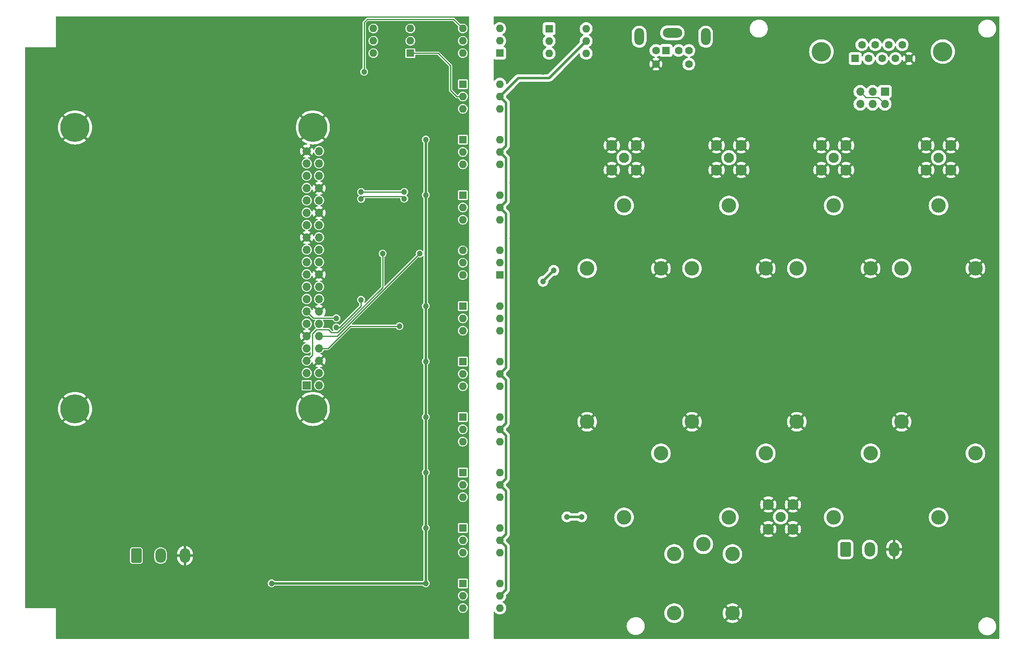
<source format=gbr>
%TF.GenerationSoftware,KiCad,Pcbnew,7.0.1*%
%TF.CreationDate,2023-03-27T20:51:40+10:00*%
%TF.ProjectId,RemoteHF,52656d6f-7465-4484-962e-6b696361645f,rev?*%
%TF.SameCoordinates,Original*%
%TF.FileFunction,Copper,L2,Bot*%
%TF.FilePolarity,Positive*%
%FSLAX46Y46*%
G04 Gerber Fmt 4.6, Leading zero omitted, Abs format (unit mm)*
G04 Created by KiCad (PCBNEW 7.0.1) date 2023-03-27 20:51:40*
%MOMM*%
%LPD*%
G01*
G04 APERTURE LIST*
G04 Aperture macros list*
%AMRoundRect*
0 Rectangle with rounded corners*
0 $1 Rounding radius*
0 $2 $3 $4 $5 $6 $7 $8 $9 X,Y pos of 4 corners*
0 Add a 4 corners polygon primitive as box body*
4,1,4,$2,$3,$4,$5,$6,$7,$8,$9,$2,$3,0*
0 Add four circle primitives for the rounded corners*
1,1,$1+$1,$2,$3*
1,1,$1+$1,$4,$5*
1,1,$1+$1,$6,$7*
1,1,$1+$1,$8,$9*
0 Add four rect primitives between the rounded corners*
20,1,$1+$1,$2,$3,$4,$5,0*
20,1,$1+$1,$4,$5,$6,$7,0*
20,1,$1+$1,$6,$7,$8,$9,0*
20,1,$1+$1,$8,$9,$2,$3,0*%
G04 Aperture macros list end*
%TA.AperFunction,ComponentPad*%
%ADD10C,2.100000*%
%TD*%
%TA.AperFunction,ComponentPad*%
%ADD11C,2.300000*%
%TD*%
%TA.AperFunction,ComponentPad*%
%ADD12R,1.600000X1.600000*%
%TD*%
%TA.AperFunction,ComponentPad*%
%ADD13O,1.600000X1.600000*%
%TD*%
%TA.AperFunction,ComponentPad*%
%ADD14R,1.700000X1.700000*%
%TD*%
%TA.AperFunction,ComponentPad*%
%ADD15O,1.700000X1.700000*%
%TD*%
%TA.AperFunction,ComponentPad*%
%ADD16C,6.000000*%
%TD*%
%TA.AperFunction,ComponentPad*%
%ADD17C,1.700000*%
%TD*%
%TA.AperFunction,ComponentPad*%
%ADD18C,3.000000*%
%TD*%
%TA.AperFunction,ComponentPad*%
%ADD19RoundRect,0.316092X-0.783908X-1.183908X0.783908X-1.183908X0.783908X1.183908X-0.783908X1.183908X0*%
%TD*%
%TA.AperFunction,ComponentPad*%
%ADD20O,2.200000X3.000000*%
%TD*%
%TA.AperFunction,ComponentPad*%
%ADD21C,1.600000*%
%TD*%
%TA.AperFunction,ComponentPad*%
%ADD22O,2.000000X3.500000*%
%TD*%
%TA.AperFunction,ComponentPad*%
%ADD23O,4.000000X2.000000*%
%TD*%
%TA.AperFunction,ComponentPad*%
%ADD24C,4.000000*%
%TD*%
%TA.AperFunction,ViaPad*%
%ADD25C,1.200000*%
%TD*%
%TA.AperFunction,ViaPad*%
%ADD26C,2.000000*%
%TD*%
%TA.AperFunction,Conductor*%
%ADD27C,0.500000*%
%TD*%
%TA.AperFunction,Conductor*%
%ADD28C,0.250000*%
%TD*%
G04 APERTURE END LIST*
D10*
%TO.P,J8,1,In*%
%TO.N,Net-(J8-In)*%
X205935000Y-52000000D03*
D11*
%TO.P,J8,2,Ext*%
%TO.N,GND_NonISO*%
X203395000Y-54540000D03*
X208475000Y-54540000D03*
X203395000Y-49460000D03*
X208475000Y-49460000D03*
%TD*%
D12*
%TO.P,U17,1*%
%TO.N,Net-(R41-Pad2)*%
X129540000Y-105425000D03*
D13*
%TO.P,U17,2*%
%TO.N,Net-(Q10-D)*%
X129540000Y-107965000D03*
%TO.P,U17,3,NC*%
%TO.N,unconnected-(U17-NC-Pad3)*%
X129540000Y-110505000D03*
%TO.P,U17,4*%
%TO.N,Net-(Q15-G)*%
X137160000Y-110505000D03*
%TO.P,U17,5*%
%TO.N,12V_NonISO*%
X137160000Y-107965000D03*
%TO.P,U17,6,NC*%
%TO.N,unconnected-(U17-NC-Pad6)*%
X137160000Y-105425000D03*
%TD*%
D10*
%TO.P,J10,1,In*%
%TO.N,Net-(J10-In)*%
X195000000Y-126000000D03*
D11*
%TO.P,J10,2,Ext*%
%TO.N,GND_NonISO*%
X197540000Y-128540000D03*
X197540000Y-123460000D03*
X192460000Y-128540000D03*
X192460000Y-123460000D03*
%TD*%
D14*
%TO.P,J2,1,3V3*%
%TO.N,3.3V_ISO*%
X97390000Y-98900000D03*
D15*
%TO.P,J2,2,5V*%
%TO.N,5V_ISO*%
X99930000Y-98900000D03*
%TO.P,J2,3,SDA/GPIO2*%
%TO.N,/SDA_3_3*%
X97390000Y-96360000D03*
%TO.P,J2,4,5V*%
%TO.N,5V_ISO*%
X99930000Y-96360000D03*
%TO.P,J2,5,SCL/GPIO3*%
%TO.N,/SCL_3_3*%
X97390000Y-93820000D03*
%TO.P,J2,6,GND*%
%TO.N,GND_ISO*%
X99930000Y-93820000D03*
%TO.P,J2,7,GCLK0/GPIO4*%
%TO.N,unconnected-(J2-GCLK0{slash}GPIO4-Pad7)*%
X97390000Y-91280000D03*
%TO.P,J2,8,GPIO14/TXD*%
%TO.N,/TXD_ISO*%
X99930000Y-91280000D03*
%TO.P,J2,9,GND*%
%TO.N,GND_ISO*%
X97390000Y-88740000D03*
%TO.P,J2,10,GPIO15/RXD*%
%TO.N,/RXD_ISO*%
X99930000Y-88740000D03*
%TO.P,J2,11,GPIO17*%
%TO.N,unconnected-(J2-GPIO17-Pad11)*%
X97390000Y-86200000D03*
%TO.P,J2,12,GPIO18/PWM0*%
%TO.N,unconnected-(J2-GPIO18{slash}PWM0-Pad12)*%
X99930000Y-86200000D03*
%TO.P,J2,13,GPIO27*%
%TO.N,/ANT_ISO*%
X97390000Y-83660000D03*
%TO.P,J2,14,GND*%
%TO.N,GND_ISO*%
X99930000Y-83660000D03*
%TO.P,J2,15,GPIO22*%
%TO.N,/ANT4*%
X97390000Y-81120000D03*
%TO.P,J2,16,GPIO23*%
%TO.N,/ANT3*%
X99930000Y-81120000D03*
%TO.P,J2,17,3V3*%
%TO.N,3.3V_ISO*%
X97390000Y-78580000D03*
%TO.P,J2,18,GPIO24*%
%TO.N,/ANT2*%
X99930000Y-78580000D03*
%TO.P,J2,19,MOSI0/GPIO10*%
%TO.N,unconnected-(J2-MOSI0{slash}GPIO10-Pad19)*%
X97390000Y-76040000D03*
%TO.P,J2,20,GND*%
%TO.N,GND_ISO*%
X99930000Y-76040000D03*
%TO.P,J2,21,MISO0/GPIO9*%
%TO.N,unconnected-(J2-MISO0{slash}GPIO9-Pad21)*%
X97390000Y-73500000D03*
%TO.P,J2,22,GPIO25*%
%TO.N,/ANT1*%
X99930000Y-73500000D03*
%TO.P,J2,23,SCLK0/GPIO11*%
%TO.N,unconnected-(J2-SCLK0{slash}GPIO11-Pad23)*%
X97390000Y-70960000D03*
%TO.P,J2,24,~{CE0}/GPIO8*%
%TO.N,unconnected-(J2-~{CE0}{slash}GPIO8-Pad24)*%
X99930000Y-70960000D03*
%TO.P,J2,25,GND*%
%TO.N,GND_ISO*%
X97390000Y-68420000D03*
%TO.P,J2,26,~{CE1}/GPIO7*%
%TO.N,unconnected-(J2-~{CE1}{slash}GPIO7-Pad26)*%
X99930000Y-68420000D03*
%TO.P,J2,27,ID_SD/GPIO0*%
%TO.N,unconnected-(J2-ID_SD{slash}GPIO0-Pad27)*%
X97390000Y-65880000D03*
%TO.P,J2,28,ID_SC/GPIO1*%
%TO.N,unconnected-(J2-ID_SC{slash}GPIO1-Pad28)*%
X99930000Y-65880000D03*
%TO.P,J2,29,GCLK1/GPIO5*%
%TO.N,unconnected-(J2-GCLK1{slash}GPIO5-Pad29)*%
X97390000Y-63340000D03*
%TO.P,J2,30,GND*%
%TO.N,GND_ISO*%
X99930000Y-63340000D03*
%TO.P,J2,31,GCLK2/GPIO6*%
%TO.N,unconnected-(J2-GCLK2{slash}GPIO6-Pad31)*%
X97390000Y-60800000D03*
%TO.P,J2,32,PWM0/GPIO12*%
%TO.N,unconnected-(J2-PWM0{slash}GPIO12-Pad32)*%
X99930000Y-60800000D03*
%TO.P,J2,33,PWM1/GPIO13*%
%TO.N,unconnected-(J2-PWM1{slash}GPIO13-Pad33)*%
X97390000Y-58260000D03*
%TO.P,J2,34,GND*%
%TO.N,GND_ISO*%
X99930000Y-58260000D03*
%TO.P,J2,35,GPIO19/MISO1*%
%TO.N,unconnected-(J2-GPIO19{slash}MISO1-Pad35)*%
X97390000Y-55720000D03*
%TO.P,J2,36,GPIO16*%
%TO.N,/CCW_ISO*%
X99930000Y-55720000D03*
%TO.P,J2,37,GPIO26*%
%TO.N,/CW_ISO*%
X97390000Y-53180000D03*
%TO.P,J2,38,GPIO20/MOSI1*%
%TO.N,unconnected-(J2-GPIO20{slash}MOSI1-Pad38)*%
X99930000Y-53180000D03*
D16*
%TO.P,J2,39,GND*%
%TO.N,GND_ISO*%
X49660000Y-103770000D03*
X98660000Y-103770000D03*
D17*
X97390000Y-50640000D03*
D16*
X49660000Y-45770000D03*
X98660000Y-45770000D03*
D15*
%TO.P,J2,40,GPIO21/SCLK1*%
%TO.N,unconnected-(J2-GPIO21{slash}SCLK1-Pad40)*%
X99930000Y-50640000D03*
%TD*%
D18*
%TO.P,K2,1,SHD*%
%TO.N,GND_NonISO*%
X176745000Y-106405000D03*
%TO.P,K2,2,-*%
%TO.N,Net-(D9-A)*%
X176745000Y-74805000D03*
%TO.P,K2,3*%
%TO.N,Net-(J10-In)*%
X184345000Y-126105000D03*
%TO.P,K2,4*%
%TO.N,Net-(J7-In)*%
X184345000Y-61855000D03*
%TO.P,K2,5,+*%
%TO.N,12V_NonISO*%
X191945000Y-112905000D03*
%TO.P,K2,6,SHD*%
%TO.N,GND_NonISO*%
X191945000Y-74805000D03*
%TD*%
%TO.P,K3,1,SHD*%
%TO.N,GND_NonISO*%
X198335000Y-106405000D03*
%TO.P,K3,2,-*%
%TO.N,Net-(D10-A)*%
X198335000Y-74805000D03*
%TO.P,K3,3*%
%TO.N,Net-(J10-In)*%
X205935000Y-126105000D03*
%TO.P,K3,4*%
%TO.N,Net-(J8-In)*%
X205935000Y-61855000D03*
%TO.P,K3,5,+*%
%TO.N,12V_NonISO*%
X213535000Y-112905000D03*
%TO.P,K3,6,SHD*%
%TO.N,GND_NonISO*%
X213535000Y-74805000D03*
%TD*%
D10*
%TO.P,J9,1,In*%
%TO.N,Net-(J9-In)*%
X227525000Y-52000000D03*
D11*
%TO.P,J9,2,Ext*%
%TO.N,GND_NonISO*%
X224985000Y-54540000D03*
X230065000Y-54540000D03*
X224985000Y-49460000D03*
X230065000Y-49460000D03*
%TD*%
D18*
%TO.P,K5,11*%
%TO.N,Net-(J10-In)*%
X179070000Y-131650000D03*
%TO.P,K5,12*%
%TO.N,GND_NonISO*%
X185070000Y-145850000D03*
%TO.P,K5,14*%
%TO.N,unconnected-(K5-Pad14)*%
X173070000Y-145850000D03*
%TO.P,K5,A1*%
%TO.N,Net-(D12-A)*%
X173070000Y-133650000D03*
%TO.P,K5,A2*%
%TO.N,12V_NonISO*%
X185070000Y-133650000D03*
%TD*%
%TO.P,K1,1,SHD*%
%TO.N,GND_NonISO*%
X155155000Y-106405000D03*
%TO.P,K1,2,-*%
%TO.N,Net-(D8-A)*%
X155155000Y-74805000D03*
%TO.P,K1,3*%
%TO.N,Net-(J10-In)*%
X162755000Y-126105000D03*
%TO.P,K1,4*%
%TO.N,Net-(J6-In)*%
X162755000Y-61855000D03*
%TO.P,K1,5,+*%
%TO.N,12V_NonISO*%
X170355000Y-112905000D03*
%TO.P,K1,6,SHD*%
%TO.N,GND_NonISO*%
X170355000Y-74805000D03*
%TD*%
D12*
%TO.P,U2,1*%
%TO.N,Net-(R3-Pad1)*%
X129550000Y-82565000D03*
D13*
%TO.P,U2,2*%
%TO.N,Net-(Q1-D)*%
X129550000Y-85105000D03*
%TO.P,U2,3,NC*%
%TO.N,unconnected-(U2-NC-Pad3)*%
X129550000Y-87645000D03*
%TO.P,U2,4*%
%TO.N,Net-(U3-T1IN)*%
X137170000Y-87645000D03*
%TO.P,U2,5*%
%TO.N,5V_Non_ISO*%
X137170000Y-85105000D03*
%TO.P,U2,6,NC*%
%TO.N,unconnected-(U2-NC-Pad6)*%
X137170000Y-82565000D03*
%TD*%
D12*
%TO.P,U9,1*%
%TO.N,Net-(C15-Pad2)*%
X137150000Y-30465000D03*
D13*
%TO.P,U9,2*%
%TO.N,Net-(U11-Pad1)*%
X137150000Y-27925000D03*
%TO.P,U9,3,NC*%
%TO.N,unconnected-(U9-NC-Pad3)*%
X137150000Y-25385000D03*
%TO.P,U9,4*%
%TO.N,Net-(U4B-+)*%
X129530000Y-25385000D03*
%TO.P,U9,5*%
%TO.N,12V_ISO*%
X129530000Y-27925000D03*
%TO.P,U9,6,NC*%
%TO.N,unconnected-(U9-NC-Pad6)*%
X129530000Y-30465000D03*
%TD*%
D12*
%TO.P,U13,1*%
%TO.N,Net-(R20-Pad2)*%
X129550000Y-59705000D03*
D13*
%TO.P,U13,2*%
%TO.N,Net-(Q6-D)*%
X129550000Y-62245000D03*
%TO.P,U13,3,NC*%
%TO.N,unconnected-(U13-NC-Pad3)*%
X129550000Y-64785000D03*
%TO.P,U13,4*%
%TO.N,Net-(Q8-G)*%
X137170000Y-64785000D03*
%TO.P,U13,5*%
%TO.N,12V_NonISO*%
X137170000Y-62245000D03*
%TO.P,U13,6,NC*%
%TO.N,unconnected-(U13-NC-Pad6)*%
X137170000Y-59705000D03*
%TD*%
D12*
%TO.P,U18,1*%
%TO.N,Net-(R42-Pad2)*%
X129550000Y-116855000D03*
D13*
%TO.P,U18,2*%
%TO.N,Net-(Q11-D)*%
X129550000Y-119395000D03*
%TO.P,U18,3,NC*%
%TO.N,unconnected-(U18-NC-Pad3)*%
X129550000Y-121935000D03*
%TO.P,U18,4*%
%TO.N,Net-(Q16-G)*%
X137170000Y-121935000D03*
%TO.P,U18,5*%
%TO.N,12V_NonISO*%
X137170000Y-119395000D03*
%TO.P,U18,6,NC*%
%TO.N,unconnected-(U18-NC-Pad6)*%
X137170000Y-116855000D03*
%TD*%
D19*
%TO.P,J3,1,Pin_1*%
%TO.N,12V_NonISO*%
X208360000Y-132720000D03*
D20*
%TO.P,J3,2,Pin_2*%
%TO.N,5V_Non_ISO*%
X213360000Y-132720000D03*
%TO.P,J3,3,Pin_3*%
%TO.N,GND_NonISO*%
X218360000Y-132720000D03*
%TD*%
D12*
%TO.P,U11,1*%
%TO.N,Net-(U11-Pad1)*%
X147330000Y-25415000D03*
D13*
%TO.P,U11,2*%
%TO.N,Net-(R23-Pad1)*%
X147330000Y-27955000D03*
%TO.P,U11,3,NC*%
%TO.N,unconnected-(U11-NC-Pad3)*%
X147330000Y-30495000D03*
%TO.P,U11,4*%
%TO.N,Net-(U7B--)*%
X154950000Y-30495000D03*
%TO.P,U11,5*%
%TO.N,12V_NonISO*%
X154950000Y-27955000D03*
%TO.P,U11,6,NC*%
%TO.N,unconnected-(U11-NC-Pad6)*%
X154950000Y-25415000D03*
%TD*%
D12*
%TO.P,J5,1*%
%TO.N,/CW*%
X171410000Y-29915000D03*
D21*
%TO.P,J5,2*%
%TO.N,/CCW*%
X174010000Y-29915000D03*
%TO.P,J5,3*%
%TO.N,/Speed_AZ*%
X169310000Y-29915000D03*
%TO.P,J5,4*%
%TO.N,/Azimuth*%
X176110000Y-29915000D03*
%TO.P,J5,5*%
%TO.N,GND_NonISO*%
X169310000Y-32715000D03*
%TO.P,J5,6*%
%TO.N,unconnected-(J5-Pad6)*%
X176110000Y-32715000D03*
D22*
%TO.P,J5,7*%
%TO.N,N/C*%
X179560000Y-27065000D03*
D23*
X172710000Y-26265000D03*
D22*
X165860000Y-27065000D03*
%TD*%
D19*
%TO.P,J1,1,Pin_1*%
%TO.N,12V_ISO*%
X62310000Y-133990000D03*
D20*
%TO.P,J1,2,Pin_2*%
%TO.N,5V_ISO*%
X67310000Y-133990000D03*
%TO.P,J1,3,Pin_3*%
%TO.N,GND_ISO*%
X72310000Y-133990000D03*
%TD*%
D24*
%TO.P,J4,0*%
%TO.N,N/C*%
X228390000Y-30140331D03*
X203390000Y-30140331D03*
D12*
%TO.P,J4,1,1*%
%TO.N,unconnected-(J4-Pad1)*%
X210350000Y-31560331D03*
D21*
%TO.P,J4,2,2*%
%TO.N,/RXD*%
X213120000Y-31560331D03*
%TO.P,J4,3,3*%
%TO.N,/TXD*%
X215890000Y-31560331D03*
%TO.P,J4,4,4*%
%TO.N,unconnected-(J4-Pad4)*%
X218660000Y-31560331D03*
%TO.P,J4,5,5*%
%TO.N,GND_NonISO*%
X221430000Y-31560331D03*
%TO.P,J4,6,6*%
%TO.N,unconnected-(J4-Pad6)*%
X211735000Y-28720331D03*
%TO.P,J4,7,7*%
%TO.N,unconnected-(J4-Pad7)*%
X214505000Y-28720331D03*
%TO.P,J4,8,8*%
%TO.N,unconnected-(J4-Pad8)*%
X217275000Y-28720331D03*
%TO.P,J4,9,9*%
%TO.N,unconnected-(J4-Pad9)*%
X220045000Y-28720331D03*
%TD*%
D12*
%TO.P,U16,1*%
%TO.N,Net-(R40-Pad2)*%
X129550000Y-93995000D03*
D13*
%TO.P,U16,2*%
%TO.N,Net-(Q9-D)*%
X129550000Y-96535000D03*
%TO.P,U16,3,NC*%
%TO.N,unconnected-(U16-NC-Pad3)*%
X129550000Y-99075000D03*
%TO.P,U16,4*%
%TO.N,Net-(Q14-G)*%
X137170000Y-99075000D03*
%TO.P,U16,5*%
%TO.N,12V_NonISO*%
X137170000Y-96535000D03*
%TO.P,U16,6,NC*%
%TO.N,unconnected-(U16-NC-Pad6)*%
X137170000Y-93995000D03*
%TD*%
D12*
%TO.P,U1,1*%
%TO.N,Net-(R4-Pad2)*%
X137150000Y-76185000D03*
D13*
%TO.P,U1,2*%
%TO.N,GND_NonISO*%
X137150000Y-73645000D03*
%TO.P,U1,3,NC*%
%TO.N,unconnected-(U1-NC-Pad3)*%
X137150000Y-71105000D03*
%TO.P,U1,4*%
%TO.N,/RXD_ISO*%
X129530000Y-71105000D03*
%TO.P,U1,5*%
%TO.N,3.3V_ISO*%
X129530000Y-73645000D03*
%TO.P,U1,6,NC*%
%TO.N,unconnected-(U1-NC-Pad6)*%
X129530000Y-76185000D03*
%TD*%
D12*
%TO.P,U19,1*%
%TO.N,Net-(R43-Pad2)*%
X129550000Y-128285000D03*
D13*
%TO.P,U19,2*%
%TO.N,Net-(Q12-D)*%
X129550000Y-130825000D03*
%TO.P,U19,3,NC*%
%TO.N,unconnected-(U19-NC-Pad3)*%
X129550000Y-133365000D03*
%TO.P,U19,4*%
%TO.N,Net-(Q17-G)*%
X137170000Y-133365000D03*
%TO.P,U19,5*%
%TO.N,12V_NonISO*%
X137170000Y-130825000D03*
%TO.P,U19,6,NC*%
%TO.N,unconnected-(U19-NC-Pad6)*%
X137170000Y-128285000D03*
%TD*%
D12*
%TO.P,U8,1*%
%TO.N,Net-(U10-Pad2)*%
X118735000Y-30465000D03*
D13*
%TO.P,U8,2*%
%TO.N,Net-(R21-Pad1)*%
X118735000Y-27925000D03*
%TO.P,U8,3,NC*%
%TO.N,unconnected-(U8-NC-Pad3)*%
X118735000Y-25385000D03*
%TO.P,U8,4*%
%TO.N,Net-(U4A--)*%
X111115000Y-25385000D03*
%TO.P,U8,5*%
%TO.N,12V_ISO*%
X111115000Y-27925000D03*
%TO.P,U8,6,NC*%
%TO.N,unconnected-(U8-NC-Pad6)*%
X111115000Y-30465000D03*
%TD*%
D14*
%TO.P,J11,1,Pin_1*%
%TO.N,/RXD*%
X216470000Y-38390000D03*
D15*
%TO.P,J11,2,Pin_2*%
%TO.N,/TXD*%
X216470000Y-40930000D03*
%TO.P,J11,3,Pin_3*%
%TO.N,Net-(J11-Pin_3)*%
X213930000Y-38390000D03*
%TO.P,J11,4,Pin_4*%
%TO.N,Net-(J11-Pin_4)*%
X213930000Y-40930000D03*
%TO.P,J11,5,Pin_5*%
%TO.N,/TXD*%
X211390000Y-38390000D03*
%TO.P,J11,6,Pin_6*%
%TO.N,/RXD*%
X211390000Y-40930000D03*
%TD*%
D12*
%TO.P,U10,1*%
%TO.N,Net-(C14-Pad2)*%
X129550000Y-36845000D03*
D13*
%TO.P,U10,2*%
%TO.N,Net-(U10-Pad2)*%
X129550000Y-39385000D03*
%TO.P,U10,3,NC*%
%TO.N,unconnected-(U10-NC-Pad3)*%
X129550000Y-41925000D03*
%TO.P,U10,4*%
%TO.N,Net-(U7A-+)*%
X137170000Y-41925000D03*
%TO.P,U10,5*%
%TO.N,12V_NonISO*%
X137170000Y-39385000D03*
%TO.P,U10,6,NC*%
%TO.N,unconnected-(U10-NC-Pad6)*%
X137170000Y-36845000D03*
%TD*%
D10*
%TO.P,J7,1,In*%
%TO.N,Net-(J7-In)*%
X184345000Y-52000000D03*
D11*
%TO.P,J7,2,Ext*%
%TO.N,GND_NonISO*%
X181805000Y-54540000D03*
X186885000Y-54540000D03*
X181805000Y-49460000D03*
X186885000Y-49460000D03*
%TD*%
D12*
%TO.P,U12,1*%
%TO.N,Net-(R19-Pad2)*%
X129550000Y-48275000D03*
D13*
%TO.P,U12,2*%
%TO.N,Net-(Q5-D)*%
X129550000Y-50815000D03*
%TO.P,U12,3,NC*%
%TO.N,unconnected-(U12-NC-Pad3)*%
X129550000Y-53355000D03*
%TO.P,U12,4*%
%TO.N,Net-(Q7-G)*%
X137170000Y-53355000D03*
%TO.P,U12,5*%
%TO.N,12V_NonISO*%
X137170000Y-50815000D03*
%TO.P,U12,6,NC*%
%TO.N,unconnected-(U12-NC-Pad6)*%
X137170000Y-48275000D03*
%TD*%
D12*
%TO.P,U20,1*%
%TO.N,Net-(R44-Pad2)*%
X129550000Y-139715000D03*
D13*
%TO.P,U20,2*%
%TO.N,Net-(Q13-D)*%
X129550000Y-142255000D03*
%TO.P,U20,3,NC*%
%TO.N,unconnected-(U20-NC-Pad3)*%
X129550000Y-144795000D03*
%TO.P,U20,4*%
%TO.N,Net-(Q18-G)*%
X137170000Y-144795000D03*
%TO.P,U20,5*%
%TO.N,12V_NonISO*%
X137170000Y-142255000D03*
%TO.P,U20,6,NC*%
%TO.N,unconnected-(U20-NC-Pad6)*%
X137170000Y-139715000D03*
%TD*%
D18*
%TO.P,K4,1,SHD*%
%TO.N,GND_NonISO*%
X219925000Y-106405000D03*
%TO.P,K4,2,-*%
%TO.N,Net-(D11-A)*%
X219925000Y-74805000D03*
%TO.P,K4,3*%
%TO.N,Net-(J10-In)*%
X227525000Y-126105000D03*
%TO.P,K4,4*%
%TO.N,Net-(J9-In)*%
X227525000Y-61855000D03*
%TO.P,K4,5,+*%
%TO.N,12V_NonISO*%
X235125000Y-112905000D03*
%TO.P,K4,6,SHD*%
%TO.N,GND_NonISO*%
X235125000Y-74805000D03*
%TD*%
D10*
%TO.P,J6,1,In*%
%TO.N,Net-(J6-In)*%
X162755000Y-52000000D03*
D11*
%TO.P,J6,2,Ext*%
%TO.N,GND_NonISO*%
X160215000Y-54540000D03*
X165295000Y-54540000D03*
X160215000Y-49460000D03*
X165295000Y-49460000D03*
%TD*%
D25*
%TO.N,5V_ISO*%
X121920000Y-59690000D03*
X121920000Y-82550000D03*
X121920000Y-105410000D03*
X121920000Y-128270000D03*
X121920000Y-93980000D03*
X90170000Y-139700000D03*
X121920000Y-139700000D03*
X121920000Y-48260000D03*
X121920000Y-116840000D03*
%TO.N,GND_ISO*%
X111760000Y-52070000D03*
X119380000Y-67310000D03*
X116840000Y-134620000D03*
X119380000Y-55880000D03*
X116840000Y-111760000D03*
X102870000Y-34290000D03*
D26*
X52070000Y-148590000D03*
D25*
X116840000Y-146050000D03*
X116840000Y-88900000D03*
X121285000Y-27940000D03*
X110490000Y-43180000D03*
X116840000Y-123190000D03*
X116840000Y-100330000D03*
X120015000Y-36830000D03*
X105410000Y-41275000D03*
X125095000Y-74930000D03*
X129540000Y-33655000D03*
D26*
X82550000Y-148590000D03*
D25*
%TO.N,5V_Non_ISO*%
X146050000Y-77470000D03*
X148253529Y-75229029D03*
D26*
%TO.N,GND_NonISO*%
X215000000Y-50500000D03*
X172000000Y-50500000D03*
D25*
X149860000Y-35560000D03*
X147320000Y-44450000D03*
X146050000Y-116840000D03*
D26*
X174000000Y-50500000D03*
X238000000Y-50000000D03*
X191000000Y-50500000D03*
X213000000Y-50500000D03*
D25*
X146050000Y-87630000D03*
X146050000Y-139700000D03*
X139700000Y-57150000D03*
X189193249Y-31000000D03*
D26*
X234000000Y-50000000D03*
D25*
X186193249Y-40000000D03*
X140970000Y-134620000D03*
D26*
X195000000Y-50500000D03*
D25*
X198193249Y-41000000D03*
D26*
X193000000Y-50500000D03*
D25*
X149860000Y-68580000D03*
X140320000Y-73645000D03*
D26*
X217000000Y-50500000D03*
D25*
X140970000Y-111760000D03*
D26*
X236000000Y-50000000D03*
D25*
X146050000Y-93980000D03*
X140970000Y-146050000D03*
X139700000Y-68580000D03*
X161290000Y-27940000D03*
X140970000Y-100330000D03*
D26*
X170000000Y-50500000D03*
D25*
X146050000Y-34290000D03*
X182000000Y-31000000D03*
D26*
X228600000Y-147320000D03*
X198120000Y-147320000D03*
D25*
X151130000Y-54610000D03*
X146050000Y-128270000D03*
X146050000Y-105410000D03*
X140970000Y-123190000D03*
%TO.N,12V_NonISO*%
X151000000Y-126000000D03*
X154000000Y-126000000D03*
%TO.N,/TXD_ISO*%
X116482500Y-86717500D03*
%TO.N,/SCL_3_3*%
X113030000Y-71755000D03*
%TO.N,/SDA_3_3*%
X108585000Y-81280000D03*
X103483081Y-86978081D03*
%TO.N,/CW_ISO*%
X117475000Y-59055000D03*
X108585000Y-59055000D03*
%TO.N,/CCW_ISO*%
X108585000Y-60500000D03*
X117475000Y-60454503D03*
%TO.N,/ANT_ISO*%
X103505000Y-85090000D03*
%TO.N,/RXD_ISO*%
X120650000Y-71755000D03*
%TO.N,Net-(U4B-+)*%
X109220000Y-34290000D03*
%TD*%
D27*
%TO.N,5V_ISO*%
X121920000Y-139700000D02*
X90170000Y-139700000D01*
X121920000Y-59690000D02*
X121920000Y-73660000D01*
X121920000Y-139700000D02*
X121920000Y-128270000D01*
X121920000Y-116840000D02*
X121920000Y-128270000D01*
X121920000Y-93980000D02*
X121920000Y-105410000D01*
X121920000Y-48260000D02*
X121920000Y-59690000D01*
X121920000Y-82550000D02*
X121920000Y-93980000D01*
X121920000Y-73660000D02*
X121920000Y-82550000D01*
X121920000Y-105410000D02*
X121920000Y-116840000D01*
%TO.N,5V_Non_ISO*%
X146050000Y-77432558D02*
X146050000Y-77470000D01*
X148253529Y-75229029D02*
X146050000Y-77432558D01*
%TO.N,12V_NonISO*%
X147345000Y-35560000D02*
X154950000Y-27955000D01*
X137160000Y-107965000D02*
X138415000Y-109220000D01*
X138430000Y-97790000D02*
X138430000Y-106695000D01*
X137170000Y-39385000D02*
X139700000Y-36855000D01*
X138430000Y-109220000D02*
X138430000Y-118135000D01*
D28*
X138415000Y-109220000D02*
X138430000Y-109220000D01*
D27*
X138430000Y-132080000D02*
X138430000Y-140995000D01*
X138425000Y-52070000D02*
X138430000Y-52070000D01*
X139700000Y-36855000D02*
X139700000Y-36830000D01*
X139700000Y-36830000D02*
X140970000Y-35560000D01*
X138425000Y-97790000D02*
X138430000Y-97790000D01*
X138430000Y-49555000D02*
X137170000Y-50815000D01*
X138425000Y-120650000D02*
X138430000Y-120650000D01*
X138430000Y-120650000D02*
X138430000Y-129565000D01*
X138430000Y-52070000D02*
X138430000Y-60985000D01*
X137170000Y-96535000D02*
X138425000Y-97790000D01*
X138420000Y-63495000D02*
X138420000Y-95285000D01*
X138430000Y-60985000D02*
X137170000Y-62245000D01*
X138430000Y-40640000D02*
X138430000Y-49555000D01*
X138425000Y-40640000D02*
X138430000Y-40640000D01*
X138425000Y-132080000D02*
X138430000Y-132080000D01*
X137170000Y-50815000D02*
X138425000Y-52070000D01*
X137170000Y-130825000D02*
X138425000Y-132080000D01*
X138430000Y-118135000D02*
X137170000Y-119395000D01*
X137170000Y-39385000D02*
X138425000Y-40640000D01*
X138430000Y-106695000D02*
X137160000Y-107965000D01*
X137170000Y-119395000D02*
X138425000Y-120650000D01*
X140970000Y-35560000D02*
X147345000Y-35560000D01*
X151000000Y-126000000D02*
X154000000Y-126000000D01*
X138430000Y-140995000D02*
X137170000Y-142255000D01*
X138430000Y-129565000D02*
X137170000Y-130825000D01*
X137170000Y-62245000D02*
X138420000Y-63495000D01*
X138420000Y-95285000D02*
X137170000Y-96535000D01*
D28*
%TO.N,/TXD_ISO*%
X116482500Y-86717500D02*
X106323896Y-86717500D01*
X101761396Y-91280000D02*
X99930000Y-91280000D01*
X106323896Y-86717500D02*
X101761396Y-91280000D01*
%TO.N,/SCL_3_3*%
X98565000Y-88253299D02*
X98565000Y-92645000D01*
X98565000Y-92645000D02*
X97390000Y-93820000D01*
X113030000Y-71755000D02*
X113030000Y-78738604D01*
X113030000Y-78738604D02*
X103768604Y-88000000D01*
X102500000Y-88000000D02*
X101875000Y-87375000D01*
X101875000Y-87375000D02*
X99443299Y-87375000D01*
X99443299Y-87375000D02*
X98565000Y-88253299D01*
X103768604Y-88000000D02*
X102500000Y-88000000D01*
%TO.N,/SDA_3_3*%
X104154127Y-86978081D02*
X108585000Y-82547208D01*
X103483081Y-86978081D02*
X104154127Y-86978081D01*
X108585000Y-82547208D02*
X108585000Y-81280000D01*
%TO.N,/CW_ISO*%
X117475000Y-59055000D02*
X108585000Y-59055000D01*
%TO.N,/CCW_ISO*%
X117000497Y-59980000D02*
X109105000Y-59980000D01*
X117475000Y-60454503D02*
X117000497Y-59980000D01*
X109105000Y-59980000D02*
X108585000Y-60500000D01*
%TO.N,/ANT_ISO*%
X97390000Y-83660000D02*
X98755000Y-85025000D01*
X98755000Y-85025000D02*
X103440000Y-85025000D01*
X103440000Y-85025000D02*
X103505000Y-85090000D01*
%TO.N,/RXD_ISO*%
X120650000Y-71755000D02*
X103665000Y-88740000D01*
X103665000Y-88740000D02*
X99930000Y-88740000D01*
%TO.N,Net-(U10-Pad2)*%
X127000000Y-38100000D02*
X127000000Y-33020000D01*
X124445000Y-30465000D02*
X118735000Y-30465000D01*
X128285000Y-39385000D02*
X127000000Y-38100000D01*
X127000000Y-33020000D02*
X124445000Y-30465000D01*
X129550000Y-39385000D02*
X128285000Y-39385000D01*
%TO.N,/TXD*%
X215105000Y-39565000D02*
X216470000Y-40930000D01*
X211390000Y-38390000D02*
X212565000Y-39565000D01*
X212565000Y-39565000D02*
X215105000Y-39565000D01*
%TO.N,Net-(U4B-+)*%
X129530000Y-25385000D02*
X127640000Y-23495000D01*
X109855000Y-23495000D02*
X109220000Y-24130000D01*
X127640000Y-23495000D02*
X109855000Y-23495000D01*
X109220000Y-24130000D02*
X109220000Y-34290000D01*
%TD*%
%TA.AperFunction,Conductor*%
%TO.N,GND_ISO*%
G36*
X130748000Y-22876613D02*
G01*
X130793387Y-22922000D01*
X130810000Y-22984000D01*
X130810000Y-151006000D01*
X130793387Y-151068000D01*
X130748000Y-151113387D01*
X130686000Y-151130000D01*
X45844000Y-151130000D01*
X45782000Y-151113387D01*
X45736613Y-151068000D01*
X45720000Y-151006000D01*
X45720000Y-144794999D01*
X128544659Y-144794999D01*
X128563976Y-144991133D01*
X128621185Y-145179726D01*
X128621186Y-145179727D01*
X128714090Y-145353538D01*
X128839117Y-145505883D01*
X128991462Y-145630910D01*
X129165273Y-145723814D01*
X129353868Y-145781024D01*
X129550000Y-145800341D01*
X129746132Y-145781024D01*
X129934727Y-145723814D01*
X130108538Y-145630910D01*
X130260883Y-145505883D01*
X130385910Y-145353538D01*
X130478814Y-145179727D01*
X130536024Y-144991132D01*
X130555341Y-144795000D01*
X130536024Y-144598868D01*
X130478814Y-144410273D01*
X130385910Y-144236462D01*
X130260883Y-144084117D01*
X130108538Y-143959090D01*
X130086091Y-143947092D01*
X129934726Y-143866185D01*
X129746133Y-143808976D01*
X129550000Y-143789659D01*
X129353866Y-143808976D01*
X129165273Y-143866185D01*
X128991463Y-143959089D01*
X128839117Y-144084117D01*
X128714089Y-144236463D01*
X128621185Y-144410273D01*
X128563976Y-144598866D01*
X128544659Y-144794999D01*
X45720000Y-144794999D01*
X45720000Y-144780000D01*
X39494000Y-144780000D01*
X39432000Y-144763387D01*
X39386613Y-144718000D01*
X39370000Y-144656000D01*
X39370000Y-142255000D01*
X128544659Y-142255000D01*
X128563976Y-142451133D01*
X128621185Y-142639726D01*
X128621186Y-142639727D01*
X128714090Y-142813538D01*
X128839117Y-142965883D01*
X128991462Y-143090910D01*
X129165273Y-143183814D01*
X129353868Y-143241024D01*
X129550000Y-143260341D01*
X129746132Y-143241024D01*
X129934727Y-143183814D01*
X130108538Y-143090910D01*
X130260883Y-142965883D01*
X130385910Y-142813538D01*
X130478814Y-142639727D01*
X130536024Y-142451132D01*
X130555341Y-142255000D01*
X130536024Y-142058868D01*
X130478814Y-141870273D01*
X130385910Y-141696462D01*
X130260883Y-141544117D01*
X130108538Y-141419090D01*
X130086091Y-141407092D01*
X129934726Y-141326185D01*
X129746133Y-141268976D01*
X129550000Y-141249659D01*
X129353866Y-141268976D01*
X129165273Y-141326185D01*
X128991463Y-141419089D01*
X128839117Y-141544117D01*
X128714089Y-141696463D01*
X128621185Y-141870273D01*
X128563976Y-142058866D01*
X128544659Y-142255000D01*
X39370000Y-142255000D01*
X39370000Y-140534749D01*
X128549500Y-140534749D01*
X128561132Y-140593230D01*
X128605447Y-140659552D01*
X128671769Y-140703867D01*
X128730251Y-140715500D01*
X128730252Y-140715500D01*
X130369748Y-140715500D01*
X130369749Y-140715500D01*
X130398989Y-140709683D01*
X130428231Y-140703867D01*
X130494552Y-140659552D01*
X130538867Y-140593231D01*
X130550500Y-140534748D01*
X130550500Y-138895252D01*
X130550337Y-138894435D01*
X130538867Y-138836769D01*
X130494552Y-138770447D01*
X130428230Y-138726132D01*
X130369749Y-138714500D01*
X130369748Y-138714500D01*
X128730252Y-138714500D01*
X128730251Y-138714500D01*
X128671769Y-138726132D01*
X128605447Y-138770447D01*
X128561132Y-138836769D01*
X128549500Y-138895251D01*
X128549500Y-140534749D01*
X39370000Y-140534749D01*
X39370000Y-139700000D01*
X89364434Y-139700000D01*
X89384631Y-139879251D01*
X89384631Y-139879253D01*
X89384632Y-139879255D01*
X89444211Y-140049522D01*
X89444212Y-140049523D01*
X89540185Y-140202264D01*
X89667735Y-140329814D01*
X89667737Y-140329815D01*
X89667738Y-140329816D01*
X89820478Y-140425789D01*
X89990745Y-140485368D01*
X90170000Y-140505565D01*
X90349255Y-140485368D01*
X90519522Y-140425789D01*
X90672262Y-140329816D01*
X90672263Y-140329814D01*
X90809696Y-140192383D01*
X90811280Y-140193967D01*
X90840891Y-140165973D01*
X90900873Y-140150500D01*
X121189127Y-140150500D01*
X121249109Y-140165973D01*
X121278719Y-140193967D01*
X121280304Y-140192383D01*
X121417735Y-140329814D01*
X121417737Y-140329815D01*
X121417738Y-140329816D01*
X121570478Y-140425789D01*
X121740745Y-140485368D01*
X121920000Y-140505565D01*
X122099255Y-140485368D01*
X122269522Y-140425789D01*
X122422262Y-140329816D01*
X122549816Y-140202262D01*
X122645789Y-140049522D01*
X122705368Y-139879255D01*
X122725565Y-139700000D01*
X122705368Y-139520745D01*
X122645789Y-139350478D01*
X122549816Y-139197738D01*
X122549815Y-139197737D01*
X122549814Y-139197735D01*
X122412383Y-139060304D01*
X122413967Y-139058719D01*
X122385973Y-139029109D01*
X122370500Y-138969127D01*
X122370500Y-133365000D01*
X128544659Y-133365000D01*
X128563976Y-133561133D01*
X128621185Y-133749726D01*
X128621186Y-133749727D01*
X128714090Y-133923538D01*
X128839117Y-134075883D01*
X128991462Y-134200910D01*
X129165273Y-134293814D01*
X129353868Y-134351024D01*
X129550000Y-134370341D01*
X129746132Y-134351024D01*
X129934727Y-134293814D01*
X130108538Y-134200910D01*
X130260883Y-134075883D01*
X130385910Y-133923538D01*
X130478814Y-133749727D01*
X130536024Y-133561132D01*
X130555341Y-133365000D01*
X130536024Y-133168868D01*
X130478814Y-132980273D01*
X130385910Y-132806462D01*
X130260883Y-132654117D01*
X130108538Y-132529090D01*
X130086091Y-132517091D01*
X129934726Y-132436185D01*
X129746133Y-132378976D01*
X129550000Y-132359659D01*
X129353866Y-132378976D01*
X129165273Y-132436185D01*
X128991463Y-132529089D01*
X128839117Y-132654117D01*
X128714089Y-132806463D01*
X128621185Y-132980273D01*
X128563976Y-133168866D01*
X128544659Y-133365000D01*
X122370500Y-133365000D01*
X122370500Y-130824999D01*
X128544659Y-130824999D01*
X128563976Y-131021133D01*
X128621185Y-131209726D01*
X128621186Y-131209727D01*
X128714090Y-131383538D01*
X128839117Y-131535883D01*
X128991462Y-131660910D01*
X129165273Y-131753814D01*
X129353868Y-131811024D01*
X129550000Y-131830341D01*
X129746132Y-131811024D01*
X129934727Y-131753814D01*
X130108538Y-131660910D01*
X130260883Y-131535883D01*
X130385910Y-131383538D01*
X130478814Y-131209727D01*
X130536024Y-131021132D01*
X130555341Y-130825000D01*
X130536024Y-130628868D01*
X130478814Y-130440273D01*
X130385910Y-130266462D01*
X130260883Y-130114117D01*
X130108538Y-129989090D01*
X130086091Y-129977092D01*
X129934726Y-129896185D01*
X129746133Y-129838976D01*
X129550000Y-129819659D01*
X129353866Y-129838976D01*
X129165273Y-129896185D01*
X128991463Y-129989089D01*
X128839117Y-130114117D01*
X128714089Y-130266463D01*
X128621185Y-130440273D01*
X128563976Y-130628866D01*
X128544659Y-130824999D01*
X122370500Y-130824999D01*
X122370500Y-129104749D01*
X128549500Y-129104749D01*
X128561132Y-129163230D01*
X128605447Y-129229552D01*
X128671769Y-129273867D01*
X128730251Y-129285500D01*
X128730252Y-129285500D01*
X130369748Y-129285500D01*
X130369749Y-129285500D01*
X130398989Y-129279683D01*
X130428231Y-129273867D01*
X130494552Y-129229552D01*
X130538867Y-129163231D01*
X130550500Y-129104748D01*
X130550500Y-127465252D01*
X130538867Y-127406769D01*
X130494552Y-127340447D01*
X130428230Y-127296132D01*
X130369749Y-127284500D01*
X130369748Y-127284500D01*
X128730252Y-127284500D01*
X128730251Y-127284500D01*
X128671769Y-127296132D01*
X128605447Y-127340447D01*
X128561132Y-127406769D01*
X128549500Y-127465251D01*
X128549500Y-129104749D01*
X122370500Y-129104749D01*
X122370500Y-129000873D01*
X122385973Y-128940891D01*
X122413967Y-128911280D01*
X122412383Y-128909696D01*
X122549814Y-128772264D01*
X122549814Y-128772263D01*
X122549816Y-128772262D01*
X122645789Y-128619522D01*
X122705368Y-128449255D01*
X122725565Y-128270000D01*
X122705368Y-128090745D01*
X122645789Y-127920478D01*
X122549816Y-127767738D01*
X122549815Y-127767737D01*
X122549814Y-127767735D01*
X122412383Y-127630304D01*
X122413967Y-127628719D01*
X122385973Y-127599109D01*
X122370500Y-127539127D01*
X122370500Y-121934999D01*
X128544659Y-121934999D01*
X128563976Y-122131133D01*
X128621185Y-122319726D01*
X128621186Y-122319727D01*
X128714090Y-122493538D01*
X128839117Y-122645883D01*
X128991462Y-122770910D01*
X129165273Y-122863814D01*
X129353868Y-122921024D01*
X129550000Y-122940341D01*
X129746132Y-122921024D01*
X129934727Y-122863814D01*
X130108538Y-122770910D01*
X130260883Y-122645883D01*
X130385910Y-122493538D01*
X130478814Y-122319727D01*
X130536024Y-122131132D01*
X130555341Y-121935000D01*
X130536024Y-121738868D01*
X130478814Y-121550273D01*
X130385910Y-121376462D01*
X130260883Y-121224117D01*
X130108538Y-121099090D01*
X130086091Y-121087091D01*
X129934726Y-121006185D01*
X129746133Y-120948976D01*
X129550000Y-120929659D01*
X129353866Y-120948976D01*
X129165273Y-121006185D01*
X128991463Y-121099089D01*
X128839117Y-121224117D01*
X128714089Y-121376463D01*
X128621185Y-121550273D01*
X128563976Y-121738866D01*
X128544659Y-121934999D01*
X122370500Y-121934999D01*
X122370500Y-119395000D01*
X128544659Y-119395000D01*
X128563976Y-119591133D01*
X128621185Y-119779726D01*
X128621186Y-119779727D01*
X128714090Y-119953538D01*
X128839117Y-120105883D01*
X128991462Y-120230910D01*
X129165273Y-120323814D01*
X129353868Y-120381024D01*
X129550000Y-120400341D01*
X129746132Y-120381024D01*
X129934727Y-120323814D01*
X130108538Y-120230910D01*
X130260883Y-120105883D01*
X130385910Y-119953538D01*
X130478814Y-119779727D01*
X130536024Y-119591132D01*
X130555341Y-119395000D01*
X130536024Y-119198868D01*
X130478814Y-119010273D01*
X130385910Y-118836462D01*
X130260883Y-118684117D01*
X130108538Y-118559090D01*
X130086091Y-118547091D01*
X129934726Y-118466185D01*
X129746133Y-118408976D01*
X129550000Y-118389659D01*
X129353866Y-118408976D01*
X129165273Y-118466185D01*
X128991463Y-118559089D01*
X128839117Y-118684117D01*
X128714089Y-118836463D01*
X128621185Y-119010273D01*
X128563976Y-119198866D01*
X128544659Y-119395000D01*
X122370500Y-119395000D01*
X122370500Y-117674749D01*
X128549500Y-117674749D01*
X128561132Y-117733230D01*
X128605447Y-117799552D01*
X128671769Y-117843867D01*
X128730251Y-117855500D01*
X128730252Y-117855500D01*
X130369748Y-117855500D01*
X130369749Y-117855500D01*
X130398989Y-117849683D01*
X130428231Y-117843867D01*
X130494552Y-117799552D01*
X130538867Y-117733231D01*
X130550500Y-117674748D01*
X130550500Y-116035252D01*
X130538867Y-115976769D01*
X130494552Y-115910447D01*
X130428230Y-115866132D01*
X130369749Y-115854500D01*
X130369748Y-115854500D01*
X128730252Y-115854500D01*
X128730251Y-115854500D01*
X128671769Y-115866132D01*
X128605447Y-115910447D01*
X128561132Y-115976769D01*
X128549500Y-116035251D01*
X128549500Y-117674749D01*
X122370500Y-117674749D01*
X122370500Y-117570873D01*
X122385973Y-117510891D01*
X122413967Y-117481280D01*
X122412383Y-117479696D01*
X122549814Y-117342264D01*
X122549814Y-117342263D01*
X122549816Y-117342262D01*
X122645789Y-117189522D01*
X122705368Y-117019255D01*
X122725565Y-116840000D01*
X122705368Y-116660745D01*
X122645789Y-116490478D01*
X122549816Y-116337738D01*
X122549815Y-116337737D01*
X122549814Y-116337735D01*
X122412383Y-116200304D01*
X122413967Y-116198719D01*
X122385973Y-116169109D01*
X122370500Y-116109127D01*
X122370500Y-110505000D01*
X128534659Y-110505000D01*
X128553976Y-110701133D01*
X128611185Y-110889726D01*
X128611186Y-110889727D01*
X128704090Y-111063538D01*
X128829117Y-111215883D01*
X128981462Y-111340910D01*
X129155273Y-111433814D01*
X129343868Y-111491024D01*
X129540000Y-111510341D01*
X129736132Y-111491024D01*
X129924727Y-111433814D01*
X130098538Y-111340910D01*
X130250883Y-111215883D01*
X130375910Y-111063538D01*
X130468814Y-110889727D01*
X130526024Y-110701132D01*
X130545341Y-110505000D01*
X130526024Y-110308868D01*
X130468814Y-110120273D01*
X130375910Y-109946462D01*
X130250883Y-109794117D01*
X130098538Y-109669090D01*
X130076091Y-109657091D01*
X129924726Y-109576185D01*
X129736133Y-109518976D01*
X129540000Y-109499659D01*
X129343866Y-109518976D01*
X129155273Y-109576185D01*
X128981463Y-109669089D01*
X128829117Y-109794117D01*
X128704089Y-109946463D01*
X128611185Y-110120273D01*
X128553976Y-110308866D01*
X128534659Y-110505000D01*
X122370500Y-110505000D01*
X122370500Y-107965000D01*
X128534659Y-107965000D01*
X128553976Y-108161133D01*
X128611185Y-108349726D01*
X128611186Y-108349727D01*
X128704090Y-108523538D01*
X128829117Y-108675883D01*
X128981462Y-108800910D01*
X129155273Y-108893814D01*
X129343868Y-108951024D01*
X129540000Y-108970341D01*
X129736132Y-108951024D01*
X129924727Y-108893814D01*
X130098538Y-108800910D01*
X130250883Y-108675883D01*
X130375910Y-108523538D01*
X130468814Y-108349727D01*
X130526024Y-108161132D01*
X130545341Y-107965000D01*
X130526024Y-107768868D01*
X130468814Y-107580273D01*
X130375910Y-107406462D01*
X130250883Y-107254117D01*
X130098538Y-107129090D01*
X130050223Y-107103265D01*
X129924726Y-107036185D01*
X129736133Y-106978976D01*
X129540000Y-106959659D01*
X129343866Y-106978976D01*
X129155273Y-107036185D01*
X128981463Y-107129089D01*
X128829117Y-107254117D01*
X128704089Y-107406463D01*
X128611185Y-107580273D01*
X128553976Y-107768866D01*
X128534659Y-107965000D01*
X122370500Y-107965000D01*
X122370500Y-106244749D01*
X128539500Y-106244749D01*
X128551132Y-106303230D01*
X128595447Y-106369552D01*
X128661769Y-106413867D01*
X128720251Y-106425500D01*
X128720252Y-106425500D01*
X130359748Y-106425500D01*
X130359749Y-106425500D01*
X130388989Y-106419683D01*
X130418231Y-106413867D01*
X130484552Y-106369552D01*
X130528867Y-106303231D01*
X130540500Y-106244748D01*
X130540500Y-104605252D01*
X130528867Y-104546769D01*
X130484552Y-104480447D01*
X130418230Y-104436132D01*
X130359749Y-104424500D01*
X130359748Y-104424500D01*
X128720252Y-104424500D01*
X128720251Y-104424500D01*
X128661769Y-104436132D01*
X128595447Y-104480447D01*
X128551132Y-104546769D01*
X128539500Y-104605251D01*
X128539500Y-106244749D01*
X122370500Y-106244749D01*
X122370500Y-106140873D01*
X122385973Y-106080891D01*
X122413967Y-106051280D01*
X122412383Y-106049696D01*
X122549814Y-105912264D01*
X122549813Y-105912264D01*
X122549816Y-105912262D01*
X122645789Y-105759522D01*
X122705368Y-105589255D01*
X122725565Y-105410000D01*
X122705368Y-105230745D01*
X122645789Y-105060478D01*
X122549816Y-104907738D01*
X122549815Y-104907737D01*
X122549814Y-104907735D01*
X122412383Y-104770304D01*
X122413967Y-104768719D01*
X122385973Y-104739109D01*
X122370500Y-104679127D01*
X122370500Y-99075000D01*
X128544659Y-99075000D01*
X128547706Y-99105934D01*
X128563976Y-99271133D01*
X128621185Y-99459726D01*
X128702092Y-99611091D01*
X128714090Y-99633538D01*
X128839117Y-99785883D01*
X128991462Y-99910910D01*
X129165273Y-100003814D01*
X129353868Y-100061024D01*
X129550000Y-100080341D01*
X129746132Y-100061024D01*
X129934727Y-100003814D01*
X130108538Y-99910910D01*
X130260883Y-99785883D01*
X130385910Y-99633538D01*
X130478814Y-99459727D01*
X130536024Y-99271132D01*
X130555341Y-99075000D01*
X130536024Y-98878868D01*
X130478814Y-98690273D01*
X130385910Y-98516462D01*
X130260883Y-98364117D01*
X130108538Y-98239090D01*
X130086091Y-98227092D01*
X129934726Y-98146185D01*
X129746133Y-98088976D01*
X129648066Y-98079317D01*
X129550000Y-98069659D01*
X129549999Y-98069659D01*
X129353866Y-98088976D01*
X129165273Y-98146185D01*
X128991463Y-98239089D01*
X128839117Y-98364117D01*
X128714089Y-98516463D01*
X128621185Y-98690273D01*
X128563976Y-98878866D01*
X128563975Y-98878868D01*
X128563976Y-98878868D01*
X128544659Y-99075000D01*
X122370500Y-99075000D01*
X122370500Y-96535000D01*
X128544659Y-96535000D01*
X128563976Y-96731133D01*
X128621185Y-96919726D01*
X128702092Y-97071091D01*
X128714090Y-97093538D01*
X128839117Y-97245883D01*
X128991462Y-97370910D01*
X129165273Y-97463814D01*
X129353868Y-97521024D01*
X129550000Y-97540341D01*
X129746132Y-97521024D01*
X129934727Y-97463814D01*
X130108538Y-97370910D01*
X130260883Y-97245883D01*
X130385910Y-97093538D01*
X130478814Y-96919727D01*
X130536024Y-96731132D01*
X130555341Y-96535000D01*
X130536024Y-96338868D01*
X130478814Y-96150273D01*
X130385910Y-95976462D01*
X130260883Y-95824117D01*
X130108538Y-95699090D01*
X130086091Y-95687091D01*
X129934726Y-95606185D01*
X129746133Y-95548976D01*
X129648065Y-95539317D01*
X129550000Y-95529659D01*
X129549999Y-95529659D01*
X129353866Y-95548976D01*
X129165273Y-95606185D01*
X128991463Y-95699089D01*
X128839117Y-95824117D01*
X128714089Y-95976463D01*
X128621185Y-96150273D01*
X128563976Y-96338866D01*
X128544659Y-96535000D01*
X122370500Y-96535000D01*
X122370500Y-94814749D01*
X128549500Y-94814749D01*
X128561132Y-94873230D01*
X128605447Y-94939552D01*
X128671769Y-94983867D01*
X128730251Y-94995500D01*
X128730252Y-94995500D01*
X130369748Y-94995500D01*
X130369749Y-94995500D01*
X130398989Y-94989683D01*
X130428231Y-94983867D01*
X130494552Y-94939552D01*
X130538867Y-94873231D01*
X130550500Y-94814748D01*
X130550500Y-93175252D01*
X130538867Y-93116769D01*
X130538866Y-93116768D01*
X130494552Y-93050447D01*
X130428230Y-93006132D01*
X130369749Y-92994500D01*
X130369748Y-92994500D01*
X128730252Y-92994500D01*
X128730251Y-92994500D01*
X128671769Y-93006132D01*
X128605447Y-93050447D01*
X128561132Y-93116769D01*
X128549500Y-93175251D01*
X128549500Y-94814749D01*
X122370500Y-94814749D01*
X122370500Y-94710873D01*
X122385973Y-94650891D01*
X122413967Y-94621280D01*
X122412383Y-94619696D01*
X122549814Y-94482264D01*
X122549814Y-94482263D01*
X122549816Y-94482262D01*
X122645789Y-94329522D01*
X122705368Y-94159255D01*
X122725565Y-93980000D01*
X122705368Y-93800745D01*
X122645789Y-93630478D01*
X122549816Y-93477738D01*
X122549815Y-93477737D01*
X122549814Y-93477735D01*
X122412383Y-93340304D01*
X122413967Y-93338719D01*
X122385973Y-93309109D01*
X122370500Y-93249127D01*
X122370500Y-87645000D01*
X128544659Y-87645000D01*
X128563976Y-87841133D01*
X128621185Y-88029726D01*
X128644617Y-88073563D01*
X128714090Y-88203538D01*
X128839117Y-88355883D01*
X128991462Y-88480910D01*
X129165273Y-88573814D01*
X129353868Y-88631024D01*
X129550000Y-88650341D01*
X129746132Y-88631024D01*
X129934727Y-88573814D01*
X130108538Y-88480910D01*
X130260883Y-88355883D01*
X130385910Y-88203538D01*
X130478814Y-88029727D01*
X130536024Y-87841132D01*
X130555341Y-87645000D01*
X130536024Y-87448868D01*
X130478814Y-87260273D01*
X130385910Y-87086462D01*
X130260883Y-86934117D01*
X130108538Y-86809090D01*
X130066178Y-86786448D01*
X129934726Y-86716185D01*
X129746133Y-86658976D01*
X129550000Y-86639659D01*
X129353866Y-86658976D01*
X129165273Y-86716185D01*
X128991463Y-86809089D01*
X128839117Y-86934117D01*
X128714089Y-87086463D01*
X128621185Y-87260273D01*
X128563976Y-87448866D01*
X128544659Y-87645000D01*
X122370500Y-87645000D01*
X122370500Y-85104999D01*
X128544659Y-85104999D01*
X128563976Y-85301133D01*
X128621185Y-85489726D01*
X128621186Y-85489727D01*
X128714090Y-85663538D01*
X128839117Y-85815883D01*
X128991462Y-85940910D01*
X129165273Y-86033814D01*
X129353868Y-86091024D01*
X129550000Y-86110341D01*
X129746132Y-86091024D01*
X129934727Y-86033814D01*
X130108538Y-85940910D01*
X130260883Y-85815883D01*
X130385910Y-85663538D01*
X130478814Y-85489727D01*
X130536024Y-85301132D01*
X130555341Y-85105000D01*
X130536024Y-84908868D01*
X130478814Y-84720273D01*
X130385910Y-84546462D01*
X130260883Y-84394117D01*
X130108538Y-84269090D01*
X129981688Y-84201287D01*
X129934726Y-84176185D01*
X129746133Y-84118976D01*
X129550000Y-84099659D01*
X129353866Y-84118976D01*
X129165273Y-84176185D01*
X128991463Y-84269089D01*
X128839117Y-84394117D01*
X128714089Y-84546463D01*
X128621185Y-84720273D01*
X128563976Y-84908866D01*
X128544659Y-85104999D01*
X122370500Y-85104999D01*
X122370500Y-83384749D01*
X128549500Y-83384749D01*
X128561132Y-83443230D01*
X128605447Y-83509552D01*
X128671769Y-83553867D01*
X128730251Y-83565500D01*
X128730252Y-83565500D01*
X130369748Y-83565500D01*
X130369749Y-83565500D01*
X130398989Y-83559683D01*
X130428231Y-83553867D01*
X130494552Y-83509552D01*
X130538867Y-83443231D01*
X130550500Y-83384748D01*
X130550500Y-81745252D01*
X130550340Y-81744450D01*
X130538867Y-81686769D01*
X130494552Y-81620447D01*
X130428230Y-81576132D01*
X130369749Y-81564500D01*
X130369748Y-81564500D01*
X128730252Y-81564500D01*
X128730251Y-81564500D01*
X128671769Y-81576132D01*
X128605447Y-81620447D01*
X128561132Y-81686769D01*
X128549500Y-81745251D01*
X128549500Y-83384749D01*
X122370500Y-83384749D01*
X122370500Y-83280873D01*
X122385973Y-83220891D01*
X122413967Y-83191280D01*
X122412383Y-83189696D01*
X122549814Y-83052264D01*
X122549813Y-83052264D01*
X122549816Y-83052262D01*
X122645789Y-82899522D01*
X122705368Y-82729255D01*
X122725565Y-82550000D01*
X122705368Y-82370745D01*
X122645789Y-82200478D01*
X122549816Y-82047738D01*
X122549815Y-82047737D01*
X122549814Y-82047735D01*
X122412383Y-81910304D01*
X122413967Y-81908719D01*
X122385973Y-81879109D01*
X122370500Y-81819127D01*
X122370500Y-76184999D01*
X128524659Y-76184999D01*
X128543976Y-76381133D01*
X128601185Y-76569726D01*
X128601186Y-76569727D01*
X128694090Y-76743538D01*
X128819117Y-76895883D01*
X128971462Y-77020910D01*
X129145273Y-77113814D01*
X129333868Y-77171024D01*
X129530000Y-77190341D01*
X129726132Y-77171024D01*
X129914727Y-77113814D01*
X130088538Y-77020910D01*
X130240883Y-76895883D01*
X130365910Y-76743538D01*
X130458814Y-76569727D01*
X130516024Y-76381132D01*
X130535341Y-76185000D01*
X130516024Y-75988868D01*
X130458814Y-75800273D01*
X130365910Y-75626462D01*
X130240883Y-75474117D01*
X130088538Y-75349090D01*
X129984703Y-75293589D01*
X129914726Y-75256185D01*
X129726133Y-75198976D01*
X129628066Y-75189317D01*
X129530000Y-75179659D01*
X129529999Y-75179659D01*
X129333866Y-75198976D01*
X129145273Y-75256185D01*
X128971463Y-75349089D01*
X128819117Y-75474117D01*
X128694089Y-75626463D01*
X128601185Y-75800273D01*
X128543976Y-75988866D01*
X128524659Y-76184999D01*
X122370500Y-76184999D01*
X122370500Y-73644999D01*
X128524659Y-73644999D01*
X128543976Y-73841133D01*
X128601185Y-74029726D01*
X128601186Y-74029727D01*
X128694090Y-74203538D01*
X128819117Y-74355883D01*
X128971462Y-74480910D01*
X129145273Y-74573814D01*
X129333868Y-74631024D01*
X129530000Y-74650341D01*
X129726132Y-74631024D01*
X129914727Y-74573814D01*
X130088538Y-74480910D01*
X130240883Y-74355883D01*
X130365910Y-74203538D01*
X130458814Y-74029727D01*
X130516024Y-73841132D01*
X130535341Y-73645000D01*
X130516024Y-73448868D01*
X130458814Y-73260273D01*
X130365910Y-73086462D01*
X130240883Y-72934117D01*
X130088538Y-72809090D01*
X129984703Y-72753589D01*
X129914726Y-72716185D01*
X129726133Y-72658976D01*
X129530000Y-72639659D01*
X129333866Y-72658976D01*
X129145273Y-72716185D01*
X128971463Y-72809089D01*
X128819117Y-72934117D01*
X128694089Y-73086463D01*
X128601185Y-73260273D01*
X128543976Y-73448866D01*
X128524659Y-73644999D01*
X122370500Y-73644999D01*
X122370500Y-71105000D01*
X128524659Y-71105000D01*
X128543976Y-71301133D01*
X128601185Y-71489726D01*
X128647165Y-71575748D01*
X128694090Y-71663538D01*
X128819117Y-71815883D01*
X128971462Y-71940910D01*
X129145273Y-72033814D01*
X129333868Y-72091024D01*
X129530000Y-72110341D01*
X129726132Y-72091024D01*
X129914727Y-72033814D01*
X130088538Y-71940910D01*
X130240883Y-71815883D01*
X130365910Y-71663538D01*
X130458814Y-71489727D01*
X130516024Y-71301132D01*
X130535341Y-71105000D01*
X130516024Y-70908868D01*
X130458814Y-70720273D01*
X130365910Y-70546462D01*
X130240883Y-70394117D01*
X130088538Y-70269090D01*
X129984703Y-70213589D01*
X129914726Y-70176185D01*
X129726133Y-70118976D01*
X129530000Y-70099659D01*
X129333866Y-70118976D01*
X129145273Y-70176185D01*
X128971463Y-70269089D01*
X128819117Y-70394117D01*
X128694089Y-70546463D01*
X128601185Y-70720273D01*
X128543976Y-70908866D01*
X128524659Y-71105000D01*
X122370500Y-71105000D01*
X122370500Y-64785000D01*
X128544659Y-64785000D01*
X128563976Y-64981133D01*
X128621185Y-65169726D01*
X128621186Y-65169727D01*
X128714090Y-65343538D01*
X128839117Y-65495883D01*
X128991462Y-65620910D01*
X129165273Y-65713814D01*
X129353868Y-65771024D01*
X129550000Y-65790341D01*
X129746132Y-65771024D01*
X129934727Y-65713814D01*
X130108538Y-65620910D01*
X130260883Y-65495883D01*
X130385910Y-65343538D01*
X130478814Y-65169727D01*
X130536024Y-64981132D01*
X130555341Y-64785000D01*
X130536024Y-64588868D01*
X130478814Y-64400273D01*
X130385910Y-64226462D01*
X130260883Y-64074117D01*
X130108538Y-63949090D01*
X130066178Y-63926448D01*
X129934726Y-63856185D01*
X129746133Y-63798976D01*
X129550000Y-63779659D01*
X129353866Y-63798976D01*
X129165273Y-63856185D01*
X128991463Y-63949089D01*
X128839117Y-64074117D01*
X128714089Y-64226463D01*
X128621185Y-64400273D01*
X128563976Y-64588866D01*
X128544659Y-64785000D01*
X122370500Y-64785000D01*
X122370500Y-62245000D01*
X128544659Y-62245000D01*
X128563976Y-62441133D01*
X128621185Y-62629726D01*
X128687371Y-62753550D01*
X128714090Y-62803538D01*
X128839117Y-62955883D01*
X128991462Y-63080910D01*
X129165273Y-63173814D01*
X129353868Y-63231024D01*
X129550000Y-63250341D01*
X129746132Y-63231024D01*
X129934727Y-63173814D01*
X130108538Y-63080910D01*
X130260883Y-62955883D01*
X130385910Y-62803538D01*
X130478814Y-62629727D01*
X130536024Y-62441132D01*
X130555341Y-62245000D01*
X130536024Y-62048868D01*
X130478814Y-61860273D01*
X130385910Y-61686462D01*
X130260883Y-61534117D01*
X130108538Y-61409090D01*
X130066178Y-61386448D01*
X129934726Y-61316185D01*
X129746133Y-61258976D01*
X129550000Y-61239659D01*
X129353866Y-61258976D01*
X129165273Y-61316185D01*
X128991463Y-61409089D01*
X128839117Y-61534117D01*
X128714089Y-61686463D01*
X128621185Y-61860273D01*
X128563976Y-62048866D01*
X128544659Y-62245000D01*
X122370500Y-62245000D01*
X122370500Y-60524749D01*
X128549500Y-60524749D01*
X128561132Y-60583230D01*
X128605447Y-60649552D01*
X128671769Y-60693867D01*
X128730251Y-60705500D01*
X128730252Y-60705500D01*
X130369748Y-60705500D01*
X130369749Y-60705500D01*
X130398989Y-60699683D01*
X130428231Y-60693867D01*
X130494552Y-60649552D01*
X130538867Y-60583231D01*
X130550500Y-60524748D01*
X130550500Y-58885252D01*
X130538867Y-58826769D01*
X130538866Y-58826768D01*
X130494552Y-58760447D01*
X130428230Y-58716132D01*
X130369749Y-58704500D01*
X130369748Y-58704500D01*
X128730252Y-58704500D01*
X128730251Y-58704500D01*
X128671769Y-58716132D01*
X128605447Y-58760447D01*
X128561132Y-58826769D01*
X128549500Y-58885251D01*
X128549500Y-60524749D01*
X122370500Y-60524749D01*
X122370500Y-60420873D01*
X122385973Y-60360891D01*
X122413967Y-60331280D01*
X122412383Y-60329696D01*
X122549814Y-60192264D01*
X122549816Y-60192262D01*
X122645789Y-60039522D01*
X122705368Y-59869255D01*
X122725565Y-59690000D01*
X122705368Y-59510745D01*
X122645789Y-59340478D01*
X122549816Y-59187738D01*
X122549815Y-59187737D01*
X122549814Y-59187735D01*
X122412383Y-59050304D01*
X122413967Y-59048719D01*
X122385973Y-59019109D01*
X122370500Y-58959127D01*
X122370500Y-53355000D01*
X128544659Y-53355000D01*
X128547706Y-53385934D01*
X128563976Y-53551133D01*
X128621185Y-53739726D01*
X128702091Y-53891091D01*
X128714090Y-53913538D01*
X128839117Y-54065883D01*
X128991462Y-54190910D01*
X129165273Y-54283814D01*
X129353868Y-54341024D01*
X129550000Y-54360341D01*
X129746132Y-54341024D01*
X129934727Y-54283814D01*
X130108538Y-54190910D01*
X130260883Y-54065883D01*
X130385910Y-53913538D01*
X130478814Y-53739727D01*
X130536024Y-53551132D01*
X130555341Y-53355000D01*
X130536024Y-53158868D01*
X130478814Y-52970273D01*
X130385910Y-52796462D01*
X130260883Y-52644117D01*
X130108538Y-52519090D01*
X130086091Y-52507092D01*
X129934726Y-52426185D01*
X129746133Y-52368976D01*
X129550000Y-52349659D01*
X129353866Y-52368976D01*
X129165273Y-52426185D01*
X128991463Y-52519089D01*
X128839117Y-52644117D01*
X128714089Y-52796463D01*
X128621185Y-52970273D01*
X128563976Y-53158866D01*
X128563975Y-53158868D01*
X128563976Y-53158868D01*
X128544659Y-53355000D01*
X122370500Y-53355000D01*
X122370500Y-50815000D01*
X128544659Y-50815000D01*
X128563976Y-51011133D01*
X128621185Y-51199726D01*
X128684178Y-51317576D01*
X128714090Y-51373538D01*
X128839117Y-51525883D01*
X128991462Y-51650910D01*
X129165273Y-51743814D01*
X129353868Y-51801024D01*
X129550000Y-51820341D01*
X129746132Y-51801024D01*
X129934727Y-51743814D01*
X130108538Y-51650910D01*
X130260883Y-51525883D01*
X130385910Y-51373538D01*
X130478814Y-51199727D01*
X130536024Y-51011132D01*
X130555341Y-50815000D01*
X130536024Y-50618868D01*
X130478814Y-50430273D01*
X130385910Y-50256462D01*
X130260883Y-50104117D01*
X130108538Y-49979090D01*
X130077353Y-49962421D01*
X129934726Y-49886185D01*
X129746133Y-49828976D01*
X129550000Y-49809659D01*
X129353866Y-49828976D01*
X129165273Y-49886185D01*
X128991463Y-49979089D01*
X128839117Y-50104117D01*
X128714089Y-50256463D01*
X128621185Y-50430273D01*
X128563976Y-50618866D01*
X128544659Y-50815000D01*
X122370500Y-50815000D01*
X122370500Y-49094749D01*
X128549500Y-49094749D01*
X128561132Y-49153230D01*
X128605447Y-49219552D01*
X128671769Y-49263867D01*
X128730251Y-49275500D01*
X128730252Y-49275500D01*
X130369748Y-49275500D01*
X130369749Y-49275500D01*
X130398989Y-49269683D01*
X130428231Y-49263867D01*
X130494552Y-49219552D01*
X130538867Y-49153231D01*
X130550500Y-49094748D01*
X130550500Y-47455252D01*
X130550337Y-47454435D01*
X130538867Y-47396769D01*
X130494552Y-47330447D01*
X130428230Y-47286132D01*
X130369749Y-47274500D01*
X130369748Y-47274500D01*
X128730252Y-47274500D01*
X128730251Y-47274500D01*
X128671769Y-47286132D01*
X128605447Y-47330447D01*
X128561132Y-47396769D01*
X128549500Y-47455251D01*
X128549500Y-49094749D01*
X122370500Y-49094749D01*
X122370500Y-48990873D01*
X122385973Y-48930891D01*
X122413967Y-48901280D01*
X122412383Y-48899696D01*
X122549814Y-48762264D01*
X122549814Y-48762263D01*
X122549816Y-48762262D01*
X122645789Y-48609522D01*
X122705368Y-48439255D01*
X122725565Y-48260000D01*
X122705368Y-48080745D01*
X122645789Y-47910478D01*
X122549816Y-47757738D01*
X122549815Y-47757737D01*
X122549814Y-47757735D01*
X122422264Y-47630185D01*
X122359867Y-47590979D01*
X122269522Y-47534211D01*
X122099255Y-47474632D01*
X122099253Y-47474631D01*
X122099251Y-47474631D01*
X121919999Y-47454434D01*
X121740748Y-47474631D01*
X121740745Y-47474631D01*
X121740745Y-47474632D01*
X121570478Y-47534211D01*
X121570476Y-47534211D01*
X121570476Y-47534212D01*
X121417735Y-47630185D01*
X121290185Y-47757735D01*
X121244735Y-47830069D01*
X121194211Y-47910478D01*
X121134632Y-48080745D01*
X121134631Y-48080748D01*
X121114434Y-48260000D01*
X121134631Y-48439251D01*
X121134631Y-48439253D01*
X121134632Y-48439255D01*
X121194211Y-48609522D01*
X121194212Y-48609523D01*
X121290185Y-48762264D01*
X121427617Y-48899696D01*
X121426032Y-48901280D01*
X121454027Y-48930891D01*
X121469500Y-48990873D01*
X121469500Y-58959127D01*
X121454027Y-59019109D01*
X121426032Y-59048719D01*
X121427617Y-59050304D01*
X121290185Y-59187735D01*
X121194212Y-59340476D01*
X121194211Y-59340478D01*
X121180207Y-59380500D01*
X121134631Y-59510748D01*
X121114434Y-59689999D01*
X121134631Y-59869251D01*
X121134631Y-59869253D01*
X121134632Y-59869255D01*
X121194211Y-60039522D01*
X121235342Y-60104981D01*
X121290185Y-60192264D01*
X121427617Y-60329696D01*
X121426032Y-60331280D01*
X121454027Y-60360891D01*
X121469500Y-60420873D01*
X121469500Y-71143059D01*
X121455985Y-71199354D01*
X121418385Y-71243377D01*
X121364898Y-71265532D01*
X121307182Y-71260990D01*
X121257819Y-71230740D01*
X121152264Y-71125185D01*
X121089867Y-71085979D01*
X120999522Y-71029211D01*
X120829255Y-70969632D01*
X120829253Y-70969631D01*
X120829251Y-70969631D01*
X120650000Y-70949434D01*
X120470748Y-70969631D01*
X120470745Y-70969631D01*
X120470745Y-70969632D01*
X120300478Y-71029211D01*
X120300476Y-71029211D01*
X120300476Y-71029212D01*
X120147735Y-71125185D01*
X120020185Y-71252735D01*
X119989775Y-71301133D01*
X119924211Y-71405478D01*
X119874883Y-71546450D01*
X119864631Y-71575748D01*
X119844434Y-71754999D01*
X119864631Y-71934252D01*
X119876688Y-71968709D01*
X119880537Y-72037256D01*
X119847327Y-72097344D01*
X113567181Y-78377492D01*
X113517818Y-78407742D01*
X113460102Y-78412284D01*
X113406615Y-78390129D01*
X113369015Y-78346106D01*
X113355500Y-78289811D01*
X113355500Y-72564416D01*
X113370972Y-72504435D01*
X113413528Y-72459422D01*
X113475634Y-72420397D01*
X113532262Y-72384816D01*
X113659816Y-72257262D01*
X113755789Y-72104522D01*
X113815368Y-71934255D01*
X113835565Y-71755000D01*
X113815368Y-71575745D01*
X113755789Y-71405478D01*
X113659816Y-71252738D01*
X113659815Y-71252737D01*
X113659814Y-71252735D01*
X113532264Y-71125185D01*
X113469867Y-71085979D01*
X113379522Y-71029211D01*
X113209255Y-70969632D01*
X113209253Y-70969631D01*
X113209251Y-70969631D01*
X113030000Y-70949434D01*
X112850748Y-70969631D01*
X112850745Y-70969631D01*
X112850745Y-70969632D01*
X112680478Y-71029211D01*
X112680476Y-71029211D01*
X112680476Y-71029212D01*
X112527735Y-71125185D01*
X112400185Y-71252735D01*
X112369775Y-71301133D01*
X112304211Y-71405478D01*
X112254883Y-71546450D01*
X112244631Y-71575748D01*
X112224434Y-71754999D01*
X112244631Y-71934251D01*
X112244631Y-71934253D01*
X112244632Y-71934255D01*
X112304211Y-72104522D01*
X112360979Y-72194867D01*
X112400185Y-72257264D01*
X112527736Y-72384815D01*
X112646472Y-72459422D01*
X112689028Y-72504435D01*
X112704500Y-72564416D01*
X112704500Y-78552416D01*
X112695061Y-78599869D01*
X112668181Y-78640097D01*
X109466879Y-81841398D01*
X109415747Y-81872208D01*
X109356145Y-81875555D01*
X109301885Y-81850664D01*
X109265544Y-81803303D01*
X109255545Y-81744450D01*
X109274204Y-81687746D01*
X109310789Y-81629522D01*
X109370368Y-81459255D01*
X109390565Y-81280000D01*
X109370368Y-81100745D01*
X109310789Y-80930478D01*
X109214816Y-80777738D01*
X109214815Y-80777737D01*
X109214814Y-80777735D01*
X109087264Y-80650185D01*
X109024867Y-80610979D01*
X108934522Y-80554211D01*
X108764255Y-80494632D01*
X108764253Y-80494631D01*
X108764251Y-80494631D01*
X108585000Y-80474434D01*
X108405748Y-80494631D01*
X108405745Y-80494631D01*
X108405745Y-80494632D01*
X108235478Y-80554211D01*
X108235476Y-80554211D01*
X108235476Y-80554212D01*
X108082735Y-80650185D01*
X107955185Y-80777735D01*
X107859212Y-80930476D01*
X107799631Y-81100748D01*
X107779434Y-81280000D01*
X107799631Y-81459251D01*
X107799631Y-81459253D01*
X107799632Y-81459255D01*
X107859211Y-81629522D01*
X107895182Y-81686769D01*
X107955185Y-81782264D01*
X108082736Y-81909815D01*
X108201472Y-81984422D01*
X108244028Y-82029435D01*
X108259500Y-82089416D01*
X108259500Y-82361020D01*
X108250061Y-82408473D01*
X108223181Y-82448701D01*
X104242160Y-86429720D01*
X104186572Y-86461814D01*
X104122385Y-86461814D01*
X104066799Y-86429721D01*
X103985343Y-86348265D01*
X103985342Y-86348264D01*
X103888474Y-86287398D01*
X103832603Y-86252292D01*
X103662336Y-86192713D01*
X103662334Y-86192712D01*
X103662332Y-86192712D01*
X103483081Y-86172515D01*
X103303829Y-86192712D01*
X103303826Y-86192712D01*
X103303826Y-86192713D01*
X103133559Y-86252292D01*
X103133557Y-86252292D01*
X103133557Y-86252293D01*
X102980816Y-86348266D01*
X102853266Y-86475816D01*
X102814038Y-86538248D01*
X102757292Y-86628559D01*
X102726630Y-86716186D01*
X102697712Y-86798829D01*
X102677515Y-86978080D01*
X102697712Y-87157332D01*
X102697712Y-87157334D01*
X102697713Y-87157336D01*
X102757292Y-87327603D01*
X102769679Y-87347316D01*
X102855894Y-87484528D01*
X102874851Y-87547023D01*
X102859428Y-87610481D01*
X102813901Y-87657303D01*
X102750900Y-87674500D01*
X102686189Y-87674500D01*
X102638736Y-87665061D01*
X102598508Y-87638181D01*
X102119043Y-87158717D01*
X102111734Y-87150741D01*
X102087455Y-87121806D01*
X102087454Y-87121805D01*
X102054736Y-87102915D01*
X102045627Y-87097112D01*
X102014684Y-87075446D01*
X102013803Y-87074829D01*
X101989107Y-87064599D01*
X101950852Y-87057853D01*
X101940296Y-87055512D01*
X101903807Y-87045735D01*
X101866180Y-87049028D01*
X101855372Y-87049500D01*
X100853982Y-87049500D01*
X100787642Y-87030262D01*
X100741887Y-86978517D01*
X100730914Y-86910322D01*
X100758128Y-86846836D01*
X100763873Y-86839834D01*
X100807685Y-86786450D01*
X100905232Y-86603954D01*
X100965300Y-86405934D01*
X100985583Y-86200000D01*
X100965300Y-85994066D01*
X100905232Y-85796046D01*
X100807685Y-85613550D01*
X100758128Y-85553164D01*
X100730914Y-85489678D01*
X100741887Y-85421483D01*
X100787642Y-85369738D01*
X100853982Y-85350500D01*
X102660078Y-85350500D01*
X102709664Y-85360846D01*
X102750976Y-85390158D01*
X102777119Y-85433544D01*
X102779210Y-85439520D01*
X102875185Y-85592264D01*
X103002735Y-85719814D01*
X103002737Y-85719815D01*
X103002738Y-85719816D01*
X103155478Y-85815789D01*
X103325745Y-85875368D01*
X103505000Y-85895565D01*
X103684255Y-85875368D01*
X103854522Y-85815789D01*
X104007262Y-85719816D01*
X104134816Y-85592262D01*
X104230789Y-85439522D01*
X104290368Y-85269255D01*
X104310565Y-85090000D01*
X104290368Y-84910745D01*
X104230789Y-84740478D01*
X104134816Y-84587738D01*
X104134815Y-84587737D01*
X104134814Y-84587735D01*
X104007264Y-84460185D01*
X103902117Y-84394117D01*
X103854522Y-84364211D01*
X103684255Y-84304632D01*
X103684253Y-84304631D01*
X103684251Y-84304631D01*
X103505000Y-84284434D01*
X103325748Y-84304631D01*
X103325745Y-84304631D01*
X103325745Y-84304632D01*
X103155478Y-84364211D01*
X103155476Y-84364211D01*
X103155476Y-84364212D01*
X103002738Y-84460183D01*
X102925237Y-84537685D01*
X102875184Y-84587738D01*
X102845342Y-84635232D01*
X102841421Y-84641472D01*
X102796408Y-84684028D01*
X102736427Y-84699500D01*
X101088381Y-84699500D01*
X101024053Y-84681509D01*
X100978392Y-84632757D01*
X100964647Y-84567390D01*
X100986806Y-84504376D01*
X101103600Y-84337576D01*
X101203430Y-84123492D01*
X101264569Y-83895318D01*
X101285157Y-83660000D01*
X101264569Y-83424681D01*
X101203430Y-83196507D01*
X101103599Y-82982421D01*
X101044926Y-82898626D01*
X101044925Y-82898625D01*
X100017680Y-83925871D01*
X99962093Y-83957965D01*
X99897905Y-83957965D01*
X99842318Y-83925871D01*
X98815072Y-82898625D01*
X98756399Y-82982422D01*
X98656569Y-83196507D01*
X98623841Y-83318650D01*
X98592319Y-83373662D01*
X98537724Y-83405901D01*
X98474330Y-83406938D01*
X98418710Y-83376502D01*
X98385406Y-83322553D01*
X98365232Y-83256046D01*
X98267685Y-83073550D01*
X98192898Y-82982421D01*
X98136410Y-82913589D01*
X98038952Y-82833609D01*
X97976450Y-82782315D01*
X97793954Y-82684768D01*
X97694943Y-82654733D01*
X97595932Y-82624699D01*
X97390000Y-82604417D01*
X97184067Y-82624699D01*
X96986043Y-82684769D01*
X96803551Y-82782314D01*
X96643589Y-82913589D01*
X96512314Y-83073551D01*
X96414769Y-83256043D01*
X96354699Y-83454067D01*
X96334417Y-83659999D01*
X96354699Y-83865932D01*
X96379090Y-83946338D01*
X96394594Y-83997450D01*
X96414769Y-84063956D01*
X96433853Y-84099659D01*
X96512315Y-84246450D01*
X96554635Y-84298017D01*
X96643589Y-84406410D01*
X96709113Y-84460183D01*
X96803550Y-84537685D01*
X96986046Y-84635232D01*
X97184066Y-84695300D01*
X97390000Y-84715583D01*
X97595934Y-84695300D01*
X97793954Y-84635232D01*
X97793956Y-84635230D01*
X97805642Y-84631686D01*
X97806312Y-84633895D01*
X97835478Y-84625561D01*
X97887277Y-84633239D01*
X97931287Y-84661613D01*
X98510950Y-85241276D01*
X98518258Y-85249250D01*
X98542545Y-85278194D01*
X98566594Y-85292079D01*
X98575256Y-85297080D01*
X98584379Y-85302892D01*
X98616201Y-85325174D01*
X98640891Y-85335400D01*
X98641953Y-85335587D01*
X98641955Y-85335588D01*
X98679161Y-85342147D01*
X98689676Y-85344478D01*
X98726194Y-85354264D01*
X98763824Y-85350971D01*
X98774631Y-85350500D01*
X99006018Y-85350500D01*
X99072358Y-85369738D01*
X99118113Y-85421483D01*
X99129086Y-85489678D01*
X99101872Y-85553164D01*
X99052314Y-85613551D01*
X98954769Y-85796043D01*
X98894699Y-85994067D01*
X98874417Y-86200000D01*
X98894699Y-86405932D01*
X98894700Y-86405934D01*
X98954768Y-86603954D01*
X99052315Y-86786450D01*
X99183590Y-86946410D01*
X99183591Y-86946411D01*
X99201825Y-86961376D01*
X99239370Y-87013973D01*
X99245352Y-87078318D01*
X99218147Y-87136935D01*
X99206562Y-87150741D01*
X99199255Y-87158715D01*
X98348714Y-88009257D01*
X98340741Y-88016563D01*
X98311806Y-88040843D01*
X98292914Y-88073563D01*
X98287106Y-88082679D01*
X98264831Y-88114492D01*
X98254599Y-88139194D01*
X98254412Y-88140253D01*
X98254412Y-88140254D01*
X98252067Y-88153550D01*
X98247853Y-88177448D01*
X98245512Y-88188005D01*
X98235798Y-88224259D01*
X98203704Y-88279847D01*
X97390000Y-89093553D01*
X96628625Y-89854925D01*
X96712420Y-89913599D01*
X96926508Y-90013430D01*
X97048649Y-90046158D01*
X97103661Y-90077679D01*
X97135900Y-90132274D01*
X97136938Y-90195668D01*
X97106503Y-90251288D01*
X97052552Y-90284593D01*
X96986047Y-90304767D01*
X96803551Y-90402314D01*
X96643589Y-90533589D01*
X96512314Y-90693551D01*
X96414769Y-90876043D01*
X96354699Y-91074067D01*
X96334417Y-91280000D01*
X96354699Y-91485932D01*
X96383099Y-91579554D01*
X96414768Y-91683954D01*
X96512315Y-91866450D01*
X96540894Y-91901274D01*
X96643589Y-92026410D01*
X96710004Y-92080914D01*
X96803550Y-92157685D01*
X96986046Y-92255232D01*
X97184066Y-92315300D01*
X97390000Y-92335583D01*
X97595934Y-92315300D01*
X97793954Y-92255232D01*
X97976450Y-92157685D01*
X98036835Y-92108128D01*
X98100322Y-92080914D01*
X98168517Y-92091887D01*
X98220262Y-92137642D01*
X98239500Y-92203982D01*
X98239500Y-92458812D01*
X98230061Y-92506265D01*
X98203181Y-92546493D01*
X97931287Y-92818386D01*
X97887285Y-92846757D01*
X97835496Y-92854439D01*
X97806310Y-92846105D01*
X97805641Y-92848313D01*
X97595932Y-92784699D01*
X97390000Y-92764417D01*
X97184067Y-92784699D01*
X96986043Y-92844769D01*
X96803551Y-92942314D01*
X96643589Y-93073589D01*
X96512314Y-93233551D01*
X96414769Y-93416043D01*
X96354699Y-93614067D01*
X96334417Y-93820000D01*
X96354699Y-94025932D01*
X96369310Y-94074098D01*
X96414768Y-94223954D01*
X96512315Y-94406450D01*
X96563609Y-94468952D01*
X96643589Y-94566410D01*
X96710450Y-94621280D01*
X96803550Y-94697685D01*
X96986046Y-94795232D01*
X97184066Y-94855300D01*
X97390000Y-94875583D01*
X97595934Y-94855300D01*
X97793954Y-94795232D01*
X97976450Y-94697685D01*
X98136410Y-94566410D01*
X98267685Y-94406450D01*
X98365232Y-94223954D01*
X98385406Y-94157446D01*
X98418709Y-94103497D01*
X98474330Y-94073061D01*
X98537724Y-94074098D01*
X98592319Y-94106337D01*
X98623841Y-94161349D01*
X98656569Y-94283492D01*
X98756400Y-94497580D01*
X98815073Y-94581373D01*
X99576445Y-93820001D01*
X100283553Y-93820001D01*
X101044925Y-94581373D01*
X101103600Y-94497576D01*
X101203430Y-94283492D01*
X101264569Y-94055318D01*
X101285157Y-93819999D01*
X101264569Y-93584681D01*
X101203430Y-93356507D01*
X101103599Y-93142421D01*
X101044926Y-93058626D01*
X101044925Y-93058625D01*
X100283553Y-93820000D01*
X100283553Y-93820001D01*
X99576445Y-93820001D01*
X100691373Y-92705073D01*
X100691373Y-92705072D01*
X100607580Y-92646400D01*
X100393492Y-92546569D01*
X100271349Y-92513841D01*
X100216337Y-92482319D01*
X100184098Y-92427724D01*
X100183061Y-92364330D01*
X100213497Y-92308709D01*
X100267446Y-92275406D01*
X100333954Y-92255232D01*
X100516450Y-92157685D01*
X100676410Y-92026410D01*
X100807685Y-91866450D01*
X100905232Y-91683954D01*
X100905231Y-91683954D01*
X100910990Y-91673182D01*
X100913024Y-91674269D01*
X100927769Y-91647740D01*
X100969821Y-91616553D01*
X101020996Y-91605500D01*
X101741769Y-91605500D01*
X101752576Y-91605971D01*
X101790203Y-91609264D01*
X101826720Y-91599478D01*
X101837226Y-91597149D01*
X101874441Y-91590588D01*
X101874443Y-91590586D01*
X101875508Y-91590399D01*
X101900195Y-91580173D01*
X101901078Y-91579554D01*
X101901080Y-91579554D01*
X101932021Y-91557887D01*
X101941118Y-91552091D01*
X101973851Y-91533194D01*
X101998144Y-91504241D01*
X102005432Y-91496288D01*
X106422403Y-87079319D01*
X106462632Y-87052439D01*
X106510085Y-87043000D01*
X115673084Y-87043000D01*
X115733065Y-87058472D01*
X115778078Y-87101028D01*
X115852684Y-87219763D01*
X115980235Y-87347314D01*
X115980237Y-87347315D01*
X115980238Y-87347316D01*
X116132978Y-87443289D01*
X116303245Y-87502868D01*
X116482500Y-87523065D01*
X116661755Y-87502868D01*
X116832022Y-87443289D01*
X116984762Y-87347316D01*
X117112316Y-87219762D01*
X117208289Y-87067022D01*
X117267868Y-86896755D01*
X117288065Y-86717500D01*
X117267868Y-86538245D01*
X117208289Y-86367978D01*
X117112316Y-86215238D01*
X117112315Y-86215237D01*
X117112314Y-86215235D01*
X116984764Y-86087685D01*
X116899028Y-86033814D01*
X116832022Y-85991711D01*
X116661755Y-85932132D01*
X116661753Y-85932131D01*
X116661751Y-85932131D01*
X116482500Y-85911934D01*
X116303248Y-85932131D01*
X116303245Y-85932131D01*
X116303245Y-85932132D01*
X116132978Y-85991711D01*
X116132976Y-85991711D01*
X116132976Y-85991712D01*
X115980235Y-86087685D01*
X115852684Y-86215236D01*
X115778078Y-86333972D01*
X115733065Y-86376528D01*
X115673084Y-86392000D01*
X106772688Y-86392000D01*
X106716393Y-86378485D01*
X106672370Y-86340885D01*
X106650215Y-86287398D01*
X106654757Y-86229682D01*
X106685007Y-86180319D01*
X113407641Y-79457685D01*
X120307656Y-72557669D01*
X120367744Y-72524461D01*
X120436287Y-72528310D01*
X120470745Y-72540368D01*
X120650000Y-72560565D01*
X120829255Y-72540368D01*
X120999522Y-72480789D01*
X121152262Y-72384816D01*
X121170137Y-72366941D01*
X121257819Y-72279260D01*
X121307182Y-72249010D01*
X121364898Y-72244468D01*
X121418385Y-72266623D01*
X121455985Y-72310646D01*
X121469500Y-72366941D01*
X121469500Y-81819127D01*
X121454027Y-81879109D01*
X121426032Y-81908719D01*
X121427617Y-81910304D01*
X121290185Y-82047735D01*
X121194212Y-82200476D01*
X121134631Y-82370748D01*
X121114434Y-82549999D01*
X121134631Y-82729251D01*
X121134631Y-82729253D01*
X121134632Y-82729255D01*
X121194211Y-82899522D01*
X121194212Y-82899523D01*
X121290185Y-83052264D01*
X121427617Y-83189696D01*
X121426032Y-83191280D01*
X121454027Y-83220891D01*
X121469500Y-83280873D01*
X121469500Y-93249127D01*
X121454027Y-93309109D01*
X121426032Y-93338719D01*
X121427617Y-93340304D01*
X121290185Y-93477735D01*
X121194212Y-93630476D01*
X121134631Y-93800748D01*
X121114434Y-93980000D01*
X121134631Y-94159251D01*
X121134631Y-94159253D01*
X121134632Y-94159255D01*
X121194211Y-94329522D01*
X121194212Y-94329523D01*
X121290185Y-94482264D01*
X121427617Y-94619696D01*
X121426032Y-94621280D01*
X121454027Y-94650891D01*
X121469500Y-94710873D01*
X121469500Y-104679127D01*
X121454027Y-104739109D01*
X121426032Y-104768719D01*
X121427617Y-104770304D01*
X121290185Y-104907735D01*
X121194212Y-105060476D01*
X121134631Y-105230748D01*
X121114434Y-105409999D01*
X121134631Y-105589251D01*
X121134631Y-105589253D01*
X121134632Y-105589255D01*
X121194211Y-105759522D01*
X121194212Y-105759523D01*
X121290185Y-105912264D01*
X121427617Y-106049696D01*
X121426032Y-106051280D01*
X121454027Y-106080891D01*
X121469500Y-106140873D01*
X121469500Y-116109127D01*
X121454027Y-116169109D01*
X121426032Y-116198719D01*
X121427617Y-116200304D01*
X121290185Y-116337735D01*
X121194212Y-116490476D01*
X121134631Y-116660748D01*
X121114434Y-116840000D01*
X121134631Y-117019251D01*
X121134631Y-117019253D01*
X121134632Y-117019255D01*
X121194211Y-117189522D01*
X121194212Y-117189523D01*
X121290185Y-117342264D01*
X121427617Y-117479696D01*
X121426032Y-117481280D01*
X121454027Y-117510891D01*
X121469500Y-117570873D01*
X121469500Y-127539127D01*
X121454027Y-127599109D01*
X121426032Y-127628719D01*
X121427617Y-127630304D01*
X121290185Y-127767735D01*
X121194212Y-127920476D01*
X121134631Y-128090748D01*
X121114434Y-128269999D01*
X121134631Y-128449251D01*
X121134631Y-128449253D01*
X121134632Y-128449255D01*
X121194211Y-128619522D01*
X121194212Y-128619523D01*
X121290185Y-128772264D01*
X121427617Y-128909696D01*
X121426032Y-128911280D01*
X121454027Y-128940891D01*
X121469500Y-129000873D01*
X121469500Y-138969127D01*
X121454027Y-139029109D01*
X121426032Y-139058719D01*
X121427617Y-139060304D01*
X121280304Y-139207617D01*
X121278719Y-139206032D01*
X121249109Y-139234027D01*
X121189127Y-139249500D01*
X90900873Y-139249500D01*
X90840891Y-139234027D01*
X90811280Y-139206032D01*
X90809696Y-139207617D01*
X90672264Y-139070185D01*
X90606892Y-139029109D01*
X90519522Y-138974211D01*
X90349255Y-138914632D01*
X90349253Y-138914631D01*
X90349251Y-138914631D01*
X90170000Y-138894434D01*
X89990748Y-138914631D01*
X89990745Y-138914631D01*
X89990745Y-138914632D01*
X89820478Y-138974211D01*
X89820476Y-138974211D01*
X89820476Y-138974212D01*
X89667735Y-139070185D01*
X89540185Y-139197735D01*
X89444212Y-139350476D01*
X89384631Y-139520748D01*
X89364434Y-139700000D01*
X39370000Y-139700000D01*
X39370000Y-135214359D01*
X61009500Y-135214359D01*
X61019468Y-135297367D01*
X61071565Y-135429474D01*
X61157371Y-135542628D01*
X61255101Y-135616738D01*
X61270525Y-135628434D01*
X61402631Y-135680531D01*
X61416466Y-135682192D01*
X61485641Y-135690500D01*
X61485646Y-135690500D01*
X63134354Y-135690500D01*
X63134359Y-135690500D01*
X63193650Y-135683379D01*
X63217369Y-135680531D01*
X63349475Y-135628434D01*
X63462628Y-135542628D01*
X63548434Y-135429475D01*
X63600531Y-135297369D01*
X63603379Y-135273650D01*
X63610500Y-135214359D01*
X63610500Y-134446786D01*
X66009500Y-134446786D01*
X66024364Y-134616689D01*
X66083261Y-134836497D01*
X66179432Y-135042735D01*
X66309953Y-135229140D01*
X66470859Y-135390046D01*
X66657264Y-135520567D01*
X66657265Y-135520567D01*
X66657266Y-135520568D01*
X66863504Y-135616739D01*
X67083308Y-135675635D01*
X67229555Y-135688430D01*
X67309999Y-135695468D01*
X67309999Y-135695467D01*
X67310000Y-135695468D01*
X67536692Y-135675635D01*
X67756496Y-135616739D01*
X67962734Y-135520568D01*
X68149139Y-135390047D01*
X68310047Y-135229139D01*
X68440568Y-135042734D01*
X68536739Y-134836496D01*
X68595635Y-134616692D01*
X68610500Y-134446784D01*
X68610500Y-134240000D01*
X70710000Y-134240000D01*
X70710000Y-134452866D01*
X70724812Y-134641070D01*
X70783603Y-134885956D01*
X70879982Y-135118632D01*
X71011569Y-135333364D01*
X71175130Y-135524869D01*
X71366635Y-135688430D01*
X71581367Y-135820017D01*
X71814043Y-135916396D01*
X72058931Y-135975188D01*
X72060000Y-135975272D01*
X72060000Y-134240000D01*
X72560000Y-134240000D01*
X72560000Y-135975272D01*
X72561068Y-135975188D01*
X72805956Y-135916396D01*
X73038632Y-135820017D01*
X73253364Y-135688430D01*
X73444869Y-135524869D01*
X73608430Y-135333364D01*
X73740017Y-135118632D01*
X73836396Y-134885956D01*
X73895187Y-134641070D01*
X73910000Y-134452866D01*
X73910000Y-134240000D01*
X72560000Y-134240000D01*
X72060000Y-134240000D01*
X70710000Y-134240000D01*
X68610500Y-134240000D01*
X68610500Y-133740000D01*
X70710000Y-133740000D01*
X72060000Y-133740000D01*
X72060000Y-132004729D01*
X72059999Y-132004728D01*
X72560000Y-132004728D01*
X72560000Y-133740000D01*
X73910000Y-133740000D01*
X73910000Y-133527134D01*
X73895187Y-133338929D01*
X73836396Y-133094043D01*
X73740017Y-132861367D01*
X73608430Y-132646635D01*
X73444869Y-132455130D01*
X73253364Y-132291569D01*
X73038632Y-132159982D01*
X72805956Y-132063603D01*
X72561068Y-132004811D01*
X72560000Y-132004728D01*
X72059999Y-132004728D01*
X72058931Y-132004811D01*
X71814043Y-132063603D01*
X71581367Y-132159982D01*
X71366635Y-132291569D01*
X71175130Y-132455130D01*
X71011569Y-132646635D01*
X70879982Y-132861367D01*
X70783603Y-133094043D01*
X70724812Y-133338929D01*
X70710000Y-133527134D01*
X70710000Y-133740000D01*
X68610500Y-133740000D01*
X68610500Y-133533216D01*
X68595635Y-133363308D01*
X68536739Y-133143504D01*
X68440568Y-132937266D01*
X68387423Y-132861367D01*
X68310046Y-132750859D01*
X68149140Y-132589953D01*
X67962735Y-132459432D01*
X67756497Y-132363261D01*
X67536689Y-132304364D01*
X67310000Y-132284531D01*
X67083310Y-132304364D01*
X66863502Y-132363261D01*
X66657264Y-132459432D01*
X66470859Y-132589953D01*
X66309953Y-132750859D01*
X66179432Y-132937264D01*
X66083261Y-133143502D01*
X66024364Y-133363310D01*
X66009500Y-133533214D01*
X66009500Y-134446786D01*
X63610500Y-134446786D01*
X63610500Y-132765641D01*
X63600531Y-132682632D01*
X63586335Y-132646635D01*
X63548434Y-132550525D01*
X63548433Y-132550524D01*
X63462628Y-132437371D01*
X63349474Y-132351565D01*
X63217367Y-132299468D01*
X63134359Y-132289500D01*
X63134354Y-132289500D01*
X61485646Y-132289500D01*
X61485641Y-132289500D01*
X61402632Y-132299468D01*
X61270525Y-132351565D01*
X61157371Y-132437371D01*
X61071565Y-132550525D01*
X61019468Y-132682632D01*
X61009500Y-132765641D01*
X61009500Y-135214359D01*
X39370000Y-135214359D01*
X39370000Y-106416701D01*
X47366851Y-106416701D01*
X47599931Y-106605447D01*
X47907593Y-106805246D01*
X48234468Y-106971797D01*
X48576954Y-107103265D01*
X48931316Y-107198216D01*
X49293645Y-107255602D01*
X49660000Y-107274802D01*
X50026354Y-107255602D01*
X50388683Y-107198216D01*
X50743045Y-107103265D01*
X51085531Y-106971797D01*
X51412406Y-106805246D01*
X51720069Y-106605447D01*
X51953148Y-106416702D01*
X51953148Y-106416701D01*
X96366851Y-106416701D01*
X96599931Y-106605447D01*
X96907593Y-106805246D01*
X97234468Y-106971797D01*
X97576954Y-107103265D01*
X97931316Y-107198216D01*
X98293645Y-107255602D01*
X98660000Y-107274802D01*
X99026354Y-107255602D01*
X99388683Y-107198216D01*
X99743045Y-107103265D01*
X100085531Y-106971797D01*
X100412406Y-106805246D01*
X100720069Y-106605447D01*
X100953148Y-106416702D01*
X100953148Y-106416701D01*
X98660001Y-104123553D01*
X98660000Y-104123553D01*
X96366851Y-106416701D01*
X51953148Y-106416701D01*
X49660001Y-104123553D01*
X49660000Y-104123553D01*
X47366851Y-106416701D01*
X39370000Y-106416701D01*
X39370000Y-103769999D01*
X46155197Y-103769999D01*
X46174397Y-104136354D01*
X46231783Y-104498683D01*
X46326734Y-104853045D01*
X46458202Y-105195531D01*
X46624753Y-105522406D01*
X46824552Y-105830068D01*
X47013297Y-106063147D01*
X49306445Y-103770001D01*
X50013553Y-103770001D01*
X52306701Y-106063148D01*
X52306702Y-106063148D01*
X52495447Y-105830069D01*
X52695246Y-105522406D01*
X52861797Y-105195531D01*
X52993265Y-104853045D01*
X53088216Y-104498683D01*
X53145602Y-104136354D01*
X53164802Y-103770000D01*
X95155197Y-103770000D01*
X95174397Y-104136354D01*
X95231783Y-104498683D01*
X95326734Y-104853045D01*
X95458202Y-105195531D01*
X95624753Y-105522406D01*
X95824552Y-105830068D01*
X96013297Y-106063147D01*
X98306446Y-103770001D01*
X99013553Y-103770001D01*
X101306701Y-106063148D01*
X101306702Y-106063148D01*
X101495447Y-105830069D01*
X101695246Y-105522406D01*
X101861797Y-105195531D01*
X101993265Y-104853045D01*
X102088216Y-104498683D01*
X102145602Y-104136354D01*
X102164802Y-103770000D01*
X102145602Y-103403645D01*
X102088216Y-103041316D01*
X101993265Y-102686954D01*
X101861797Y-102344468D01*
X101695246Y-102017594D01*
X101495447Y-101709931D01*
X101306701Y-101476851D01*
X99013553Y-103770000D01*
X99013553Y-103770001D01*
X98306446Y-103770001D01*
X98306446Y-103770000D01*
X96013297Y-101476851D01*
X95824552Y-101709931D01*
X95624753Y-102017594D01*
X95458202Y-102344468D01*
X95326734Y-102686954D01*
X95231783Y-103041316D01*
X95174397Y-103403645D01*
X95155197Y-103770000D01*
X53164802Y-103770000D01*
X53164802Y-103769999D01*
X53145602Y-103403645D01*
X53088216Y-103041316D01*
X52993265Y-102686954D01*
X52861797Y-102344468D01*
X52695246Y-102017594D01*
X52495447Y-101709931D01*
X52306701Y-101476851D01*
X50013553Y-103770000D01*
X50013553Y-103770001D01*
X49306445Y-103770001D01*
X49306446Y-103770000D01*
X47013297Y-101476851D01*
X46824552Y-101709931D01*
X46624753Y-102017594D01*
X46458202Y-102344468D01*
X46326734Y-102686954D01*
X46231783Y-103041316D01*
X46174397Y-103403645D01*
X46155197Y-103769999D01*
X39370000Y-103769999D01*
X39370000Y-101123297D01*
X47366850Y-101123297D01*
X49659998Y-103416446D01*
X49659999Y-103416446D01*
X51953147Y-101123297D01*
X96366850Y-101123297D01*
X98659998Y-103416446D01*
X98659999Y-103416446D01*
X100953147Y-101123297D01*
X100720068Y-100934552D01*
X100412406Y-100734753D01*
X100085531Y-100568202D01*
X99743045Y-100436734D01*
X99388683Y-100341783D01*
X99026354Y-100284397D01*
X98660000Y-100265197D01*
X98293645Y-100284397D01*
X97931316Y-100341783D01*
X97576954Y-100436734D01*
X97234468Y-100568202D01*
X96907594Y-100734753D01*
X96599931Y-100934552D01*
X96366850Y-101123297D01*
X51953147Y-101123297D01*
X51720068Y-100934552D01*
X51412406Y-100734753D01*
X51085531Y-100568202D01*
X50743045Y-100436734D01*
X50388683Y-100341783D01*
X50026354Y-100284397D01*
X49660000Y-100265197D01*
X49293645Y-100284397D01*
X48931316Y-100341783D01*
X48576954Y-100436734D01*
X48234468Y-100568202D01*
X47907594Y-100734753D01*
X47599931Y-100934552D01*
X47366850Y-101123297D01*
X39370000Y-101123297D01*
X39370000Y-99769749D01*
X96339500Y-99769749D01*
X96351132Y-99828230D01*
X96395447Y-99894552D01*
X96461769Y-99938867D01*
X96520251Y-99950500D01*
X96520252Y-99950500D01*
X98259748Y-99950500D01*
X98259749Y-99950500D01*
X98288989Y-99944683D01*
X98318231Y-99938867D01*
X98384552Y-99894552D01*
X98428867Y-99828231D01*
X98440500Y-99769748D01*
X98440500Y-98900000D01*
X98874417Y-98900000D01*
X98894699Y-99105932D01*
X98894700Y-99105934D01*
X98954768Y-99303954D01*
X99052315Y-99486450D01*
X99103609Y-99548952D01*
X99183589Y-99646410D01*
X99263569Y-99712047D01*
X99343550Y-99777685D01*
X99526046Y-99875232D01*
X99724066Y-99935300D01*
X99930000Y-99955583D01*
X100135934Y-99935300D01*
X100333954Y-99875232D01*
X100516450Y-99777685D01*
X100676410Y-99646410D01*
X100807685Y-99486450D01*
X100905232Y-99303954D01*
X100965300Y-99105934D01*
X100985583Y-98900000D01*
X100965300Y-98694066D01*
X100905232Y-98496046D01*
X100807685Y-98313550D01*
X100742047Y-98233570D01*
X100676410Y-98153589D01*
X100526121Y-98030252D01*
X100516450Y-98022315D01*
X100333954Y-97924768D01*
X100234944Y-97894734D01*
X100135932Y-97864699D01*
X99930000Y-97844417D01*
X99724067Y-97864699D01*
X99526043Y-97924769D01*
X99343551Y-98022314D01*
X99183589Y-98153589D01*
X99052314Y-98313551D01*
X98954769Y-98496043D01*
X98894699Y-98694067D01*
X98874417Y-98900000D01*
X98440500Y-98900000D01*
X98440500Y-98030252D01*
X98428867Y-97971769D01*
X98428866Y-97971768D01*
X98384552Y-97905447D01*
X98318230Y-97861132D01*
X98259749Y-97849500D01*
X98259748Y-97849500D01*
X96520252Y-97849500D01*
X96520251Y-97849500D01*
X96461769Y-97861132D01*
X96395447Y-97905447D01*
X96351132Y-97971769D01*
X96339500Y-98030251D01*
X96339500Y-99769749D01*
X39370000Y-99769749D01*
X39370000Y-96359999D01*
X96334417Y-96359999D01*
X96354699Y-96565932D01*
X96354700Y-96565934D01*
X96414768Y-96763954D01*
X96512315Y-96946450D01*
X96563609Y-97008952D01*
X96643589Y-97106410D01*
X96723569Y-97172047D01*
X96803550Y-97237685D01*
X96986046Y-97335232D01*
X97184066Y-97395300D01*
X97390000Y-97415583D01*
X97595934Y-97395300D01*
X97793954Y-97335232D01*
X97976450Y-97237685D01*
X98136410Y-97106410D01*
X98267685Y-96946450D01*
X98365232Y-96763954D01*
X98425300Y-96565934D01*
X98445583Y-96360000D01*
X98445583Y-96359999D01*
X98874417Y-96359999D01*
X98894699Y-96565932D01*
X98894700Y-96565934D01*
X98954768Y-96763954D01*
X99052315Y-96946450D01*
X99103609Y-97008952D01*
X99183589Y-97106410D01*
X99263569Y-97172047D01*
X99343550Y-97237685D01*
X99526046Y-97335232D01*
X99724066Y-97395300D01*
X99930000Y-97415583D01*
X100135934Y-97395300D01*
X100333954Y-97335232D01*
X100516450Y-97237685D01*
X100676410Y-97106410D01*
X100807685Y-96946450D01*
X100905232Y-96763954D01*
X100965300Y-96565934D01*
X100985583Y-96360000D01*
X100965300Y-96154066D01*
X100905232Y-95956046D01*
X100807685Y-95773550D01*
X100742047Y-95693570D01*
X100676410Y-95613589D01*
X100574139Y-95529659D01*
X100516450Y-95482315D01*
X100492879Y-95469716D01*
X100333953Y-95384767D01*
X100267447Y-95364593D01*
X100213496Y-95331289D01*
X100183061Y-95275668D01*
X100184099Y-95212274D01*
X100216338Y-95157679D01*
X100271350Y-95126158D01*
X100393491Y-95093430D01*
X100607576Y-94993600D01*
X100691373Y-94934925D01*
X99930000Y-94173553D01*
X99168625Y-94934925D01*
X99252420Y-94993599D01*
X99466508Y-95093430D01*
X99588649Y-95126158D01*
X99643661Y-95157679D01*
X99675900Y-95212274D01*
X99676938Y-95275668D01*
X99646503Y-95331288D01*
X99592552Y-95364593D01*
X99526047Y-95384767D01*
X99343551Y-95482314D01*
X99183589Y-95613589D01*
X99052314Y-95773551D01*
X98954769Y-95956043D01*
X98894699Y-96154067D01*
X98874417Y-96359999D01*
X98445583Y-96359999D01*
X98425300Y-96154066D01*
X98365232Y-95956046D01*
X98267685Y-95773550D01*
X98202047Y-95693570D01*
X98136410Y-95613589D01*
X98034139Y-95529659D01*
X97976450Y-95482315D01*
X97793954Y-95384768D01*
X97694943Y-95354733D01*
X97595932Y-95324699D01*
X97390000Y-95304417D01*
X97184067Y-95324699D01*
X97008692Y-95377898D01*
X96986050Y-95384767D01*
X96986043Y-95384769D01*
X96803551Y-95482314D01*
X96643589Y-95613589D01*
X96512314Y-95773551D01*
X96414769Y-95956043D01*
X96354699Y-96154067D01*
X96334417Y-96359999D01*
X39370000Y-96359999D01*
X39370000Y-88739999D01*
X96034842Y-88739999D01*
X96055430Y-88975318D01*
X96116569Y-89203492D01*
X96216400Y-89417580D01*
X96275073Y-89501373D01*
X97036447Y-88740001D01*
X97036447Y-88739999D01*
X96275073Y-87978625D01*
X96275072Y-87978625D01*
X96216399Y-88062422D01*
X96116569Y-88276507D01*
X96055430Y-88504681D01*
X96034842Y-88739999D01*
X39370000Y-88739999D01*
X39370000Y-86200000D01*
X96334417Y-86200000D01*
X96354699Y-86405932D01*
X96354700Y-86405934D01*
X96414768Y-86603954D01*
X96512315Y-86786450D01*
X96530895Y-86809090D01*
X96643589Y-86946410D01*
X96723569Y-87012047D01*
X96803550Y-87077685D01*
X96986046Y-87175232D01*
X97052553Y-87195406D01*
X97106502Y-87228710D01*
X97136938Y-87284330D01*
X97135901Y-87347724D01*
X97103662Y-87402319D01*
X97048650Y-87433841D01*
X96926507Y-87466569D01*
X96712422Y-87566399D01*
X96628625Y-87625072D01*
X97390000Y-88386447D01*
X97390001Y-88386447D01*
X98151373Y-87625073D01*
X98151373Y-87625072D01*
X98067580Y-87566400D01*
X97853492Y-87466569D01*
X97731349Y-87433841D01*
X97676337Y-87402319D01*
X97644098Y-87347724D01*
X97643061Y-87284330D01*
X97673497Y-87228709D01*
X97727446Y-87195406D01*
X97793954Y-87175232D01*
X97976450Y-87077685D01*
X98136410Y-86946410D01*
X98267685Y-86786450D01*
X98365232Y-86603954D01*
X98425300Y-86405934D01*
X98445583Y-86200000D01*
X98425300Y-85994066D01*
X98365232Y-85796046D01*
X98267685Y-85613550D01*
X98166066Y-85489726D01*
X98136410Y-85453589D01*
X98011369Y-85350972D01*
X97976450Y-85322315D01*
X97793954Y-85224768D01*
X97694944Y-85194734D01*
X97595932Y-85164699D01*
X97390000Y-85144417D01*
X97184067Y-85164699D01*
X96986043Y-85224769D01*
X96803551Y-85322314D01*
X96643589Y-85453589D01*
X96512314Y-85613551D01*
X96414769Y-85796043D01*
X96354699Y-85994067D01*
X96334417Y-86200000D01*
X39370000Y-86200000D01*
X39370000Y-81120000D01*
X96334417Y-81120000D01*
X96354699Y-81325932D01*
X96414769Y-81523956D01*
X96463541Y-81615202D01*
X96512315Y-81706450D01*
X96543501Y-81744450D01*
X96643589Y-81866410D01*
X96697075Y-81910304D01*
X96803550Y-81997685D01*
X96986046Y-82095232D01*
X97184066Y-82155300D01*
X97390000Y-82175583D01*
X97595934Y-82155300D01*
X97793954Y-82095232D01*
X97976450Y-81997685D01*
X98136410Y-81866410D01*
X98267685Y-81706450D01*
X98365232Y-81523954D01*
X98425300Y-81325934D01*
X98445583Y-81120000D01*
X98874417Y-81120000D01*
X98894699Y-81325932D01*
X98954769Y-81523956D01*
X99003541Y-81615202D01*
X99052315Y-81706450D01*
X99083501Y-81744450D01*
X99183589Y-81866410D01*
X99237075Y-81910304D01*
X99343550Y-81997685D01*
X99526046Y-82095232D01*
X99592553Y-82115406D01*
X99646502Y-82148710D01*
X99676938Y-82204330D01*
X99675901Y-82267724D01*
X99643662Y-82322319D01*
X99588650Y-82353841D01*
X99466507Y-82386569D01*
X99252422Y-82486399D01*
X99168625Y-82545072D01*
X99930000Y-83306447D01*
X99930001Y-83306447D01*
X100691373Y-82545073D01*
X100691373Y-82545072D01*
X100607580Y-82486400D01*
X100393492Y-82386569D01*
X100271349Y-82353841D01*
X100216337Y-82322319D01*
X100184098Y-82267724D01*
X100183061Y-82204330D01*
X100213497Y-82148709D01*
X100267446Y-82115406D01*
X100333954Y-82095232D01*
X100516450Y-81997685D01*
X100676410Y-81866410D01*
X100807685Y-81706450D01*
X100905232Y-81523954D01*
X100965300Y-81325934D01*
X100985583Y-81120000D01*
X100965300Y-80914066D01*
X100905232Y-80716046D01*
X100807685Y-80533550D01*
X100742047Y-80453570D01*
X100676410Y-80373589D01*
X100578952Y-80293609D01*
X100516450Y-80242315D01*
X100333954Y-80144768D01*
X100234944Y-80114734D01*
X100135932Y-80084699D01*
X99930000Y-80064417D01*
X99724067Y-80084699D01*
X99526043Y-80144769D01*
X99343551Y-80242314D01*
X99183589Y-80373589D01*
X99052314Y-80533551D01*
X98954769Y-80716043D01*
X98894699Y-80914067D01*
X98874417Y-81120000D01*
X98445583Y-81120000D01*
X98425300Y-80914066D01*
X98365232Y-80716046D01*
X98267685Y-80533550D01*
X98202047Y-80453570D01*
X98136410Y-80373589D01*
X98038952Y-80293609D01*
X97976450Y-80242315D01*
X97793954Y-80144768D01*
X97694944Y-80114734D01*
X97595932Y-80084699D01*
X97390000Y-80064417D01*
X97184067Y-80084699D01*
X96986043Y-80144769D01*
X96803551Y-80242314D01*
X96643589Y-80373589D01*
X96512314Y-80533551D01*
X96414769Y-80716043D01*
X96354699Y-80914067D01*
X96334417Y-81120000D01*
X39370000Y-81120000D01*
X39370000Y-78580000D01*
X96334417Y-78580000D01*
X96354699Y-78785932D01*
X96354700Y-78785934D01*
X96414768Y-78983954D01*
X96512315Y-79166450D01*
X96563608Y-79228952D01*
X96643589Y-79326410D01*
X96723569Y-79392047D01*
X96803550Y-79457685D01*
X96986046Y-79555232D01*
X97184066Y-79615300D01*
X97390000Y-79635583D01*
X97595934Y-79615300D01*
X97793954Y-79555232D01*
X97976450Y-79457685D01*
X98136410Y-79326410D01*
X98267685Y-79166450D01*
X98365232Y-78983954D01*
X98425300Y-78785934D01*
X98445583Y-78580000D01*
X98874417Y-78580000D01*
X98894699Y-78785932D01*
X98894700Y-78785934D01*
X98954768Y-78983954D01*
X99052315Y-79166450D01*
X99103608Y-79228952D01*
X99183589Y-79326410D01*
X99263569Y-79392047D01*
X99343550Y-79457685D01*
X99526046Y-79555232D01*
X99724066Y-79615300D01*
X99930000Y-79635583D01*
X100135934Y-79615300D01*
X100333954Y-79555232D01*
X100516450Y-79457685D01*
X100676410Y-79326410D01*
X100807685Y-79166450D01*
X100905232Y-78983954D01*
X100965300Y-78785934D01*
X100985583Y-78580000D01*
X100965300Y-78374066D01*
X100905232Y-78176046D01*
X100807685Y-77993550D01*
X100742047Y-77913569D01*
X100676410Y-77833589D01*
X100578952Y-77753608D01*
X100516450Y-77702315D01*
X100492879Y-77689716D01*
X100333953Y-77604767D01*
X100267447Y-77584593D01*
X100213496Y-77551289D01*
X100183061Y-77495668D01*
X100184099Y-77432274D01*
X100216338Y-77377679D01*
X100271350Y-77346158D01*
X100393491Y-77313430D01*
X100607576Y-77213600D01*
X100691373Y-77154925D01*
X99930000Y-76393553D01*
X99168625Y-77154925D01*
X99252420Y-77213599D01*
X99466508Y-77313430D01*
X99588649Y-77346158D01*
X99643661Y-77377679D01*
X99675900Y-77432274D01*
X99676938Y-77495668D01*
X99646503Y-77551288D01*
X99592552Y-77584593D01*
X99526047Y-77604767D01*
X99343551Y-77702314D01*
X99183589Y-77833589D01*
X99052314Y-77993551D01*
X98954769Y-78176043D01*
X98894699Y-78374067D01*
X98874417Y-78580000D01*
X98445583Y-78580000D01*
X98425300Y-78374066D01*
X98365232Y-78176046D01*
X98267685Y-77993550D01*
X98202047Y-77913569D01*
X98136410Y-77833589D01*
X98038952Y-77753608D01*
X97976450Y-77702315D01*
X97793954Y-77604768D01*
X97694943Y-77574733D01*
X97595932Y-77544699D01*
X97390000Y-77524417D01*
X97184067Y-77544699D01*
X97008692Y-77597898D01*
X96986050Y-77604767D01*
X96986043Y-77604769D01*
X96803551Y-77702314D01*
X96643589Y-77833589D01*
X96512314Y-77993551D01*
X96414769Y-78176043D01*
X96354699Y-78374067D01*
X96334417Y-78580000D01*
X39370000Y-78580000D01*
X39370000Y-76039999D01*
X96334417Y-76039999D01*
X96354699Y-76245932D01*
X96369310Y-76294098D01*
X96414768Y-76443954D01*
X96512315Y-76626450D01*
X96563609Y-76688952D01*
X96643589Y-76786410D01*
X96723570Y-76852047D01*
X96803550Y-76917685D01*
X96986046Y-77015232D01*
X97184066Y-77075300D01*
X97390000Y-77095583D01*
X97595934Y-77075300D01*
X97793954Y-77015232D01*
X97976450Y-76917685D01*
X98136410Y-76786410D01*
X98267685Y-76626450D01*
X98365232Y-76443954D01*
X98385406Y-76377446D01*
X98418709Y-76323497D01*
X98474330Y-76293061D01*
X98537724Y-76294098D01*
X98592319Y-76326337D01*
X98623841Y-76381349D01*
X98656569Y-76503492D01*
X98756400Y-76717580D01*
X98815073Y-76801373D01*
X99576447Y-76040001D01*
X100283553Y-76040001D01*
X101044925Y-76801373D01*
X101103600Y-76717576D01*
X101203430Y-76503492D01*
X101264569Y-76275318D01*
X101285157Y-76039999D01*
X101264569Y-75804681D01*
X101203430Y-75576507D01*
X101103599Y-75362421D01*
X101044926Y-75278626D01*
X101044925Y-75278625D01*
X100283553Y-76040000D01*
X100283553Y-76040001D01*
X99576447Y-76040001D01*
X99576447Y-76040000D01*
X98815072Y-75278625D01*
X98756399Y-75362422D01*
X98656569Y-75576507D01*
X98623841Y-75698650D01*
X98592319Y-75753662D01*
X98537724Y-75785901D01*
X98474330Y-75786938D01*
X98418710Y-75756502D01*
X98385406Y-75702553D01*
X98365232Y-75636046D01*
X98267685Y-75453550D01*
X98192898Y-75362421D01*
X98136410Y-75293589D01*
X98021122Y-75198976D01*
X97976450Y-75162315D01*
X97793954Y-75064768D01*
X97694944Y-75034734D01*
X97595932Y-75004699D01*
X97390000Y-74984417D01*
X97184067Y-75004699D01*
X96986043Y-75064769D01*
X96803551Y-75162314D01*
X96643589Y-75293589D01*
X96512314Y-75453551D01*
X96414769Y-75636043D01*
X96354699Y-75834067D01*
X96334417Y-76039999D01*
X39370000Y-76039999D01*
X39370000Y-73500000D01*
X96334417Y-73500000D01*
X96354699Y-73705932D01*
X96354700Y-73705934D01*
X96414768Y-73903954D01*
X96512315Y-74086450D01*
X96563609Y-74148952D01*
X96643589Y-74246410D01*
X96723570Y-74312047D01*
X96803550Y-74377685D01*
X96986046Y-74475232D01*
X97184066Y-74535300D01*
X97390000Y-74555583D01*
X97595934Y-74535300D01*
X97793954Y-74475232D01*
X97976450Y-74377685D01*
X98136410Y-74246410D01*
X98267685Y-74086450D01*
X98365232Y-73903954D01*
X98425300Y-73705934D01*
X98445583Y-73500000D01*
X98874417Y-73500000D01*
X98894699Y-73705932D01*
X98894700Y-73705934D01*
X98954768Y-73903954D01*
X99052315Y-74086450D01*
X99103609Y-74148952D01*
X99183589Y-74246410D01*
X99263570Y-74312047D01*
X99343550Y-74377685D01*
X99526046Y-74475232D01*
X99592553Y-74495406D01*
X99646502Y-74528710D01*
X99676938Y-74584330D01*
X99675901Y-74647724D01*
X99643662Y-74702319D01*
X99588650Y-74733841D01*
X99466507Y-74766569D01*
X99252422Y-74866399D01*
X99168625Y-74925072D01*
X99930000Y-75686447D01*
X99930001Y-75686447D01*
X100691373Y-74925073D01*
X100691373Y-74925072D01*
X100607580Y-74866400D01*
X100393492Y-74766569D01*
X100271349Y-74733841D01*
X100216337Y-74702319D01*
X100184098Y-74647724D01*
X100183061Y-74584330D01*
X100213497Y-74528709D01*
X100267446Y-74495406D01*
X100333954Y-74475232D01*
X100516450Y-74377685D01*
X100676410Y-74246410D01*
X100807685Y-74086450D01*
X100905232Y-73903954D01*
X100965300Y-73705934D01*
X100985583Y-73500000D01*
X100965300Y-73294066D01*
X100905232Y-73096046D01*
X100807685Y-72913550D01*
X100742047Y-72833569D01*
X100676410Y-72753589D01*
X100561122Y-72658976D01*
X100516450Y-72622315D01*
X100363139Y-72540368D01*
X100333956Y-72524769D01*
X100333955Y-72524768D01*
X100333954Y-72524768D01*
X100216684Y-72489195D01*
X100135932Y-72464699D01*
X99930000Y-72444417D01*
X99724067Y-72464699D01*
X99526043Y-72524769D01*
X99343551Y-72622314D01*
X99183589Y-72753589D01*
X99052314Y-72913551D01*
X98954769Y-73096043D01*
X98894699Y-73294067D01*
X98874417Y-73500000D01*
X98445583Y-73500000D01*
X98425300Y-73294066D01*
X98365232Y-73096046D01*
X98267685Y-72913550D01*
X98202047Y-72833569D01*
X98136410Y-72753589D01*
X98021122Y-72658976D01*
X97976450Y-72622315D01*
X97823139Y-72540368D01*
X97793956Y-72524769D01*
X97793955Y-72524768D01*
X97793954Y-72524768D01*
X97676684Y-72489195D01*
X97595932Y-72464699D01*
X97390000Y-72444417D01*
X97184067Y-72464699D01*
X96986043Y-72524769D01*
X96803551Y-72622314D01*
X96643589Y-72753589D01*
X96512314Y-72913551D01*
X96414769Y-73096043D01*
X96354699Y-73294067D01*
X96334417Y-73500000D01*
X39370000Y-73500000D01*
X39370000Y-70959999D01*
X96334417Y-70959999D01*
X96354699Y-71165932D01*
X96374358Y-71230740D01*
X96414768Y-71363954D01*
X96512315Y-71546450D01*
X96536357Y-71575745D01*
X96643589Y-71706410D01*
X96702796Y-71754999D01*
X96803550Y-71837685D01*
X96986046Y-71935232D01*
X97184066Y-71995300D01*
X97390000Y-72015583D01*
X97595934Y-71995300D01*
X97793954Y-71935232D01*
X97976450Y-71837685D01*
X98136410Y-71706410D01*
X98267685Y-71546450D01*
X98365232Y-71363954D01*
X98425300Y-71165934D01*
X98445583Y-70960000D01*
X98445583Y-70959999D01*
X98874417Y-70959999D01*
X98894699Y-71165932D01*
X98914358Y-71230740D01*
X98954768Y-71363954D01*
X99052315Y-71546450D01*
X99076357Y-71575745D01*
X99183589Y-71706410D01*
X99242796Y-71754999D01*
X99343550Y-71837685D01*
X99526046Y-71935232D01*
X99724066Y-71995300D01*
X99930000Y-72015583D01*
X100135934Y-71995300D01*
X100333954Y-71935232D01*
X100516450Y-71837685D01*
X100676410Y-71706410D01*
X100807685Y-71546450D01*
X100905232Y-71363954D01*
X100965300Y-71165934D01*
X100985583Y-70960000D01*
X100965300Y-70754066D01*
X100905232Y-70556046D01*
X100807685Y-70373550D01*
X100742047Y-70293569D01*
X100676410Y-70213589D01*
X100561122Y-70118976D01*
X100516450Y-70082315D01*
X100333954Y-69984768D01*
X100234943Y-69954733D01*
X100135932Y-69924699D01*
X99930000Y-69904417D01*
X99724067Y-69924699D01*
X99548692Y-69977898D01*
X99526050Y-69984767D01*
X99526043Y-69984769D01*
X99343551Y-70082314D01*
X99183589Y-70213589D01*
X99052314Y-70373551D01*
X98954769Y-70556043D01*
X98894699Y-70754067D01*
X98874417Y-70959999D01*
X98445583Y-70959999D01*
X98425300Y-70754066D01*
X98365232Y-70556046D01*
X98267685Y-70373550D01*
X98202047Y-70293569D01*
X98136410Y-70213589D01*
X98021122Y-70118976D01*
X97976450Y-70082315D01*
X97952879Y-70069715D01*
X97793953Y-69984767D01*
X97727447Y-69964593D01*
X97673496Y-69931289D01*
X97643061Y-69875668D01*
X97644099Y-69812274D01*
X97676338Y-69757679D01*
X97731350Y-69726158D01*
X97853491Y-69693430D01*
X98067576Y-69593600D01*
X98151373Y-69534925D01*
X97390000Y-68773553D01*
X96628625Y-69534925D01*
X96712420Y-69593599D01*
X96926508Y-69693430D01*
X97048649Y-69726158D01*
X97103661Y-69757679D01*
X97135900Y-69812274D01*
X97136938Y-69875668D01*
X97106503Y-69931288D01*
X97052552Y-69964593D01*
X96986047Y-69984767D01*
X96803551Y-70082314D01*
X96643589Y-70213589D01*
X96512314Y-70373551D01*
X96414769Y-70556043D01*
X96354699Y-70754067D01*
X96334417Y-70959999D01*
X39370000Y-70959999D01*
X39370000Y-68419999D01*
X96034842Y-68419999D01*
X96055430Y-68655318D01*
X96116569Y-68883492D01*
X96216400Y-69097580D01*
X96275073Y-69181373D01*
X97036447Y-68420001D01*
X97743553Y-68420001D01*
X98504925Y-69181373D01*
X98563600Y-69097576D01*
X98663430Y-68883491D01*
X98696158Y-68761350D01*
X98727679Y-68706338D01*
X98782274Y-68674099D01*
X98845668Y-68673061D01*
X98901289Y-68703496D01*
X98934593Y-68757447D01*
X98954767Y-68823953D01*
X98954768Y-68823954D01*
X99052315Y-69006450D01*
X99103608Y-69068952D01*
X99183589Y-69166410D01*
X99263570Y-69232047D01*
X99343550Y-69297685D01*
X99526046Y-69395232D01*
X99724066Y-69455300D01*
X99930000Y-69475583D01*
X100135934Y-69455300D01*
X100333954Y-69395232D01*
X100516450Y-69297685D01*
X100676410Y-69166410D01*
X100807685Y-69006450D01*
X100905232Y-68823954D01*
X100965300Y-68625934D01*
X100985583Y-68420000D01*
X100965300Y-68214066D01*
X100905232Y-68016046D01*
X100807685Y-67833550D01*
X100732898Y-67742421D01*
X100676410Y-67673589D01*
X100578952Y-67593608D01*
X100516450Y-67542315D01*
X100333954Y-67444768D01*
X100234944Y-67414734D01*
X100135932Y-67384699D01*
X99930000Y-67364417D01*
X99724067Y-67384699D01*
X99526043Y-67444769D01*
X99343551Y-67542314D01*
X99183589Y-67673589D01*
X99052314Y-67833551D01*
X98954767Y-68016047D01*
X98934593Y-68082552D01*
X98901288Y-68136503D01*
X98845668Y-68166938D01*
X98782274Y-68165900D01*
X98727679Y-68133661D01*
X98696158Y-68078649D01*
X98663430Y-67956508D01*
X98563599Y-67742421D01*
X98504926Y-67658626D01*
X98504925Y-67658625D01*
X97743553Y-68420000D01*
X97743553Y-68420001D01*
X97036447Y-68420001D01*
X97036447Y-68419999D01*
X96275073Y-67658625D01*
X96275072Y-67658625D01*
X96216399Y-67742422D01*
X96116569Y-67956507D01*
X96055430Y-68184681D01*
X96034842Y-68419999D01*
X39370000Y-68419999D01*
X39370000Y-65879999D01*
X96334417Y-65879999D01*
X96354699Y-66085932D01*
X96354700Y-66085934D01*
X96414768Y-66283954D01*
X96512315Y-66466450D01*
X96563609Y-66528952D01*
X96643589Y-66626410D01*
X96723570Y-66692047D01*
X96803550Y-66757685D01*
X96986046Y-66855232D01*
X97052553Y-66875406D01*
X97106502Y-66908710D01*
X97136938Y-66964330D01*
X97135901Y-67027724D01*
X97103662Y-67082319D01*
X97048650Y-67113841D01*
X96926507Y-67146569D01*
X96712422Y-67246399D01*
X96628625Y-67305072D01*
X97390000Y-68066447D01*
X97390001Y-68066447D01*
X98151373Y-67305073D01*
X98151373Y-67305072D01*
X98067580Y-67246400D01*
X97853492Y-67146569D01*
X97731349Y-67113841D01*
X97676337Y-67082319D01*
X97644098Y-67027724D01*
X97643061Y-66964330D01*
X97673497Y-66908709D01*
X97727446Y-66875406D01*
X97793954Y-66855232D01*
X97976450Y-66757685D01*
X98136410Y-66626410D01*
X98267685Y-66466450D01*
X98365232Y-66283954D01*
X98425300Y-66085934D01*
X98445583Y-65880000D01*
X98445583Y-65879999D01*
X98874417Y-65879999D01*
X98894699Y-66085932D01*
X98894700Y-66085934D01*
X98954768Y-66283954D01*
X99052315Y-66466450D01*
X99103609Y-66528952D01*
X99183589Y-66626410D01*
X99263570Y-66692047D01*
X99343550Y-66757685D01*
X99526046Y-66855232D01*
X99724066Y-66915300D01*
X99930000Y-66935583D01*
X100135934Y-66915300D01*
X100333954Y-66855232D01*
X100516450Y-66757685D01*
X100676410Y-66626410D01*
X100807685Y-66466450D01*
X100905232Y-66283954D01*
X100965300Y-66085934D01*
X100985583Y-65880000D01*
X100965300Y-65674066D01*
X100905232Y-65476046D01*
X100807685Y-65293550D01*
X100706066Y-65169726D01*
X100676410Y-65133589D01*
X100578952Y-65053609D01*
X100516450Y-65002315D01*
X100476820Y-64981132D01*
X100333953Y-64904767D01*
X100267447Y-64884593D01*
X100213496Y-64851289D01*
X100183061Y-64795668D01*
X100184099Y-64732274D01*
X100216338Y-64677679D01*
X100271350Y-64646158D01*
X100393491Y-64613430D01*
X100607576Y-64513600D01*
X100691373Y-64454925D01*
X99930000Y-63693553D01*
X99168625Y-64454925D01*
X99252420Y-64513599D01*
X99466508Y-64613430D01*
X99588649Y-64646158D01*
X99643661Y-64677679D01*
X99675900Y-64732274D01*
X99676938Y-64795668D01*
X99646503Y-64851288D01*
X99592552Y-64884593D01*
X99526047Y-64904767D01*
X99343551Y-65002314D01*
X99183589Y-65133589D01*
X99052314Y-65293551D01*
X98954769Y-65476043D01*
X98894699Y-65674067D01*
X98874417Y-65879999D01*
X98445583Y-65879999D01*
X98425300Y-65674066D01*
X98365232Y-65476046D01*
X98267685Y-65293550D01*
X98166066Y-65169726D01*
X98136410Y-65133589D01*
X98038952Y-65053609D01*
X97976450Y-65002315D01*
X97793954Y-64904768D01*
X97694944Y-64874734D01*
X97595932Y-64844699D01*
X97390000Y-64824417D01*
X97184067Y-64844699D01*
X97008692Y-64897898D01*
X96986050Y-64904767D01*
X96986043Y-64904769D01*
X96803551Y-65002314D01*
X96643589Y-65133589D01*
X96512314Y-65293551D01*
X96414769Y-65476043D01*
X96354699Y-65674067D01*
X96334417Y-65879999D01*
X39370000Y-65879999D01*
X39370000Y-63339999D01*
X96334417Y-63339999D01*
X96354699Y-63545932D01*
X96369310Y-63594098D01*
X96414768Y-63743954D01*
X96512315Y-63926450D01*
X96530895Y-63949090D01*
X96643589Y-64086410D01*
X96723570Y-64152047D01*
X96803550Y-64217685D01*
X96986046Y-64315232D01*
X97184066Y-64375300D01*
X97390000Y-64395583D01*
X97595934Y-64375300D01*
X97793954Y-64315232D01*
X97976450Y-64217685D01*
X98136410Y-64086410D01*
X98267685Y-63926450D01*
X98365232Y-63743954D01*
X98385406Y-63677446D01*
X98418709Y-63623497D01*
X98474330Y-63593061D01*
X98537724Y-63594098D01*
X98592319Y-63626337D01*
X98623841Y-63681349D01*
X98656569Y-63803492D01*
X98756400Y-64017580D01*
X98815073Y-64101373D01*
X99576447Y-63340001D01*
X100283553Y-63340001D01*
X101044925Y-64101373D01*
X101103600Y-64017576D01*
X101203430Y-63803492D01*
X101264569Y-63575318D01*
X101285157Y-63340000D01*
X101264569Y-63104681D01*
X101203430Y-62876507D01*
X101103599Y-62662421D01*
X101044926Y-62578626D01*
X101044925Y-62578625D01*
X100283553Y-63340000D01*
X100283553Y-63340001D01*
X99576447Y-63340001D01*
X99576447Y-63340000D01*
X98815072Y-62578625D01*
X98756399Y-62662422D01*
X98656569Y-62876507D01*
X98623841Y-62998650D01*
X98592319Y-63053662D01*
X98537724Y-63085901D01*
X98474330Y-63086938D01*
X98418710Y-63056502D01*
X98385406Y-63002553D01*
X98365232Y-62936046D01*
X98267685Y-62753550D01*
X98166066Y-62629726D01*
X98136410Y-62593589D01*
X98038952Y-62513609D01*
X97976450Y-62462315D01*
X97793954Y-62364768D01*
X97694944Y-62334734D01*
X97595932Y-62304699D01*
X97390000Y-62284417D01*
X97184067Y-62304699D01*
X96986043Y-62364769D01*
X96803551Y-62462314D01*
X96643589Y-62593589D01*
X96512314Y-62753551D01*
X96414769Y-62936043D01*
X96354699Y-63134067D01*
X96334417Y-63339999D01*
X39370000Y-63339999D01*
X39370000Y-60800000D01*
X96334417Y-60800000D01*
X96354699Y-61005932D01*
X96384734Y-61104944D01*
X96414768Y-61203954D01*
X96512315Y-61386450D01*
X96530895Y-61409090D01*
X96643589Y-61546410D01*
X96723569Y-61612047D01*
X96803550Y-61677685D01*
X96986046Y-61775232D01*
X97184066Y-61835300D01*
X97390000Y-61855583D01*
X97595934Y-61835300D01*
X97793954Y-61775232D01*
X97976450Y-61677685D01*
X98136410Y-61546410D01*
X98267685Y-61386450D01*
X98365232Y-61203954D01*
X98425300Y-61005934D01*
X98445583Y-60800000D01*
X98874417Y-60800000D01*
X98894699Y-61005932D01*
X98924734Y-61104944D01*
X98954768Y-61203954D01*
X99052315Y-61386450D01*
X99070895Y-61409090D01*
X99183589Y-61546410D01*
X99263569Y-61612047D01*
X99343550Y-61677685D01*
X99526046Y-61775232D01*
X99592553Y-61795406D01*
X99646502Y-61828710D01*
X99676938Y-61884330D01*
X99675901Y-61947724D01*
X99643662Y-62002319D01*
X99588650Y-62033841D01*
X99466507Y-62066569D01*
X99252422Y-62166399D01*
X99168625Y-62225072D01*
X99930000Y-62986447D01*
X99930001Y-62986447D01*
X100691373Y-62225073D01*
X100691373Y-62225072D01*
X100607580Y-62166400D01*
X100393492Y-62066569D01*
X100271349Y-62033841D01*
X100216337Y-62002319D01*
X100184098Y-61947724D01*
X100183061Y-61884330D01*
X100213497Y-61828709D01*
X100267446Y-61795406D01*
X100333954Y-61775232D01*
X100516450Y-61677685D01*
X100676410Y-61546410D01*
X100807685Y-61386450D01*
X100905232Y-61203954D01*
X100965300Y-61005934D01*
X100985583Y-60800000D01*
X100965300Y-60594066D01*
X100936765Y-60499999D01*
X107779434Y-60499999D01*
X107799631Y-60679251D01*
X107799631Y-60679253D01*
X107799632Y-60679255D01*
X107859211Y-60849522D01*
X107859212Y-60849523D01*
X107955185Y-61002264D01*
X108082735Y-61129814D01*
X108082737Y-61129815D01*
X108082738Y-61129816D01*
X108235478Y-61225789D01*
X108405745Y-61285368D01*
X108585000Y-61305565D01*
X108764255Y-61285368D01*
X108934522Y-61225789D01*
X109087262Y-61129816D01*
X109214816Y-61002262D01*
X109310789Y-60849522D01*
X109370368Y-60679255D01*
X109390565Y-60500000D01*
X109384186Y-60443383D01*
X109395686Y-60375699D01*
X109441434Y-60324506D01*
X109507406Y-60305500D01*
X116547467Y-60305500D01*
X116613439Y-60324506D01*
X116659187Y-60375698D01*
X116670687Y-60443383D01*
X116669434Y-60454502D01*
X116689631Y-60633754D01*
X116689631Y-60633756D01*
X116689632Y-60633758D01*
X116749211Y-60804025D01*
X116805978Y-60894370D01*
X116845185Y-60956767D01*
X116972735Y-61084317D01*
X116972737Y-61084318D01*
X116972738Y-61084319D01*
X117125478Y-61180292D01*
X117295745Y-61239871D01*
X117475000Y-61260068D01*
X117654255Y-61239871D01*
X117824522Y-61180292D01*
X117977262Y-61084319D01*
X118104816Y-60956765D01*
X118200789Y-60804025D01*
X118260368Y-60633758D01*
X118280565Y-60454503D01*
X118260368Y-60275248D01*
X118200789Y-60104981D01*
X118104816Y-59952241D01*
X118104815Y-59952240D01*
X118104814Y-59952238D01*
X117995008Y-59842432D01*
X117962914Y-59786844D01*
X117962914Y-59722657D01*
X117995006Y-59667071D01*
X118104816Y-59557262D01*
X118200789Y-59404522D01*
X118260368Y-59234255D01*
X118280565Y-59055000D01*
X118260368Y-58875745D01*
X118200789Y-58705478D01*
X118104816Y-58552738D01*
X118104815Y-58552737D01*
X118104814Y-58552735D01*
X117977264Y-58425185D01*
X117914867Y-58385978D01*
X117824522Y-58329211D01*
X117654255Y-58269632D01*
X117654253Y-58269631D01*
X117654251Y-58269631D01*
X117474999Y-58249434D01*
X117295748Y-58269631D01*
X117295745Y-58269631D01*
X117295745Y-58269632D01*
X117125478Y-58329211D01*
X117125476Y-58329211D01*
X117125476Y-58329212D01*
X116972735Y-58425185D01*
X116845184Y-58552736D01*
X116770578Y-58671472D01*
X116725565Y-58714028D01*
X116665584Y-58729500D01*
X109394416Y-58729500D01*
X109334435Y-58714028D01*
X109289422Y-58671472D01*
X109214815Y-58552736D01*
X109087264Y-58425185D01*
X109024867Y-58385978D01*
X108934522Y-58329211D01*
X108764255Y-58269632D01*
X108764253Y-58269631D01*
X108764251Y-58269631D01*
X108584999Y-58249434D01*
X108405748Y-58269631D01*
X108405745Y-58269631D01*
X108405745Y-58269632D01*
X108235478Y-58329211D01*
X108235476Y-58329211D01*
X108235476Y-58329212D01*
X108082735Y-58425185D01*
X107955185Y-58552735D01*
X107859212Y-58705476D01*
X107859211Y-58705478D01*
X107809883Y-58846450D01*
X107799631Y-58875748D01*
X107779434Y-59055000D01*
X107799631Y-59234251D01*
X107799631Y-59234253D01*
X107799632Y-59234255D01*
X107859211Y-59404522D01*
X107896915Y-59464528D01*
X107955185Y-59557264D01*
X108087740Y-59689819D01*
X108119834Y-59745406D01*
X108119834Y-59809594D01*
X108087740Y-59865181D01*
X107955185Y-59997735D01*
X107859212Y-60150476D01*
X107859211Y-60150478D01*
X107799957Y-60319816D01*
X107799631Y-60320748D01*
X107779434Y-60499999D01*
X100936765Y-60499999D01*
X100905232Y-60396046D01*
X100807685Y-60213550D01*
X100742047Y-60133570D01*
X100676410Y-60053589D01*
X100552911Y-59952238D01*
X100516450Y-59922315D01*
X100417183Y-59869255D01*
X100333953Y-59824767D01*
X100267447Y-59804593D01*
X100213496Y-59771289D01*
X100183061Y-59715668D01*
X100184099Y-59652274D01*
X100216338Y-59597679D01*
X100271350Y-59566158D01*
X100393491Y-59533430D01*
X100607576Y-59433600D01*
X100691373Y-59374925D01*
X99930000Y-58613553D01*
X99168625Y-59374925D01*
X99252420Y-59433599D01*
X99466508Y-59533430D01*
X99588649Y-59566158D01*
X99643661Y-59597679D01*
X99675900Y-59652274D01*
X99676938Y-59715668D01*
X99646503Y-59771288D01*
X99592552Y-59804593D01*
X99526047Y-59824767D01*
X99343551Y-59922314D01*
X99183589Y-60053589D01*
X99052314Y-60213551D01*
X98954769Y-60396043D01*
X98894699Y-60594067D01*
X98874417Y-60800000D01*
X98445583Y-60800000D01*
X98425300Y-60594066D01*
X98365232Y-60396046D01*
X98267685Y-60213550D01*
X98202047Y-60133570D01*
X98136410Y-60053589D01*
X98012911Y-59952238D01*
X97976450Y-59922315D01*
X97793954Y-59824768D01*
X97668934Y-59786844D01*
X97595932Y-59764699D01*
X97390000Y-59744417D01*
X97184067Y-59764699D01*
X97008692Y-59817898D01*
X96986050Y-59824767D01*
X96986043Y-59824769D01*
X96803551Y-59922314D01*
X96643589Y-60053589D01*
X96512314Y-60213551D01*
X96414769Y-60396043D01*
X96354699Y-60594067D01*
X96334417Y-60800000D01*
X39370000Y-60800000D01*
X39370000Y-58259999D01*
X96334417Y-58259999D01*
X96354699Y-58465932D01*
X96414769Y-58663956D01*
X96446592Y-58723492D01*
X96512315Y-58846450D01*
X96536357Y-58875745D01*
X96643589Y-59006410D01*
X96669483Y-59027660D01*
X96803550Y-59137685D01*
X96986046Y-59235232D01*
X97184066Y-59295300D01*
X97390000Y-59315583D01*
X97595934Y-59295300D01*
X97793954Y-59235232D01*
X97976450Y-59137685D01*
X98136410Y-59006410D01*
X98267685Y-58846450D01*
X98365232Y-58663954D01*
X98385406Y-58597446D01*
X98418709Y-58543497D01*
X98474330Y-58513061D01*
X98537724Y-58514098D01*
X98592319Y-58546337D01*
X98623841Y-58601349D01*
X98656569Y-58723492D01*
X98756400Y-58937580D01*
X98815073Y-59021373D01*
X99576447Y-58260001D01*
X100283553Y-58260001D01*
X101044925Y-59021373D01*
X101103600Y-58937576D01*
X101203430Y-58723492D01*
X101264569Y-58495318D01*
X101285157Y-58260000D01*
X101264569Y-58024681D01*
X101203430Y-57796507D01*
X101103599Y-57582421D01*
X101044926Y-57498626D01*
X101044925Y-57498625D01*
X100283553Y-58260000D01*
X100283553Y-58260001D01*
X99576447Y-58260001D01*
X99576447Y-58260000D01*
X98815072Y-57498625D01*
X98756399Y-57582422D01*
X98656569Y-57796507D01*
X98623841Y-57918650D01*
X98592319Y-57973662D01*
X98537724Y-58005901D01*
X98474330Y-58006938D01*
X98418710Y-57976502D01*
X98385406Y-57922553D01*
X98365232Y-57856046D01*
X98267685Y-57673550D01*
X98192898Y-57582421D01*
X98136410Y-57513589D01*
X98038952Y-57433608D01*
X97976450Y-57382315D01*
X97793954Y-57284768D01*
X97694943Y-57254733D01*
X97595932Y-57224699D01*
X97390000Y-57204417D01*
X97184067Y-57224699D01*
X96986043Y-57284769D01*
X96803551Y-57382314D01*
X96643589Y-57513589D01*
X96512314Y-57673551D01*
X96414769Y-57856043D01*
X96354699Y-58054067D01*
X96334417Y-58259999D01*
X39370000Y-58259999D01*
X39370000Y-55720000D01*
X96334417Y-55720000D01*
X96354699Y-55925932D01*
X96354700Y-55925934D01*
X96414768Y-56123954D01*
X96512315Y-56306450D01*
X96563609Y-56368952D01*
X96643589Y-56466410D01*
X96723570Y-56532047D01*
X96803550Y-56597685D01*
X96986046Y-56695232D01*
X97184066Y-56755300D01*
X97390000Y-56775583D01*
X97595934Y-56755300D01*
X97793954Y-56695232D01*
X97976450Y-56597685D01*
X98136410Y-56466410D01*
X98267685Y-56306450D01*
X98365232Y-56123954D01*
X98425300Y-55925934D01*
X98445583Y-55720000D01*
X98874417Y-55720000D01*
X98894699Y-55925932D01*
X98894700Y-55925934D01*
X98954768Y-56123954D01*
X99052315Y-56306450D01*
X99103609Y-56368952D01*
X99183589Y-56466410D01*
X99263570Y-56532047D01*
X99343550Y-56597685D01*
X99526046Y-56695232D01*
X99592553Y-56715406D01*
X99646502Y-56748710D01*
X99676938Y-56804330D01*
X99675901Y-56867724D01*
X99643662Y-56922319D01*
X99588650Y-56953841D01*
X99466507Y-56986569D01*
X99252422Y-57086399D01*
X99168625Y-57145072D01*
X99930000Y-57906447D01*
X99930001Y-57906447D01*
X100691373Y-57145073D01*
X100691373Y-57145072D01*
X100607580Y-57086400D01*
X100393492Y-56986569D01*
X100271349Y-56953841D01*
X100216337Y-56922319D01*
X100184098Y-56867724D01*
X100183061Y-56804330D01*
X100213497Y-56748709D01*
X100267446Y-56715406D01*
X100333954Y-56695232D01*
X100516450Y-56597685D01*
X100676410Y-56466410D01*
X100807685Y-56306450D01*
X100905232Y-56123954D01*
X100965300Y-55925934D01*
X100985583Y-55720000D01*
X100965300Y-55514066D01*
X100905232Y-55316046D01*
X100807685Y-55133550D01*
X100742047Y-55053570D01*
X100676410Y-54973589D01*
X100578952Y-54893609D01*
X100516450Y-54842315D01*
X100333954Y-54744768D01*
X100234944Y-54714734D01*
X100135932Y-54684699D01*
X99930000Y-54664417D01*
X99724067Y-54684699D01*
X99526043Y-54744769D01*
X99343551Y-54842314D01*
X99183589Y-54973589D01*
X99052314Y-55133551D01*
X98954769Y-55316043D01*
X98894699Y-55514067D01*
X98874417Y-55720000D01*
X98445583Y-55720000D01*
X98425300Y-55514066D01*
X98365232Y-55316046D01*
X98267685Y-55133550D01*
X98202047Y-55053570D01*
X98136410Y-54973589D01*
X98038952Y-54893609D01*
X97976450Y-54842315D01*
X97793954Y-54744768D01*
X97694944Y-54714734D01*
X97595932Y-54684699D01*
X97390000Y-54664417D01*
X97184067Y-54684699D01*
X96986043Y-54744769D01*
X96803551Y-54842314D01*
X96643589Y-54973589D01*
X96512314Y-55133551D01*
X96414769Y-55316043D01*
X96354699Y-55514067D01*
X96334417Y-55720000D01*
X39370000Y-55720000D01*
X39370000Y-53179999D01*
X96334417Y-53179999D01*
X96354699Y-53385932D01*
X96354700Y-53385934D01*
X96414768Y-53583954D01*
X96512315Y-53766450D01*
X96563608Y-53828952D01*
X96643589Y-53926410D01*
X96723569Y-53992047D01*
X96803550Y-54057685D01*
X96986046Y-54155232D01*
X97184066Y-54215300D01*
X97390000Y-54235583D01*
X97595934Y-54215300D01*
X97793954Y-54155232D01*
X97976450Y-54057685D01*
X98136410Y-53926410D01*
X98267685Y-53766450D01*
X98365232Y-53583954D01*
X98425300Y-53385934D01*
X98445583Y-53180000D01*
X98445583Y-53179999D01*
X98874417Y-53179999D01*
X98894699Y-53385932D01*
X98894700Y-53385934D01*
X98954768Y-53583954D01*
X99052315Y-53766450D01*
X99103608Y-53828952D01*
X99183589Y-53926410D01*
X99263569Y-53992047D01*
X99343550Y-54057685D01*
X99526046Y-54155232D01*
X99724066Y-54215300D01*
X99930000Y-54235583D01*
X100135934Y-54215300D01*
X100333954Y-54155232D01*
X100516450Y-54057685D01*
X100676410Y-53926410D01*
X100807685Y-53766450D01*
X100905232Y-53583954D01*
X100965300Y-53385934D01*
X100985583Y-53180000D01*
X100965300Y-52974066D01*
X100905232Y-52776046D01*
X100807685Y-52593550D01*
X100742047Y-52513569D01*
X100676410Y-52433589D01*
X100574139Y-52349659D01*
X100516450Y-52302315D01*
X100333954Y-52204768D01*
X100234944Y-52174734D01*
X100135932Y-52144699D01*
X99952497Y-52126632D01*
X99930000Y-52124417D01*
X99929999Y-52124417D01*
X99724067Y-52144699D01*
X99548692Y-52197898D01*
X99526050Y-52204767D01*
X99526043Y-52204769D01*
X99343551Y-52302314D01*
X99183589Y-52433589D01*
X99052314Y-52593551D01*
X98954769Y-52776043D01*
X98894699Y-52974067D01*
X98874417Y-53179999D01*
X98445583Y-53179999D01*
X98425300Y-52974066D01*
X98365232Y-52776046D01*
X98267685Y-52593550D01*
X98202047Y-52513569D01*
X98136410Y-52433589D01*
X98034139Y-52349659D01*
X97976450Y-52302315D01*
X97952879Y-52289715D01*
X97793953Y-52204767D01*
X97727447Y-52184593D01*
X97673496Y-52151289D01*
X97643061Y-52095668D01*
X97644099Y-52032274D01*
X97676338Y-51977679D01*
X97731350Y-51946158D01*
X97853491Y-51913430D01*
X98067576Y-51813600D01*
X98151373Y-51754925D01*
X97390000Y-50993553D01*
X96628625Y-51754925D01*
X96712420Y-51813599D01*
X96926508Y-51913430D01*
X97048649Y-51946158D01*
X97103661Y-51977679D01*
X97135900Y-52032274D01*
X97136938Y-52095668D01*
X97106503Y-52151288D01*
X97052552Y-52184593D01*
X96986047Y-52204767D01*
X96803551Y-52302314D01*
X96643589Y-52433589D01*
X96512314Y-52593551D01*
X96414769Y-52776043D01*
X96354699Y-52974067D01*
X96334417Y-53179999D01*
X39370000Y-53179999D01*
X39370000Y-50639999D01*
X96034842Y-50639999D01*
X96055430Y-50875318D01*
X96116569Y-51103492D01*
X96216400Y-51317580D01*
X96275073Y-51401373D01*
X97036447Y-50640001D01*
X97743553Y-50640001D01*
X98504925Y-51401373D01*
X98563600Y-51317576D01*
X98663430Y-51103491D01*
X98696158Y-50981350D01*
X98727679Y-50926338D01*
X98782274Y-50894099D01*
X98845668Y-50893061D01*
X98901289Y-50923496D01*
X98934593Y-50977447D01*
X98954767Y-51043953D01*
X98954768Y-51043954D01*
X99052315Y-51226450D01*
X99103608Y-51288952D01*
X99183589Y-51386410D01*
X99263570Y-51452047D01*
X99343550Y-51517685D01*
X99526046Y-51615232D01*
X99724066Y-51675300D01*
X99930000Y-51695583D01*
X100135934Y-51675300D01*
X100333954Y-51615232D01*
X100516450Y-51517685D01*
X100676410Y-51386410D01*
X100807685Y-51226450D01*
X100905232Y-51043954D01*
X100965300Y-50845934D01*
X100985583Y-50640000D01*
X100965300Y-50434066D01*
X100905232Y-50236046D01*
X100807685Y-50053550D01*
X100732898Y-49962421D01*
X100676410Y-49893589D01*
X100574139Y-49809659D01*
X100516450Y-49762315D01*
X100333954Y-49664768D01*
X100234943Y-49634733D01*
X100135932Y-49604699D01*
X99952497Y-49586632D01*
X99930000Y-49584417D01*
X99929999Y-49584417D01*
X99724067Y-49604699D01*
X99526043Y-49664769D01*
X99343551Y-49762314D01*
X99183589Y-49893589D01*
X99052314Y-50053551D01*
X98954767Y-50236047D01*
X98934593Y-50302552D01*
X98901288Y-50356503D01*
X98845668Y-50386938D01*
X98782274Y-50385900D01*
X98727679Y-50353661D01*
X98696158Y-50298649D01*
X98663430Y-50176508D01*
X98563599Y-49962421D01*
X98504926Y-49878626D01*
X98504925Y-49878625D01*
X97743553Y-50640000D01*
X97743553Y-50640001D01*
X97036447Y-50640001D01*
X97036447Y-50640000D01*
X96275072Y-49878625D01*
X96216399Y-49962422D01*
X96116569Y-50176507D01*
X96055430Y-50404681D01*
X96034842Y-50639999D01*
X39370000Y-50639999D01*
X39370000Y-48416701D01*
X47366851Y-48416701D01*
X47599931Y-48605447D01*
X47907593Y-48805246D01*
X48234468Y-48971797D01*
X48576954Y-49103265D01*
X48931316Y-49198216D01*
X49293645Y-49255602D01*
X49660000Y-49274802D01*
X50026354Y-49255602D01*
X50388683Y-49198216D01*
X50743045Y-49103265D01*
X51085531Y-48971797D01*
X51412406Y-48805246D01*
X51720069Y-48605447D01*
X51953148Y-48416702D01*
X51953148Y-48416701D01*
X96366851Y-48416701D01*
X96599931Y-48605447D01*
X96907593Y-48805246D01*
X97234471Y-48971798D01*
X97426049Y-49045338D01*
X97479058Y-49084419D01*
X97504579Y-49145131D01*
X97495414Y-49210348D01*
X97454147Y-49261674D01*
X97392420Y-49284630D01*
X97154681Y-49305430D01*
X96926507Y-49366569D01*
X96712422Y-49466399D01*
X96628625Y-49525072D01*
X97390000Y-50286447D01*
X97390001Y-50286447D01*
X98151373Y-49525073D01*
X98151373Y-49525072D01*
X98067578Y-49466399D01*
X98066359Y-49465831D01*
X98063507Y-49463549D01*
X98058693Y-49460178D01*
X98058909Y-49459869D01*
X98020609Y-49429220D01*
X97996777Y-49375691D01*
X98000185Y-49317195D01*
X98030071Y-49266794D01*
X98079763Y-49235744D01*
X98138164Y-49230977D01*
X98293645Y-49255602D01*
X98660000Y-49274802D01*
X99026354Y-49255602D01*
X99388683Y-49198216D01*
X99743045Y-49103265D01*
X100085531Y-48971797D01*
X100412406Y-48805246D01*
X100720069Y-48605447D01*
X100953148Y-48416702D01*
X100953148Y-48416701D01*
X98660001Y-46123553D01*
X98660000Y-46123553D01*
X96366851Y-48416701D01*
X51953148Y-48416701D01*
X49660001Y-46123553D01*
X49660000Y-46123553D01*
X47366851Y-48416701D01*
X39370000Y-48416701D01*
X39370000Y-45770000D01*
X46155197Y-45770000D01*
X46174397Y-46136354D01*
X46231783Y-46498683D01*
X46326734Y-46853045D01*
X46458202Y-47195531D01*
X46624753Y-47522406D01*
X46824552Y-47830068D01*
X47013297Y-48063147D01*
X49306445Y-45770001D01*
X50013553Y-45770001D01*
X52306701Y-48063148D01*
X52306702Y-48063148D01*
X52495447Y-47830069D01*
X52695246Y-47522406D01*
X52861797Y-47195531D01*
X52993265Y-46853045D01*
X53088216Y-46498683D01*
X53145602Y-46136354D01*
X53164802Y-45770000D01*
X95155197Y-45770000D01*
X95174397Y-46136354D01*
X95231783Y-46498683D01*
X95326734Y-46853045D01*
X95458202Y-47195531D01*
X95624753Y-47522406D01*
X95824552Y-47830068D01*
X96013297Y-48063147D01*
X98306446Y-45770001D01*
X99013553Y-45770001D01*
X101306701Y-48063148D01*
X101306702Y-48063148D01*
X101495447Y-47830069D01*
X101695246Y-47522406D01*
X101861797Y-47195531D01*
X101993265Y-46853045D01*
X102088216Y-46498683D01*
X102145602Y-46136354D01*
X102164802Y-45770000D01*
X102145602Y-45403645D01*
X102088216Y-45041316D01*
X101993265Y-44686954D01*
X101861797Y-44344468D01*
X101695246Y-44017594D01*
X101495447Y-43709931D01*
X101306701Y-43476851D01*
X99013553Y-45770000D01*
X99013553Y-45770001D01*
X98306446Y-45770001D01*
X98306446Y-45770000D01*
X96013297Y-43476851D01*
X95824552Y-43709931D01*
X95624753Y-44017594D01*
X95458202Y-44344468D01*
X95326734Y-44686954D01*
X95231783Y-45041316D01*
X95174397Y-45403645D01*
X95155197Y-45770000D01*
X53164802Y-45770000D01*
X53145602Y-45403645D01*
X53088216Y-45041316D01*
X52993265Y-44686954D01*
X52861797Y-44344468D01*
X52695246Y-44017594D01*
X52495447Y-43709931D01*
X52306701Y-43476851D01*
X50013553Y-45770000D01*
X50013553Y-45770001D01*
X49306445Y-45770001D01*
X49306446Y-45770000D01*
X47013297Y-43476851D01*
X46824552Y-43709931D01*
X46624753Y-44017594D01*
X46458202Y-44344468D01*
X46326734Y-44686954D01*
X46231783Y-45041316D01*
X46174397Y-45403645D01*
X46155197Y-45770000D01*
X39370000Y-45770000D01*
X39370000Y-43123297D01*
X47366851Y-43123297D01*
X49660000Y-45416446D01*
X49660001Y-45416446D01*
X51953148Y-43123297D01*
X96366851Y-43123297D01*
X98660000Y-45416446D01*
X98660001Y-45416446D01*
X100953148Y-43123297D01*
X100720068Y-42934552D01*
X100412406Y-42734753D01*
X100085531Y-42568202D01*
X99743045Y-42436734D01*
X99388683Y-42341783D01*
X99026354Y-42284397D01*
X98660000Y-42265197D01*
X98293645Y-42284397D01*
X97931316Y-42341783D01*
X97576954Y-42436734D01*
X97234468Y-42568202D01*
X96907594Y-42734753D01*
X96599931Y-42934552D01*
X96366851Y-43123297D01*
X51953148Y-43123297D01*
X51720068Y-42934552D01*
X51412406Y-42734753D01*
X51085531Y-42568202D01*
X50743045Y-42436734D01*
X50388683Y-42341783D01*
X50026354Y-42284397D01*
X49660000Y-42265197D01*
X49293645Y-42284397D01*
X48931316Y-42341783D01*
X48576954Y-42436734D01*
X48234468Y-42568202D01*
X47907594Y-42734753D01*
X47599931Y-42934552D01*
X47366851Y-43123297D01*
X39370000Y-43123297D01*
X39370000Y-41924999D01*
X128544659Y-41924999D01*
X128563976Y-42121133D01*
X128621185Y-42309726D01*
X128621186Y-42309727D01*
X128714090Y-42483538D01*
X128839117Y-42635883D01*
X128991462Y-42760910D01*
X129165273Y-42853814D01*
X129353868Y-42911024D01*
X129550000Y-42930341D01*
X129746132Y-42911024D01*
X129934727Y-42853814D01*
X130108538Y-42760910D01*
X130260883Y-42635883D01*
X130385910Y-42483538D01*
X130478814Y-42309727D01*
X130536024Y-42121132D01*
X130555341Y-41925000D01*
X130536024Y-41728868D01*
X130478814Y-41540273D01*
X130385910Y-41366462D01*
X130260883Y-41214117D01*
X130108538Y-41089090D01*
X130086091Y-41077092D01*
X129934726Y-40996185D01*
X129746133Y-40938976D01*
X129648066Y-40929317D01*
X129550000Y-40919659D01*
X129549999Y-40919659D01*
X129353866Y-40938976D01*
X129165273Y-40996185D01*
X128991463Y-41089089D01*
X128839117Y-41214117D01*
X128714089Y-41366463D01*
X128621185Y-41540273D01*
X128563976Y-41728866D01*
X128544659Y-41924999D01*
X39370000Y-41924999D01*
X39370000Y-34290000D01*
X108414434Y-34290000D01*
X108434631Y-34469251D01*
X108434631Y-34469253D01*
X108434632Y-34469255D01*
X108494211Y-34639522D01*
X108494212Y-34639523D01*
X108590185Y-34792264D01*
X108717735Y-34919814D01*
X108717737Y-34919815D01*
X108717738Y-34919816D01*
X108870478Y-35015789D01*
X109040745Y-35075368D01*
X109220000Y-35095565D01*
X109399255Y-35075368D01*
X109569522Y-35015789D01*
X109722262Y-34919816D01*
X109849816Y-34792262D01*
X109945789Y-34639522D01*
X110005368Y-34469255D01*
X110025565Y-34290000D01*
X110005368Y-34110745D01*
X109945789Y-33940478D01*
X109849816Y-33787738D01*
X109849815Y-33787737D01*
X109849814Y-33787735D01*
X109722263Y-33660184D01*
X109603528Y-33585578D01*
X109560972Y-33540565D01*
X109545500Y-33480584D01*
X109545500Y-30464999D01*
X110109659Y-30464999D01*
X110128976Y-30661133D01*
X110186185Y-30849726D01*
X110186186Y-30849727D01*
X110279090Y-31023538D01*
X110404117Y-31175883D01*
X110556462Y-31300910D01*
X110730273Y-31393814D01*
X110918868Y-31451024D01*
X111115000Y-31470341D01*
X111311132Y-31451024D01*
X111499727Y-31393814D01*
X111673538Y-31300910D01*
X111693230Y-31284749D01*
X117734500Y-31284749D01*
X117746132Y-31343230D01*
X117790447Y-31409552D01*
X117856769Y-31453867D01*
X117915251Y-31465500D01*
X117915252Y-31465500D01*
X119554748Y-31465500D01*
X119554749Y-31465500D01*
X119583989Y-31459683D01*
X119613231Y-31453867D01*
X119679552Y-31409552D01*
X119723867Y-31343231D01*
X119735500Y-31284748D01*
X119735500Y-30914500D01*
X119752113Y-30852500D01*
X119797500Y-30807113D01*
X119859500Y-30790500D01*
X124258812Y-30790500D01*
X124306265Y-30799939D01*
X124346493Y-30826819D01*
X126638181Y-33118507D01*
X126665061Y-33158735D01*
X126674500Y-33206188D01*
X126674500Y-38080372D01*
X126674028Y-38091180D01*
X126670735Y-38128807D01*
X126680512Y-38165296D01*
X126682853Y-38175852D01*
X126689599Y-38214107D01*
X126699829Y-38238803D01*
X126700446Y-38239684D01*
X126722112Y-38270627D01*
X126727915Y-38279736D01*
X126746806Y-38312455D01*
X126775742Y-38336735D01*
X126783718Y-38344044D01*
X128040955Y-39601282D01*
X128048263Y-39609256D01*
X128072545Y-39638194D01*
X128086003Y-39645963D01*
X128105261Y-39657083D01*
X128114382Y-39662894D01*
X128146195Y-39685169D01*
X128170901Y-39695402D01*
X128171954Y-39695587D01*
X128171955Y-39695588D01*
X128209143Y-39702145D01*
X128219701Y-39704484D01*
X128256193Y-39714263D01*
X128256193Y-39714262D01*
X128256194Y-39714263D01*
X128277086Y-39712435D01*
X128293811Y-39710971D01*
X128304618Y-39710500D01*
X128515205Y-39710500D01*
X128578954Y-39728142D01*
X128624563Y-39776046D01*
X128714089Y-39943536D01*
X128714090Y-39943538D01*
X128839117Y-40095883D01*
X128991462Y-40220910D01*
X129165273Y-40313814D01*
X129353868Y-40371024D01*
X129550000Y-40390341D01*
X129746132Y-40371024D01*
X129934727Y-40313814D01*
X130108538Y-40220910D01*
X130260883Y-40095883D01*
X130385910Y-39943538D01*
X130478814Y-39769727D01*
X130536024Y-39581132D01*
X130555341Y-39385000D01*
X130536024Y-39188868D01*
X130478814Y-39000273D01*
X130385910Y-38826462D01*
X130260883Y-38674117D01*
X130108538Y-38549090D01*
X130086091Y-38537092D01*
X129934726Y-38456185D01*
X129746133Y-38398976D01*
X129550000Y-38379659D01*
X129353866Y-38398976D01*
X129165273Y-38456185D01*
X128991463Y-38549089D01*
X128839117Y-38674117D01*
X128714090Y-38826461D01*
X128624563Y-38993954D01*
X128578954Y-39041858D01*
X128515205Y-39059500D01*
X128471189Y-39059500D01*
X128423736Y-39050061D01*
X128383508Y-39023181D01*
X127361819Y-38001493D01*
X127334939Y-37961265D01*
X127325500Y-37913812D01*
X127325500Y-37664749D01*
X128549500Y-37664749D01*
X128561132Y-37723230D01*
X128605447Y-37789552D01*
X128671769Y-37833867D01*
X128730251Y-37845500D01*
X128730252Y-37845500D01*
X130369748Y-37845500D01*
X130369749Y-37845500D01*
X130398989Y-37839683D01*
X130428231Y-37833867D01*
X130494552Y-37789552D01*
X130538867Y-37723231D01*
X130550500Y-37664748D01*
X130550500Y-36025252D01*
X130538867Y-35966769D01*
X130538866Y-35966768D01*
X130494552Y-35900447D01*
X130428230Y-35856132D01*
X130369749Y-35844500D01*
X130369748Y-35844500D01*
X128730252Y-35844500D01*
X128730251Y-35844500D01*
X128671769Y-35856132D01*
X128605447Y-35900447D01*
X128561132Y-35966769D01*
X128549500Y-36025251D01*
X128549500Y-37664749D01*
X127325500Y-37664749D01*
X127325500Y-33039627D01*
X127325972Y-33028819D01*
X127329264Y-32991192D01*
X127319487Y-32954706D01*
X127317145Y-32944143D01*
X127310400Y-32905891D01*
X127300171Y-32881198D01*
X127299554Y-32880317D01*
X127299554Y-32880316D01*
X127277892Y-32849379D01*
X127272080Y-32840256D01*
X127253194Y-32807544D01*
X127224255Y-32783262D01*
X127216280Y-32775954D01*
X124905325Y-30464999D01*
X128524659Y-30464999D01*
X128543976Y-30661133D01*
X128601185Y-30849726D01*
X128601186Y-30849727D01*
X128694090Y-31023538D01*
X128819117Y-31175883D01*
X128971462Y-31300910D01*
X129145273Y-31393814D01*
X129333868Y-31451024D01*
X129530000Y-31470341D01*
X129726132Y-31451024D01*
X129914727Y-31393814D01*
X130088538Y-31300910D01*
X130240883Y-31175883D01*
X130365910Y-31023538D01*
X130458814Y-30849727D01*
X130516024Y-30661132D01*
X130535341Y-30465000D01*
X130516024Y-30268868D01*
X130458814Y-30080273D01*
X130365910Y-29906462D01*
X130240883Y-29754117D01*
X130088538Y-29629090D01*
X130009361Y-29586769D01*
X129914726Y-29536185D01*
X129726133Y-29478976D01*
X129530000Y-29459659D01*
X129333866Y-29478976D01*
X129145273Y-29536185D01*
X128971463Y-29629089D01*
X128819117Y-29754117D01*
X128694089Y-29906463D01*
X128601185Y-30080273D01*
X128543976Y-30268866D01*
X128524659Y-30464999D01*
X124905325Y-30464999D01*
X124689043Y-30248717D01*
X124681734Y-30240741D01*
X124657454Y-30211805D01*
X124624736Y-30192915D01*
X124615627Y-30187112D01*
X124584684Y-30165446D01*
X124583803Y-30164829D01*
X124559107Y-30154599D01*
X124520852Y-30147853D01*
X124510296Y-30145512D01*
X124473807Y-30135735D01*
X124436180Y-30139028D01*
X124425372Y-30139500D01*
X119859500Y-30139500D01*
X119797500Y-30122887D01*
X119752113Y-30077500D01*
X119735500Y-30015500D01*
X119735500Y-29645251D01*
X119723867Y-29586769D01*
X119679552Y-29520447D01*
X119613230Y-29476132D01*
X119554749Y-29464500D01*
X119554748Y-29464500D01*
X117915252Y-29464500D01*
X117915251Y-29464500D01*
X117856769Y-29476132D01*
X117790447Y-29520447D01*
X117746132Y-29586769D01*
X117734500Y-29645251D01*
X117734500Y-31284749D01*
X111693230Y-31284749D01*
X111825883Y-31175883D01*
X111950910Y-31023538D01*
X112043814Y-30849727D01*
X112101024Y-30661132D01*
X112120341Y-30465000D01*
X112101024Y-30268868D01*
X112043814Y-30080273D01*
X111950910Y-29906462D01*
X111825883Y-29754117D01*
X111673538Y-29629090D01*
X111594361Y-29586769D01*
X111499726Y-29536185D01*
X111311133Y-29478976D01*
X111115000Y-29459659D01*
X110918866Y-29478976D01*
X110730273Y-29536185D01*
X110556463Y-29629089D01*
X110404117Y-29754117D01*
X110279089Y-29906463D01*
X110186185Y-30080273D01*
X110128976Y-30268866D01*
X110109659Y-30464999D01*
X109545500Y-30464999D01*
X109545500Y-27924999D01*
X110109659Y-27924999D01*
X110128976Y-28121133D01*
X110186185Y-28309726D01*
X110186186Y-28309727D01*
X110279090Y-28483538D01*
X110404117Y-28635883D01*
X110556462Y-28760910D01*
X110730273Y-28853814D01*
X110918868Y-28911024D01*
X111115000Y-28930341D01*
X111311132Y-28911024D01*
X111499727Y-28853814D01*
X111673538Y-28760910D01*
X111825883Y-28635883D01*
X111950910Y-28483538D01*
X112043814Y-28309727D01*
X112101024Y-28121132D01*
X112120341Y-27925000D01*
X112120341Y-27924999D01*
X117729659Y-27924999D01*
X117748976Y-28121133D01*
X117806185Y-28309726D01*
X117806186Y-28309727D01*
X117899090Y-28483538D01*
X118024117Y-28635883D01*
X118176462Y-28760910D01*
X118350273Y-28853814D01*
X118538868Y-28911024D01*
X118735000Y-28930341D01*
X118931132Y-28911024D01*
X119119727Y-28853814D01*
X119293538Y-28760910D01*
X119445883Y-28635883D01*
X119570910Y-28483538D01*
X119663814Y-28309727D01*
X119721024Y-28121132D01*
X119740341Y-27925000D01*
X119740341Y-27924999D01*
X128524659Y-27924999D01*
X128543976Y-28121133D01*
X128601185Y-28309726D01*
X128601186Y-28309727D01*
X128694090Y-28483538D01*
X128819117Y-28635883D01*
X128971462Y-28760910D01*
X129145273Y-28853814D01*
X129333868Y-28911024D01*
X129530000Y-28930341D01*
X129726132Y-28911024D01*
X129914727Y-28853814D01*
X130088538Y-28760910D01*
X130240883Y-28635883D01*
X130365910Y-28483538D01*
X130458814Y-28309727D01*
X130516024Y-28121132D01*
X130535341Y-27925000D01*
X130516024Y-27728868D01*
X130458814Y-27540273D01*
X130365910Y-27366462D01*
X130240883Y-27214117D01*
X130088538Y-27089090D01*
X130066091Y-27077091D01*
X129914726Y-26996185D01*
X129726133Y-26938976D01*
X129530000Y-26919659D01*
X129333866Y-26938976D01*
X129145273Y-26996185D01*
X128971463Y-27089089D01*
X128819117Y-27214117D01*
X128694089Y-27366463D01*
X128601185Y-27540273D01*
X128543976Y-27728866D01*
X128524659Y-27924999D01*
X119740341Y-27924999D01*
X119721024Y-27728868D01*
X119663814Y-27540273D01*
X119570910Y-27366462D01*
X119445883Y-27214117D01*
X119293538Y-27089090D01*
X119271091Y-27077091D01*
X119119726Y-26996185D01*
X118931133Y-26938976D01*
X118735000Y-26919659D01*
X118538866Y-26938976D01*
X118350273Y-26996185D01*
X118176463Y-27089089D01*
X118024117Y-27214117D01*
X117899089Y-27366463D01*
X117806185Y-27540273D01*
X117748976Y-27728866D01*
X117729659Y-27924999D01*
X112120341Y-27924999D01*
X112101024Y-27728868D01*
X112043814Y-27540273D01*
X111950910Y-27366462D01*
X111825883Y-27214117D01*
X111673538Y-27089090D01*
X111651091Y-27077091D01*
X111499726Y-26996185D01*
X111311133Y-26938976D01*
X111115000Y-26919659D01*
X110918866Y-26938976D01*
X110730273Y-26996185D01*
X110556463Y-27089089D01*
X110404117Y-27214117D01*
X110279089Y-27366463D01*
X110186185Y-27540273D01*
X110128976Y-27728866D01*
X110109659Y-27924999D01*
X109545500Y-27924999D01*
X109545500Y-25385000D01*
X110109659Y-25385000D01*
X110128976Y-25581133D01*
X110186185Y-25769726D01*
X110186186Y-25769727D01*
X110279090Y-25943538D01*
X110404117Y-26095883D01*
X110556462Y-26220910D01*
X110730273Y-26313814D01*
X110918868Y-26371024D01*
X111115000Y-26390341D01*
X111311132Y-26371024D01*
X111499727Y-26313814D01*
X111673538Y-26220910D01*
X111825883Y-26095883D01*
X111950910Y-25943538D01*
X112043814Y-25769727D01*
X112101024Y-25581132D01*
X112120341Y-25385000D01*
X117729659Y-25385000D01*
X117748976Y-25581133D01*
X117806185Y-25769726D01*
X117806186Y-25769727D01*
X117899090Y-25943538D01*
X118024117Y-26095883D01*
X118176462Y-26220910D01*
X118350273Y-26313814D01*
X118538868Y-26371024D01*
X118735000Y-26390341D01*
X118931132Y-26371024D01*
X119119727Y-26313814D01*
X119293538Y-26220910D01*
X119445883Y-26095883D01*
X119570910Y-25943538D01*
X119663814Y-25769727D01*
X119721024Y-25581132D01*
X119740341Y-25385000D01*
X119721024Y-25188868D01*
X119663814Y-25000273D01*
X119570910Y-24826462D01*
X119445883Y-24674117D01*
X119293538Y-24549090D01*
X119271091Y-24537091D01*
X119119726Y-24456185D01*
X118931133Y-24398976D01*
X118735000Y-24379659D01*
X118538866Y-24398976D01*
X118350273Y-24456185D01*
X118176463Y-24549089D01*
X118024117Y-24674117D01*
X117899089Y-24826463D01*
X117806185Y-25000273D01*
X117748976Y-25188866D01*
X117729659Y-25385000D01*
X112120341Y-25385000D01*
X112101024Y-25188868D01*
X112043814Y-25000273D01*
X111950910Y-24826462D01*
X111825883Y-24674117D01*
X111673538Y-24549090D01*
X111651091Y-24537092D01*
X111499726Y-24456185D01*
X111311133Y-24398976D01*
X111115000Y-24379659D01*
X110918866Y-24398976D01*
X110730273Y-24456185D01*
X110556463Y-24549089D01*
X110404117Y-24674117D01*
X110279089Y-24826463D01*
X110186185Y-25000273D01*
X110128976Y-25188866D01*
X110109659Y-25385000D01*
X109545500Y-25385000D01*
X109545500Y-24316188D01*
X109554939Y-24268735D01*
X109581819Y-24228507D01*
X109953507Y-23856819D01*
X109993735Y-23829939D01*
X110041188Y-23820500D01*
X127453812Y-23820500D01*
X127501265Y-23829939D01*
X127541493Y-23856819D01*
X128568126Y-24883452D01*
X128600729Y-24941003D01*
X128599106Y-25007128D01*
X128543975Y-25188869D01*
X128524659Y-25385000D01*
X128543976Y-25581133D01*
X128601185Y-25769726D01*
X128601186Y-25769727D01*
X128694090Y-25943538D01*
X128819117Y-26095883D01*
X128971462Y-26220910D01*
X129145273Y-26313814D01*
X129333868Y-26371024D01*
X129530000Y-26390341D01*
X129726132Y-26371024D01*
X129914727Y-26313814D01*
X130088538Y-26220910D01*
X130240883Y-26095883D01*
X130365910Y-25943538D01*
X130458814Y-25769727D01*
X130516024Y-25581132D01*
X130535341Y-25385000D01*
X130516024Y-25188868D01*
X130458814Y-25000273D01*
X130365910Y-24826462D01*
X130240883Y-24674117D01*
X130088538Y-24549090D01*
X130066091Y-24537091D01*
X129914726Y-24456185D01*
X129726133Y-24398976D01*
X129530000Y-24379659D01*
X129333869Y-24398975D01*
X129152128Y-24454106D01*
X129086003Y-24455729D01*
X129028452Y-24423126D01*
X127884043Y-23278717D01*
X127876734Y-23270741D01*
X127852454Y-23241805D01*
X127819736Y-23222915D01*
X127810627Y-23217112D01*
X127779684Y-23195446D01*
X127778803Y-23194829D01*
X127754107Y-23184599D01*
X127715852Y-23177853D01*
X127705296Y-23175512D01*
X127668807Y-23165735D01*
X127631180Y-23169028D01*
X127620372Y-23169500D01*
X109874628Y-23169500D01*
X109863820Y-23169028D01*
X109826192Y-23165735D01*
X109789704Y-23175512D01*
X109779148Y-23177852D01*
X109740899Y-23184597D01*
X109716193Y-23194831D01*
X109684380Y-23217106D01*
X109675264Y-23222914D01*
X109642545Y-23241805D01*
X109618262Y-23270744D01*
X109610956Y-23278716D01*
X109003714Y-23885958D01*
X108995741Y-23893264D01*
X108966806Y-23917544D01*
X108947914Y-23950264D01*
X108942106Y-23959380D01*
X108919831Y-23991193D01*
X108909597Y-24015899D01*
X108902852Y-24054148D01*
X108900512Y-24064704D01*
X108890735Y-24101192D01*
X108894028Y-24138820D01*
X108894500Y-24149628D01*
X108894500Y-33480584D01*
X108879028Y-33540565D01*
X108836472Y-33585578D01*
X108717736Y-33660184D01*
X108590185Y-33787735D01*
X108494212Y-33940476D01*
X108434631Y-34110748D01*
X108414434Y-34290000D01*
X39370000Y-34290000D01*
X39370000Y-29334000D01*
X39386613Y-29272000D01*
X39432000Y-29226613D01*
X39494000Y-29210000D01*
X45720000Y-29210000D01*
X45720000Y-22984000D01*
X45736613Y-22922000D01*
X45782000Y-22876613D01*
X45844000Y-22860000D01*
X130686000Y-22860000D01*
X130748000Y-22876613D01*
G37*
%TD.AperFunction*%
%TD*%
%TA.AperFunction,Conductor*%
%TO.N,GND_NonISO*%
G36*
X239967000Y-22876881D02*
G01*
X240013119Y-22923000D01*
X240030000Y-22986000D01*
X240030000Y-151004000D01*
X240013119Y-151067000D01*
X239967000Y-151113119D01*
X239904000Y-151130000D01*
X136016000Y-151130000D01*
X135953000Y-151113119D01*
X135906881Y-151067000D01*
X135890000Y-151004000D01*
X135890000Y-148567766D01*
X163295787Y-148567766D01*
X163325413Y-148837015D01*
X163325414Y-148837018D01*
X163393928Y-149099088D01*
X163499870Y-149348390D01*
X163640982Y-149579610D01*
X163814255Y-149787820D01*
X163814256Y-149787821D01*
X163814258Y-149787823D01*
X164015993Y-149968578D01*
X164015995Y-149968579D01*
X164015998Y-149968582D01*
X164241910Y-150118044D01*
X164348570Y-150168044D01*
X164487171Y-150233018D01*
X164487173Y-150233018D01*
X164487176Y-150233020D01*
X164746569Y-150311060D01*
X164746572Y-150311060D01*
X164746574Y-150311061D01*
X165014558Y-150350500D01*
X165014561Y-150350500D01*
X165217630Y-150350500D01*
X165217631Y-150350500D01*
X165420156Y-150335677D01*
X165684553Y-150276780D01*
X165937558Y-150180014D01*
X166173777Y-150047441D01*
X166388177Y-149881888D01*
X166576186Y-149686881D01*
X166733799Y-149466579D01*
X166857656Y-149225675D01*
X166945118Y-148969305D01*
X166994319Y-148702933D01*
X166997432Y-148617766D01*
X235695787Y-148617766D01*
X235725413Y-148887015D01*
X235725414Y-148887018D01*
X235793928Y-149149088D01*
X235899870Y-149398390D01*
X236040982Y-149629610D01*
X236214255Y-149837820D01*
X236214256Y-149837821D01*
X236214258Y-149837823D01*
X236415993Y-150018578D01*
X236415995Y-150018579D01*
X236415998Y-150018582D01*
X236641910Y-150168044D01*
X236774104Y-150230014D01*
X236887171Y-150283018D01*
X236887173Y-150283018D01*
X236887176Y-150283020D01*
X237146569Y-150361060D01*
X237146572Y-150361060D01*
X237146574Y-150361061D01*
X237414558Y-150400500D01*
X237414561Y-150400500D01*
X237617630Y-150400500D01*
X237617631Y-150400500D01*
X237820156Y-150385677D01*
X238084553Y-150326780D01*
X238337558Y-150230014D01*
X238573777Y-150097441D01*
X238788177Y-149931888D01*
X238976186Y-149736881D01*
X239133799Y-149516579D01*
X239257656Y-149275675D01*
X239345118Y-149019305D01*
X239394319Y-148752933D01*
X239404212Y-148482235D01*
X239398710Y-148432235D01*
X239374586Y-148212984D01*
X239374586Y-148212982D01*
X239306072Y-147950912D01*
X239200130Y-147701610D01*
X239059018Y-147470390D01*
X238885745Y-147262180D01*
X238829942Y-147212180D01*
X238684006Y-147081421D01*
X238684003Y-147081419D01*
X238684002Y-147081418D01*
X238458090Y-146931956D01*
X238458086Y-146931954D01*
X238212828Y-146816981D01*
X237953425Y-146738938D01*
X237685442Y-146699500D01*
X237685439Y-146699500D01*
X237482369Y-146699500D01*
X237448614Y-146701970D01*
X237279839Y-146714323D01*
X237015449Y-146773219D01*
X236762441Y-146869985D01*
X236526225Y-147002557D01*
X236311820Y-147168114D01*
X236123815Y-147363117D01*
X235966200Y-147583422D01*
X235842342Y-147824328D01*
X235754882Y-148080693D01*
X235705681Y-148347065D01*
X235695787Y-148617766D01*
X166997432Y-148617766D01*
X167004212Y-148432235D01*
X166974586Y-148162982D01*
X166906072Y-147900912D01*
X166800130Y-147651610D01*
X166659018Y-147420390D01*
X166485745Y-147212180D01*
X166485741Y-147212176D01*
X166284006Y-147031421D01*
X166284003Y-147031419D01*
X166284002Y-147031418D01*
X166058090Y-146881956D01*
X166032554Y-146869985D01*
X165812828Y-146766981D01*
X165553425Y-146688938D01*
X165285442Y-146649500D01*
X165285439Y-146649500D01*
X165082369Y-146649500D01*
X165050125Y-146651860D01*
X164879839Y-146664323D01*
X164615449Y-146723219D01*
X164362441Y-146819985D01*
X164126225Y-146952557D01*
X163911820Y-147118114D01*
X163723815Y-147313117D01*
X163566200Y-147533422D01*
X163442342Y-147774328D01*
X163354882Y-148030693D01*
X163305681Y-148297065D01*
X163295787Y-148567766D01*
X135890000Y-148567766D01*
X135890000Y-145647891D01*
X135905798Y-145586805D01*
X135949230Y-145541037D01*
X136009406Y-145522064D01*
X136071235Y-145534643D01*
X136119212Y-145575619D01*
X136119439Y-145575943D01*
X136163804Y-145639303D01*
X136325696Y-145801195D01*
X136513249Y-145932522D01*
X136720756Y-146029284D01*
X136780014Y-146045162D01*
X136941913Y-146088543D01*
X137170000Y-146108498D01*
X137398087Y-146088543D01*
X137619243Y-146029284D01*
X137826749Y-145932523D01*
X137944604Y-145850000D01*
X171056807Y-145850000D01*
X171075557Y-146124124D01*
X171075557Y-146124128D01*
X171075558Y-146124130D01*
X171131462Y-146393153D01*
X171131463Y-146393155D01*
X171223476Y-146652057D01*
X171349889Y-146896024D01*
X171508343Y-147120502D01*
X171688233Y-147313117D01*
X171695889Y-147321314D01*
X171909031Y-147494718D01*
X172143800Y-147637484D01*
X172395823Y-147746953D01*
X172660404Y-147821085D01*
X172660410Y-147821085D01*
X172660411Y-147821086D01*
X172932612Y-147858500D01*
X172932615Y-147858500D01*
X173207385Y-147858500D01*
X173207388Y-147858500D01*
X173426636Y-147828364D01*
X173479596Y-147821085D01*
X173744177Y-147746953D01*
X173996200Y-147637484D01*
X174230969Y-147494718D01*
X174300078Y-147438494D01*
X183840715Y-147438494D01*
X183909321Y-147494310D01*
X184144026Y-147637036D01*
X184395989Y-147746480D01*
X184660513Y-147820596D01*
X184932645Y-147858000D01*
X185207355Y-147858000D01*
X185479486Y-147820596D01*
X185744010Y-147746480D01*
X185995970Y-147637038D01*
X186230681Y-147494307D01*
X186299283Y-147438493D01*
X186299283Y-147438492D01*
X185070001Y-146209210D01*
X185069999Y-146209210D01*
X183840715Y-147438492D01*
X183840715Y-147438494D01*
X174300078Y-147438494D01*
X174444111Y-147321314D01*
X174631657Y-147120502D01*
X174790111Y-146896023D01*
X174916523Y-146652058D01*
X175008538Y-146393153D01*
X175064442Y-146124130D01*
X175083193Y-145850000D01*
X175083193Y-145849999D01*
X183057308Y-145849999D01*
X183076053Y-146124056D01*
X183131945Y-146393020D01*
X183223936Y-146651860D01*
X183350318Y-146895765D01*
X183480540Y-147080248D01*
X183480541Y-147080248D01*
X184710790Y-145850001D01*
X185429210Y-145850001D01*
X186659457Y-147080247D01*
X186789683Y-146895761D01*
X186916063Y-146651860D01*
X187008054Y-146393020D01*
X187063946Y-146124056D01*
X187082691Y-145849999D01*
X187063946Y-145575943D01*
X187008054Y-145306979D01*
X186916063Y-145048139D01*
X186789683Y-144804238D01*
X186659457Y-144619750D01*
X185429210Y-145849999D01*
X185429210Y-145850001D01*
X184710790Y-145850001D01*
X184710790Y-145849999D01*
X183480541Y-144619750D01*
X183350316Y-144804240D01*
X183223936Y-145048139D01*
X183131945Y-145306979D01*
X183076053Y-145575943D01*
X183057308Y-145849999D01*
X175083193Y-145849999D01*
X175064442Y-145575870D01*
X175008538Y-145306847D01*
X174916523Y-145047942D01*
X174790111Y-144803977D01*
X174783774Y-144795000D01*
X174631656Y-144579497D01*
X174444112Y-144378687D01*
X174403634Y-144345756D01*
X174300076Y-144261505D01*
X183840714Y-144261505D01*
X185069999Y-145490790D01*
X185070000Y-145490790D01*
X186299283Y-144261504D01*
X186230678Y-144205689D01*
X185995973Y-144062963D01*
X185744010Y-143953519D01*
X185479486Y-143879403D01*
X185207355Y-143842000D01*
X184932645Y-143842000D01*
X184660513Y-143879403D01*
X184395989Y-143953519D01*
X184144026Y-144062963D01*
X183909322Y-144205689D01*
X183840715Y-144261505D01*
X183840714Y-144261505D01*
X174300076Y-144261505D01*
X174230969Y-144205282D01*
X173996200Y-144062516D01*
X173979718Y-144055357D01*
X173859629Y-144003195D01*
X173744177Y-143953047D01*
X173479596Y-143878915D01*
X173479594Y-143878914D01*
X173479588Y-143878913D01*
X173207388Y-143841500D01*
X173207385Y-143841500D01*
X172932615Y-143841500D01*
X172932612Y-143841500D01*
X172660411Y-143878913D01*
X172660403Y-143878915D01*
X172660404Y-143878915D01*
X172395823Y-143953047D01*
X172395821Y-143953047D01*
X172395820Y-143953048D01*
X172143801Y-144062515D01*
X171909030Y-144205282D01*
X171695887Y-144378687D01*
X171508343Y-144579497D01*
X171349889Y-144803975D01*
X171223476Y-145047942D01*
X171131463Y-145306844D01*
X171131462Y-145306847D01*
X171075610Y-145575620D01*
X171075557Y-145575875D01*
X171056807Y-145850000D01*
X137944604Y-145850000D01*
X138014300Y-145801198D01*
X138176198Y-145639300D01*
X138307523Y-145451749D01*
X138404284Y-145244243D01*
X138463543Y-145023087D01*
X138483498Y-144795000D01*
X138463543Y-144566913D01*
X138404284Y-144345757D01*
X138364996Y-144261504D01*
X138307522Y-144138249D01*
X138176195Y-143950696D01*
X138014303Y-143788804D01*
X137826748Y-143657476D01*
X137787543Y-143639195D01*
X137734525Y-143592700D01*
X137714792Y-143525000D01*
X137734525Y-143457300D01*
X137787543Y-143410805D01*
X137792163Y-143408650D01*
X137826749Y-143392523D01*
X138014300Y-143261198D01*
X138176198Y-143099300D01*
X138307523Y-142911749D01*
X138404284Y-142704243D01*
X138463543Y-142483087D01*
X138483498Y-142255000D01*
X138469244Y-142092082D01*
X138476364Y-142038009D01*
X138505668Y-141992011D01*
X138920777Y-141576902D01*
X138934624Y-141564936D01*
X138954058Y-141550469D01*
X138986228Y-141512128D01*
X138993645Y-141504034D01*
X138997580Y-141500101D01*
X139017043Y-141475484D01*
X139019268Y-141472753D01*
X139068032Y-141414640D01*
X139068033Y-141414636D01*
X139068890Y-141413616D01*
X139079402Y-141397117D01*
X139111990Y-141327231D01*
X139113587Y-141323932D01*
X139126888Y-141297446D01*
X139147609Y-141256188D01*
X139147609Y-141256185D01*
X139148207Y-141254996D01*
X139154632Y-141236513D01*
X139170227Y-141160981D01*
X139171021Y-141157399D01*
X139188500Y-141083656D01*
X139188500Y-141083654D01*
X139188807Y-141082359D01*
X139190796Y-141062888D01*
X139190757Y-141061560D01*
X139190758Y-141061558D01*
X139188552Y-140985760D01*
X139188500Y-140982097D01*
X139188500Y-133650000D01*
X171056807Y-133650000D01*
X171075557Y-133924124D01*
X171075557Y-133924128D01*
X171075558Y-133924130D01*
X171131462Y-134193153D01*
X171131463Y-134193155D01*
X171223476Y-134452057D01*
X171349889Y-134696024D01*
X171508342Y-134920501D01*
X171508343Y-134920502D01*
X171695889Y-135121314D01*
X171909031Y-135294718D01*
X172143800Y-135437484D01*
X172395823Y-135546953D01*
X172660404Y-135621085D01*
X172660410Y-135621085D01*
X172660411Y-135621086D01*
X172932612Y-135658500D01*
X172932615Y-135658500D01*
X173207385Y-135658500D01*
X173207388Y-135658500D01*
X173426636Y-135628364D01*
X173479596Y-135621085D01*
X173744177Y-135546953D01*
X173996200Y-135437484D01*
X174230969Y-135294718D01*
X174444111Y-135121314D01*
X174631657Y-134920502D01*
X174790111Y-134696023D01*
X174916523Y-134452058D01*
X175008538Y-134193153D01*
X175064442Y-133924130D01*
X175083193Y-133650000D01*
X175064442Y-133375870D01*
X175008538Y-133106847D01*
X174916523Y-132847942D01*
X174790111Y-132603977D01*
X174631657Y-132379498D01*
X174444111Y-132178686D01*
X174230969Y-132005282D01*
X173996200Y-131862516D01*
X173992661Y-131860979D01*
X173744179Y-131753048D01*
X173744177Y-131753047D01*
X173479596Y-131678915D01*
X173479594Y-131678914D01*
X173479588Y-131678913D01*
X173269223Y-131649999D01*
X177056807Y-131649999D01*
X177075557Y-131924124D01*
X177075557Y-131924128D01*
X177075558Y-131924130D01*
X177131462Y-132193153D01*
X177159959Y-132273337D01*
X177223476Y-132452057D01*
X177349889Y-132696024D01*
X177358520Y-132708251D01*
X177508343Y-132920502D01*
X177695889Y-133121314D01*
X177909031Y-133294718D01*
X178143800Y-133437484D01*
X178395823Y-133546953D01*
X178660404Y-133621085D01*
X178660410Y-133621085D01*
X178660411Y-133621086D01*
X178932612Y-133658500D01*
X178932615Y-133658500D01*
X179207385Y-133658500D01*
X179207388Y-133658500D01*
X179269228Y-133650000D01*
X183056807Y-133650000D01*
X183075557Y-133924124D01*
X183075557Y-133924128D01*
X183075558Y-133924130D01*
X183131462Y-134193153D01*
X183131463Y-134193155D01*
X183223476Y-134452057D01*
X183349889Y-134696024D01*
X183508342Y-134920501D01*
X183508343Y-134920502D01*
X183695889Y-135121314D01*
X183909031Y-135294718D01*
X184143800Y-135437484D01*
X184395823Y-135546953D01*
X184660404Y-135621085D01*
X184660410Y-135621085D01*
X184660411Y-135621086D01*
X184932612Y-135658500D01*
X184932615Y-135658500D01*
X185207385Y-135658500D01*
X185207388Y-135658500D01*
X185426636Y-135628364D01*
X185479596Y-135621085D01*
X185744177Y-135546953D01*
X185996200Y-135437484D01*
X186230969Y-135294718D01*
X186444111Y-135121314D01*
X186631657Y-134920502D01*
X186790111Y-134696023D01*
X186916523Y-134452058D01*
X187008538Y-134193153D01*
X187053743Y-133975614D01*
X206751500Y-133975614D01*
X206754230Y-134015879D01*
X206754230Y-134015882D01*
X206754231Y-134015884D01*
X206797517Y-134189942D01*
X206877209Y-134350625D01*
X206989579Y-134490421D01*
X207129375Y-134602791D01*
X207290058Y-134682483D01*
X207464116Y-134725769D01*
X207504391Y-134728500D01*
X209215608Y-134728499D01*
X209215614Y-134728499D01*
X209237576Y-134727009D01*
X209255884Y-134725769D01*
X209429942Y-134682483D01*
X209590625Y-134602791D01*
X209730421Y-134490421D01*
X209842791Y-134350625D01*
X209922483Y-134189942D01*
X209965769Y-134015884D01*
X209968500Y-133975609D01*
X209968500Y-133183194D01*
X211751500Y-133183194D01*
X211766391Y-133372403D01*
X211825495Y-133618591D01*
X211906536Y-133814243D01*
X211922384Y-133852502D01*
X212054672Y-134068376D01*
X212219102Y-134260898D01*
X212411624Y-134425328D01*
X212627498Y-134557616D01*
X212861409Y-134654505D01*
X213034350Y-134696024D01*
X213107596Y-134713609D01*
X213127461Y-134715172D01*
X213360000Y-134733474D01*
X213612403Y-134713609D01*
X213858591Y-134654505D01*
X214092502Y-134557616D01*
X214308376Y-134425328D01*
X214500898Y-134260898D01*
X214665328Y-134068376D01*
X214797616Y-133852502D01*
X214894505Y-133618591D01*
X214953609Y-133372403D01*
X214968500Y-133183199D01*
X214968500Y-132974000D01*
X216752000Y-132974000D01*
X216752000Y-133183171D01*
X216766885Y-133372324D01*
X216825972Y-133618437D01*
X216922832Y-133852277D01*
X217055075Y-134068077D01*
X217219457Y-134260542D01*
X217411922Y-134424924D01*
X217627722Y-134557167D01*
X217861562Y-134654027D01*
X218106000Y-134712711D01*
X218106000Y-132974000D01*
X218614000Y-132974000D01*
X218614000Y-134712711D01*
X218858437Y-134654027D01*
X219092277Y-134557167D01*
X219308077Y-134424924D01*
X219500542Y-134260542D01*
X219664924Y-134068077D01*
X219797167Y-133852277D01*
X219894027Y-133618437D01*
X219953114Y-133372324D01*
X219968000Y-133183171D01*
X219968000Y-132974000D01*
X218614000Y-132974000D01*
X218106000Y-132974000D01*
X216752000Y-132974000D01*
X214968500Y-132974000D01*
X214968500Y-132466000D01*
X216752000Y-132466000D01*
X218106000Y-132466000D01*
X218106000Y-130727288D01*
X218613999Y-130727288D01*
X218614000Y-130727289D01*
X218614000Y-132466000D01*
X219968000Y-132466000D01*
X219968000Y-132256829D01*
X219953114Y-132067675D01*
X219894027Y-131821562D01*
X219797167Y-131587722D01*
X219664924Y-131371922D01*
X219500542Y-131179457D01*
X219308077Y-131015075D01*
X219092277Y-130882832D01*
X218858437Y-130785972D01*
X218613999Y-130727288D01*
X218106000Y-130727288D01*
X217861562Y-130785972D01*
X217627722Y-130882832D01*
X217411922Y-131015075D01*
X217219457Y-131179457D01*
X217055075Y-131371922D01*
X216922832Y-131587722D01*
X216825972Y-131821562D01*
X216766885Y-132067675D01*
X216752000Y-132256829D01*
X216752000Y-132466000D01*
X214968500Y-132466000D01*
X214968500Y-132256801D01*
X214953609Y-132067597D01*
X214894505Y-131821409D01*
X214797616Y-131587498D01*
X214665328Y-131371624D01*
X214500898Y-131179102D01*
X214308376Y-131014672D01*
X214092502Y-130882384D01*
X213983437Y-130837208D01*
X213858591Y-130785495D01*
X213612403Y-130726390D01*
X213360000Y-130706526D01*
X213107596Y-130726390D01*
X212861408Y-130785495D01*
X212627499Y-130882383D01*
X212519560Y-130948528D01*
X212411624Y-131014672D01*
X212219102Y-131179102D01*
X212054672Y-131371624D01*
X211988528Y-131479560D01*
X211922383Y-131587499D01*
X211825495Y-131821408D01*
X211787227Y-131980805D01*
X211766391Y-132067597D01*
X211756510Y-132193153D01*
X211751500Y-132256806D01*
X211751500Y-133183194D01*
X209968500Y-133183194D01*
X209968499Y-131464392D01*
X209968021Y-131457343D01*
X209965769Y-131424120D01*
X209965769Y-131424116D01*
X209922483Y-131250058D01*
X209842791Y-131089375D01*
X209730421Y-130949579D01*
X209590625Y-130837209D01*
X209429942Y-130757517D01*
X209255884Y-130714231D01*
X209255882Y-130714230D01*
X209255879Y-130714230D01*
X209215613Y-130711500D01*
X207504385Y-130711500D01*
X207464120Y-130714230D01*
X207464115Y-130714231D01*
X207464116Y-130714231D01*
X207290058Y-130757517D01*
X207290055Y-130757518D01*
X207290056Y-130757518D01*
X207129376Y-130837208D01*
X206989579Y-130949579D01*
X206877208Y-131089376D01*
X206832708Y-131179102D01*
X206797517Y-131250058D01*
X206767285Y-131371623D01*
X206754230Y-131424120D01*
X206751500Y-131464386D01*
X206751500Y-133975614D01*
X187053743Y-133975614D01*
X187064442Y-133924130D01*
X187083193Y-133650000D01*
X187064442Y-133375870D01*
X187008538Y-133106847D01*
X186916523Y-132847942D01*
X186790111Y-132603977D01*
X186631657Y-132379498D01*
X186444111Y-132178686D01*
X186230969Y-132005282D01*
X185996200Y-131862516D01*
X185992661Y-131860979D01*
X185744179Y-131753048D01*
X185744177Y-131753047D01*
X185479596Y-131678915D01*
X185479594Y-131678914D01*
X185479588Y-131678913D01*
X185207388Y-131641500D01*
X185207385Y-131641500D01*
X184932615Y-131641500D01*
X184932612Y-131641500D01*
X184660411Y-131678913D01*
X184660403Y-131678915D01*
X184660404Y-131678915D01*
X184395823Y-131753047D01*
X184395821Y-131753047D01*
X184395820Y-131753048D01*
X184143801Y-131862515D01*
X183909030Y-132005282D01*
X183695887Y-132178687D01*
X183508343Y-132379497D01*
X183349889Y-132603975D01*
X183223476Y-132847942D01*
X183131463Y-133106844D01*
X183131462Y-133106847D01*
X183115602Y-133183171D01*
X183075557Y-133375875D01*
X183056807Y-133650000D01*
X179269228Y-133650000D01*
X179426636Y-133628364D01*
X179479596Y-133621085D01*
X179744177Y-133546953D01*
X179996200Y-133437484D01*
X180230969Y-133294718D01*
X180444111Y-133121314D01*
X180631657Y-132920502D01*
X180790111Y-132696023D01*
X180916523Y-132452058D01*
X181008538Y-132193153D01*
X181064442Y-131924130D01*
X181083193Y-131650000D01*
X181064442Y-131375870D01*
X181008538Y-131106847D01*
X180916523Y-130847942D01*
X180790111Y-130603977D01*
X180631657Y-130379498D01*
X180444111Y-130178686D01*
X180230969Y-130005282D01*
X180027382Y-129881478D01*
X191477730Y-129881478D01*
X191482434Y-129885495D01*
X191704957Y-130021857D01*
X191946064Y-130121727D01*
X192199829Y-130182650D01*
X192460000Y-130203126D01*
X192720170Y-130182650D01*
X192973935Y-130121727D01*
X193215042Y-130021857D01*
X193437563Y-129885497D01*
X193442267Y-129881478D01*
X196557730Y-129881478D01*
X196562434Y-129885495D01*
X196784957Y-130021857D01*
X197026064Y-130121727D01*
X197279829Y-130182650D01*
X197540000Y-130203126D01*
X197800170Y-130182650D01*
X198053935Y-130121727D01*
X198295042Y-130021857D01*
X198517563Y-129885497D01*
X198522267Y-129881478D01*
X198522268Y-129881477D01*
X197540001Y-128899210D01*
X197539999Y-128899210D01*
X196557730Y-129881477D01*
X196557730Y-129881478D01*
X193442267Y-129881478D01*
X193442268Y-129881477D01*
X192460001Y-128899210D01*
X192459999Y-128899210D01*
X191477730Y-129881477D01*
X191477730Y-129881478D01*
X180027382Y-129881478D01*
X179996200Y-129862516D01*
X179744177Y-129753047D01*
X179479596Y-129678915D01*
X179479594Y-129678914D01*
X179479588Y-129678913D01*
X179207388Y-129641500D01*
X179207385Y-129641500D01*
X178932615Y-129641500D01*
X178932612Y-129641500D01*
X178660411Y-129678913D01*
X178660403Y-129678915D01*
X178660404Y-129678915D01*
X178395823Y-129753047D01*
X178395821Y-129753047D01*
X178395820Y-129753048D01*
X178143801Y-129862515D01*
X177909030Y-130005282D01*
X177695887Y-130178687D01*
X177508343Y-130379497D01*
X177349889Y-130603975D01*
X177223476Y-130847942D01*
X177137671Y-131089376D01*
X177131462Y-131106847D01*
X177076441Y-131371623D01*
X177075557Y-131375875D01*
X177056807Y-131649999D01*
X173269223Y-131649999D01*
X173207388Y-131641500D01*
X173207385Y-131641500D01*
X172932615Y-131641500D01*
X172932612Y-131641500D01*
X172660411Y-131678913D01*
X172660403Y-131678915D01*
X172660404Y-131678915D01*
X172395823Y-131753047D01*
X172395821Y-131753047D01*
X172395820Y-131753048D01*
X172143801Y-131862515D01*
X171909030Y-132005282D01*
X171695887Y-132178687D01*
X171508343Y-132379497D01*
X171349889Y-132603975D01*
X171223476Y-132847942D01*
X171131463Y-133106844D01*
X171131462Y-133106847D01*
X171115602Y-133183171D01*
X171075557Y-133375875D01*
X171056807Y-133650000D01*
X139188500Y-133650000D01*
X139188500Y-132105744D01*
X139188713Y-132098418D01*
X139188912Y-132095000D01*
X139192372Y-132035597D01*
X139181443Y-131973623D01*
X139180382Y-131966378D01*
X139173079Y-131903887D01*
X139169222Y-131893292D01*
X139163539Y-131872082D01*
X139161582Y-131860979D01*
X139136656Y-131803195D01*
X139133954Y-131796394D01*
X139118178Y-131753048D01*
X139112435Y-131737268D01*
X139106237Y-131727845D01*
X139095813Y-131708511D01*
X139091352Y-131698168D01*
X139077017Y-131678913D01*
X139053784Y-131647705D01*
X139049579Y-131641700D01*
X139049447Y-131641500D01*
X139015001Y-131589126D01*
X139006798Y-131581386D01*
X138992201Y-131564984D01*
X138985469Y-131555942D01*
X138985467Y-131555940D01*
X138937279Y-131515505D01*
X138931805Y-131510634D01*
X138875319Y-131457343D01*
X138875558Y-131457088D01*
X138872167Y-131454486D01*
X138505670Y-131087989D01*
X138476364Y-131041988D01*
X138469244Y-130987915D01*
X138483498Y-130825000D01*
X138469244Y-130662082D01*
X138476364Y-130608009D01*
X138505668Y-130562011D01*
X138920777Y-130146902D01*
X138934624Y-130134936D01*
X138954058Y-130120469D01*
X138986228Y-130082128D01*
X138993645Y-130074034D01*
X138997580Y-130070101D01*
X139017043Y-130045484D01*
X139019268Y-130042753D01*
X139068032Y-129984640D01*
X139068033Y-129984636D01*
X139068890Y-129983616D01*
X139079402Y-129967117D01*
X139111990Y-129897231D01*
X139113587Y-129893932D01*
X139129365Y-129862515D01*
X139147609Y-129826188D01*
X139147609Y-129826185D01*
X139148207Y-129824996D01*
X139154632Y-129806513D01*
X139170227Y-129730981D01*
X139171021Y-129727399D01*
X139188500Y-129653656D01*
X139188500Y-129653654D01*
X139188807Y-129652359D01*
X139190796Y-129632888D01*
X139190757Y-129631560D01*
X139190758Y-129631558D01*
X139188552Y-129555760D01*
X139188500Y-129552097D01*
X139188500Y-128540000D01*
X190796873Y-128540000D01*
X190817349Y-128800170D01*
X190878272Y-129053935D01*
X190978142Y-129295042D01*
X191114503Y-129517564D01*
X191118520Y-129522267D01*
X191118522Y-129522268D01*
X192100790Y-128540001D01*
X192819210Y-128540001D01*
X193801477Y-129522268D01*
X193801478Y-129522267D01*
X193805497Y-129517563D01*
X193941857Y-129295042D01*
X194041727Y-129053935D01*
X194102650Y-128800170D01*
X194123126Y-128540000D01*
X195876873Y-128540000D01*
X195897349Y-128800170D01*
X195958272Y-129053935D01*
X196058142Y-129295042D01*
X196194503Y-129517564D01*
X196198520Y-129522267D01*
X196198522Y-129522268D01*
X197180790Y-128540001D01*
X197899210Y-128540001D01*
X198881477Y-129522268D01*
X198881478Y-129522267D01*
X198885497Y-129517563D01*
X199021857Y-129295042D01*
X199121727Y-129053935D01*
X199182650Y-128800170D01*
X199203126Y-128540000D01*
X199182650Y-128279829D01*
X199121727Y-128026064D01*
X199021857Y-127784957D01*
X198885495Y-127562434D01*
X198881477Y-127557730D01*
X197899210Y-128539999D01*
X197899210Y-128540001D01*
X197180790Y-128540001D01*
X197180790Y-128539999D01*
X196198522Y-127557731D01*
X196198520Y-127557731D01*
X196194505Y-127562433D01*
X196058142Y-127784957D01*
X195958272Y-128026064D01*
X195897349Y-128279829D01*
X195876873Y-128540000D01*
X194123126Y-128540000D01*
X194102650Y-128279829D01*
X194041727Y-128026064D01*
X193941857Y-127784957D01*
X193805495Y-127562434D01*
X193801477Y-127557730D01*
X192819210Y-128539999D01*
X192819210Y-128540001D01*
X192100790Y-128540001D01*
X192100790Y-128539999D01*
X191118522Y-127557731D01*
X191118520Y-127557731D01*
X191114505Y-127562433D01*
X190978142Y-127784957D01*
X190878272Y-128026064D01*
X190817349Y-128279829D01*
X190796873Y-128540000D01*
X139188500Y-128540000D01*
X139188500Y-125999999D01*
X149886750Y-125999999D01*
X149905705Y-126204557D01*
X149961925Y-126402151D01*
X150053497Y-126586050D01*
X150177299Y-126749991D01*
X150329118Y-126888392D01*
X150455232Y-126966479D01*
X150495572Y-126991457D01*
X150503782Y-126996540D01*
X150695345Y-127070751D01*
X150897282Y-127108500D01*
X151102716Y-127108500D01*
X151102718Y-127108500D01*
X151304655Y-127070751D01*
X151496218Y-126996540D01*
X151670882Y-126888392D01*
X151685757Y-126874830D01*
X151777295Y-126791385D01*
X151816664Y-126767008D01*
X151862180Y-126758500D01*
X153137820Y-126758500D01*
X153183336Y-126767008D01*
X153222705Y-126791385D01*
X153329115Y-126888390D01*
X153329117Y-126888391D01*
X153329118Y-126888392D01*
X153378383Y-126918896D01*
X153495572Y-126991457D01*
X153503782Y-126996540D01*
X153695345Y-127070751D01*
X153897282Y-127108500D01*
X154102716Y-127108500D01*
X154102718Y-127108500D01*
X154304655Y-127070751D01*
X154496218Y-126996540D01*
X154670882Y-126888392D01*
X154822701Y-126749991D01*
X154946503Y-126586050D01*
X155038074Y-126402152D01*
X155094294Y-126204559D01*
X155103519Y-126105000D01*
X160741807Y-126105000D01*
X160760557Y-126379124D01*
X160760557Y-126379128D01*
X160760558Y-126379130D01*
X160816462Y-126648153D01*
X160816463Y-126648155D01*
X160908476Y-126907057D01*
X161034889Y-127151024D01*
X161193343Y-127375502D01*
X161368751Y-127563318D01*
X161380889Y-127576314D01*
X161594031Y-127749718D01*
X161828800Y-127892484D01*
X162080823Y-128001953D01*
X162345404Y-128076085D01*
X162345410Y-128076085D01*
X162345411Y-128076086D01*
X162617612Y-128113500D01*
X162617615Y-128113500D01*
X162892385Y-128113500D01*
X162892388Y-128113500D01*
X163111636Y-128083364D01*
X163164596Y-128076085D01*
X163429177Y-128001953D01*
X163681200Y-127892484D01*
X163915969Y-127749718D01*
X164129111Y-127576314D01*
X164316657Y-127375502D01*
X164475111Y-127151023D01*
X164601523Y-126907058D01*
X164693538Y-126648153D01*
X164749442Y-126379130D01*
X164768193Y-126105000D01*
X182331807Y-126105000D01*
X182350557Y-126379124D01*
X182350557Y-126379128D01*
X182350558Y-126379130D01*
X182406462Y-126648153D01*
X182406463Y-126648155D01*
X182498476Y-126907057D01*
X182624889Y-127151024D01*
X182783343Y-127375502D01*
X182958751Y-127563318D01*
X182970889Y-127576314D01*
X183184031Y-127749718D01*
X183418800Y-127892484D01*
X183670823Y-128001953D01*
X183935404Y-128076085D01*
X183935410Y-128076085D01*
X183935411Y-128076086D01*
X184207612Y-128113500D01*
X184207615Y-128113500D01*
X184482385Y-128113500D01*
X184482388Y-128113500D01*
X184701636Y-128083364D01*
X184754596Y-128076085D01*
X185019177Y-128001953D01*
X185271200Y-127892484D01*
X185505969Y-127749718D01*
X185719111Y-127576314D01*
X185906657Y-127375502D01*
X186031583Y-127198522D01*
X191477731Y-127198522D01*
X192459999Y-128180790D01*
X192460001Y-128180790D01*
X193442268Y-127198522D01*
X193442267Y-127198520D01*
X193437564Y-127194503D01*
X193215042Y-127058142D01*
X192973935Y-126958272D01*
X192720170Y-126897349D01*
X192460000Y-126876873D01*
X192199829Y-126897349D01*
X191946064Y-126958272D01*
X191704957Y-127058142D01*
X191482433Y-127194505D01*
X191477731Y-127198520D01*
X191477731Y-127198522D01*
X186031583Y-127198522D01*
X186065111Y-127151023D01*
X186191523Y-126907058D01*
X186283538Y-126648153D01*
X186339442Y-126379130D01*
X186358193Y-126105000D01*
X186351011Y-125999999D01*
X193436681Y-125999999D01*
X193455928Y-126244557D01*
X193513194Y-126483091D01*
X193555842Y-126586050D01*
X193607073Y-126709732D01*
X193735248Y-126918896D01*
X193894567Y-127105433D01*
X194081104Y-127264752D01*
X194290268Y-127392927D01*
X194516908Y-127486805D01*
X194755443Y-127544072D01*
X195000000Y-127563319D01*
X195244557Y-127544072D01*
X195483092Y-127486805D01*
X195709732Y-127392927D01*
X195918896Y-127264752D01*
X195996441Y-127198522D01*
X196557731Y-127198522D01*
X197539999Y-128180790D01*
X197540001Y-128180790D01*
X198522268Y-127198522D01*
X198522267Y-127198520D01*
X198517564Y-127194503D01*
X198295042Y-127058142D01*
X198053935Y-126958272D01*
X197800170Y-126897349D01*
X197540000Y-126876873D01*
X197279829Y-126897349D01*
X197026064Y-126958272D01*
X196784957Y-127058142D01*
X196562433Y-127194505D01*
X196557731Y-127198520D01*
X196557731Y-127198522D01*
X195996441Y-127198522D01*
X196105433Y-127105433D01*
X196264752Y-126918896D01*
X196392927Y-126709732D01*
X196486805Y-126483092D01*
X196544072Y-126244557D01*
X196555055Y-126105000D01*
X203921807Y-126105000D01*
X203940557Y-126379124D01*
X203940557Y-126379128D01*
X203940558Y-126379130D01*
X203996462Y-126648153D01*
X203996463Y-126648155D01*
X204088476Y-126907057D01*
X204214889Y-127151024D01*
X204373343Y-127375502D01*
X204548751Y-127563318D01*
X204560889Y-127576314D01*
X204774031Y-127749718D01*
X205008800Y-127892484D01*
X205260823Y-128001953D01*
X205525404Y-128076085D01*
X205525410Y-128076085D01*
X205525411Y-128076086D01*
X205797612Y-128113500D01*
X205797615Y-128113500D01*
X206072385Y-128113500D01*
X206072388Y-128113500D01*
X206291636Y-128083364D01*
X206344596Y-128076085D01*
X206609177Y-128001953D01*
X206861200Y-127892484D01*
X207095969Y-127749718D01*
X207309111Y-127576314D01*
X207496657Y-127375502D01*
X207655111Y-127151023D01*
X207781523Y-126907058D01*
X207873538Y-126648153D01*
X207929442Y-126379130D01*
X207948193Y-126105000D01*
X225511807Y-126105000D01*
X225530557Y-126379124D01*
X225530557Y-126379128D01*
X225530558Y-126379130D01*
X225586462Y-126648153D01*
X225586463Y-126648155D01*
X225678476Y-126907057D01*
X225804889Y-127151024D01*
X225963343Y-127375502D01*
X226138751Y-127563318D01*
X226150889Y-127576314D01*
X226364031Y-127749718D01*
X226598800Y-127892484D01*
X226850823Y-128001953D01*
X227115404Y-128076085D01*
X227115410Y-128076085D01*
X227115411Y-128076086D01*
X227387612Y-128113500D01*
X227387615Y-128113500D01*
X227662385Y-128113500D01*
X227662388Y-128113500D01*
X227881636Y-128083364D01*
X227934596Y-128076085D01*
X228199177Y-128001953D01*
X228451200Y-127892484D01*
X228685969Y-127749718D01*
X228899111Y-127576314D01*
X229086657Y-127375502D01*
X229245111Y-127151023D01*
X229371523Y-126907058D01*
X229463538Y-126648153D01*
X229519442Y-126379130D01*
X229538193Y-126105000D01*
X229519442Y-125830870D01*
X229463538Y-125561847D01*
X229371523Y-125302942D01*
X229245111Y-125058977D01*
X229086657Y-124834498D01*
X228899111Y-124633686D01*
X228685969Y-124460282D01*
X228451200Y-124317516D01*
X228199177Y-124208047D01*
X227934596Y-124133915D01*
X227934594Y-124133914D01*
X227934588Y-124133913D01*
X227662388Y-124096500D01*
X227662385Y-124096500D01*
X227387615Y-124096500D01*
X227387612Y-124096500D01*
X227115411Y-124133913D01*
X227115403Y-124133915D01*
X227115404Y-124133915D01*
X226850823Y-124208047D01*
X226850821Y-124208047D01*
X226850820Y-124208048D01*
X226598801Y-124317515D01*
X226364030Y-124460282D01*
X226150887Y-124633687D01*
X225963343Y-124834497D01*
X225804889Y-125058975D01*
X225678476Y-125302942D01*
X225586463Y-125561844D01*
X225530557Y-125830875D01*
X225511807Y-126105000D01*
X207948193Y-126105000D01*
X207929442Y-125830870D01*
X207873538Y-125561847D01*
X207781523Y-125302942D01*
X207655111Y-125058977D01*
X207496657Y-124834498D01*
X207309111Y-124633686D01*
X207095969Y-124460282D01*
X206861200Y-124317516D01*
X206609177Y-124208047D01*
X206344596Y-124133915D01*
X206344594Y-124133914D01*
X206344588Y-124133913D01*
X206072388Y-124096500D01*
X206072385Y-124096500D01*
X205797615Y-124096500D01*
X205797612Y-124096500D01*
X205525411Y-124133913D01*
X205525403Y-124133915D01*
X205525404Y-124133915D01*
X205260823Y-124208047D01*
X205260821Y-124208047D01*
X205260820Y-124208048D01*
X205008801Y-124317515D01*
X204774030Y-124460282D01*
X204560887Y-124633687D01*
X204373343Y-124834497D01*
X204214889Y-125058975D01*
X204088476Y-125302942D01*
X203996463Y-125561844D01*
X203940557Y-125830875D01*
X203921807Y-126105000D01*
X196555055Y-126105000D01*
X196563319Y-126000000D01*
X196544072Y-125755443D01*
X196486805Y-125516908D01*
X196392927Y-125290268D01*
X196264752Y-125081104D01*
X196105433Y-124894567D01*
X195996441Y-124801478D01*
X196557730Y-124801478D01*
X196562434Y-124805495D01*
X196784957Y-124941857D01*
X197026064Y-125041727D01*
X197279829Y-125102650D01*
X197540000Y-125123126D01*
X197800170Y-125102650D01*
X198053935Y-125041727D01*
X198295042Y-124941857D01*
X198517563Y-124805497D01*
X198522267Y-124801478D01*
X198522268Y-124801477D01*
X197540001Y-123819210D01*
X197539999Y-123819210D01*
X196557730Y-124801477D01*
X196557730Y-124801478D01*
X195996441Y-124801478D01*
X195918896Y-124735248D01*
X195709732Y-124607073D01*
X195709731Y-124607072D01*
X195483091Y-124513194D01*
X195244557Y-124455928D01*
X195000000Y-124436681D01*
X194755442Y-124455928D01*
X194516908Y-124513194D01*
X194290267Y-124607073D01*
X194162092Y-124685618D01*
X194081104Y-124735248D01*
X193894567Y-124894567D01*
X193754147Y-125058977D01*
X193735249Y-125081103D01*
X193607073Y-125290267D01*
X193513194Y-125516908D01*
X193455928Y-125755442D01*
X193436681Y-125999999D01*
X186351011Y-125999999D01*
X186339442Y-125830870D01*
X186283538Y-125561847D01*
X186191523Y-125302942D01*
X186065111Y-125058977D01*
X185906657Y-124834498D01*
X185875818Y-124801478D01*
X191477730Y-124801478D01*
X191482434Y-124805495D01*
X191704957Y-124941857D01*
X191946064Y-125041727D01*
X192199829Y-125102650D01*
X192460000Y-125123126D01*
X192720170Y-125102650D01*
X192973935Y-125041727D01*
X193215042Y-124941857D01*
X193437563Y-124805497D01*
X193442267Y-124801478D01*
X193442268Y-124801477D01*
X192460001Y-123819210D01*
X192459999Y-123819210D01*
X191477730Y-124801477D01*
X191477730Y-124801478D01*
X185875818Y-124801478D01*
X185719111Y-124633686D01*
X185505969Y-124460282D01*
X185271200Y-124317516D01*
X185019177Y-124208047D01*
X184754596Y-124133915D01*
X184754594Y-124133914D01*
X184754588Y-124133913D01*
X184482388Y-124096500D01*
X184482385Y-124096500D01*
X184207615Y-124096500D01*
X184207612Y-124096500D01*
X183935411Y-124133913D01*
X183935403Y-124133915D01*
X183935404Y-124133915D01*
X183670823Y-124208047D01*
X183670821Y-124208047D01*
X183670820Y-124208048D01*
X183418801Y-124317515D01*
X183184030Y-124460282D01*
X182970887Y-124633687D01*
X182783343Y-124834497D01*
X182624889Y-125058975D01*
X182498476Y-125302942D01*
X182406463Y-125561844D01*
X182350557Y-125830875D01*
X182331807Y-126105000D01*
X164768193Y-126105000D01*
X164749442Y-125830870D01*
X164693538Y-125561847D01*
X164601523Y-125302942D01*
X164475111Y-125058977D01*
X164316657Y-124834498D01*
X164129111Y-124633686D01*
X163915969Y-124460282D01*
X163681200Y-124317516D01*
X163429177Y-124208047D01*
X163164596Y-124133915D01*
X163164594Y-124133914D01*
X163164588Y-124133913D01*
X162892388Y-124096500D01*
X162892385Y-124096500D01*
X162617615Y-124096500D01*
X162617612Y-124096500D01*
X162345411Y-124133913D01*
X162345403Y-124133915D01*
X162345404Y-124133915D01*
X162080823Y-124208047D01*
X162080821Y-124208047D01*
X162080820Y-124208048D01*
X161828801Y-124317515D01*
X161594030Y-124460282D01*
X161380887Y-124633687D01*
X161193343Y-124834497D01*
X161034889Y-125058975D01*
X160908476Y-125302942D01*
X160816463Y-125561844D01*
X160760557Y-125830875D01*
X160741807Y-126105000D01*
X155103519Y-126105000D01*
X155113249Y-126000000D01*
X155094294Y-125795441D01*
X155038074Y-125597848D01*
X154946503Y-125413950D01*
X154822701Y-125250009D01*
X154670882Y-125111608D01*
X154585881Y-125058977D01*
X154496219Y-125003460D01*
X154304655Y-124929249D01*
X154304654Y-124929248D01*
X154102718Y-124891500D01*
X153897282Y-124891500D01*
X153762657Y-124916665D01*
X153695344Y-124929249D01*
X153503780Y-125003460D01*
X153329115Y-125111609D01*
X153222705Y-125208615D01*
X153183336Y-125232992D01*
X153137820Y-125241500D01*
X151862180Y-125241500D01*
X151816664Y-125232992D01*
X151777295Y-125208615D01*
X151670884Y-125111609D01*
X151496219Y-125003460D01*
X151304655Y-124929249D01*
X151304654Y-124929248D01*
X151102718Y-124891500D01*
X150897282Y-124891500D01*
X150762657Y-124916665D01*
X150695344Y-124929249D01*
X150503780Y-125003460D01*
X150329119Y-125111607D01*
X150177298Y-125250010D01*
X150053497Y-125413949D01*
X149961925Y-125597848D01*
X149905705Y-125795442D01*
X149886750Y-125999999D01*
X139188500Y-125999999D01*
X139188500Y-123459999D01*
X190796873Y-123459999D01*
X190817349Y-123720170D01*
X190878272Y-123973935D01*
X190978142Y-124215042D01*
X191114503Y-124437564D01*
X191118520Y-124442267D01*
X191118522Y-124442268D01*
X192100790Y-123460001D01*
X192819210Y-123460001D01*
X193801477Y-124442268D01*
X193801478Y-124442267D01*
X193805497Y-124437563D01*
X193941857Y-124215042D01*
X194041727Y-123973935D01*
X194102650Y-123720170D01*
X194123126Y-123459999D01*
X195876873Y-123459999D01*
X195897349Y-123720170D01*
X195958272Y-123973935D01*
X196058142Y-124215042D01*
X196194503Y-124437564D01*
X196198520Y-124442267D01*
X196198522Y-124442268D01*
X197180790Y-123460001D01*
X197899210Y-123460001D01*
X198881477Y-124442268D01*
X198881478Y-124442267D01*
X198885497Y-124437563D01*
X199021857Y-124215042D01*
X199121727Y-123973935D01*
X199182650Y-123720170D01*
X199203126Y-123459999D01*
X199182650Y-123199829D01*
X199121727Y-122946064D01*
X199021857Y-122704957D01*
X198885495Y-122482434D01*
X198881477Y-122477730D01*
X197899210Y-123459999D01*
X197899210Y-123460001D01*
X197180790Y-123460001D01*
X197180790Y-123459999D01*
X196198522Y-122477731D01*
X196198520Y-122477731D01*
X196194505Y-122482433D01*
X196058142Y-122704957D01*
X195958272Y-122946064D01*
X195897349Y-123199829D01*
X195876873Y-123459999D01*
X194123126Y-123459999D01*
X194102650Y-123199829D01*
X194041727Y-122946064D01*
X193941857Y-122704957D01*
X193805495Y-122482434D01*
X193801477Y-122477730D01*
X192819210Y-123459999D01*
X192819210Y-123460001D01*
X192100790Y-123460001D01*
X192100790Y-123459999D01*
X191118522Y-122477731D01*
X191118520Y-122477731D01*
X191114505Y-122482433D01*
X190978142Y-122704957D01*
X190878272Y-122946064D01*
X190817349Y-123199829D01*
X190796873Y-123459999D01*
X139188500Y-123459999D01*
X139188500Y-122118522D01*
X191477731Y-122118522D01*
X192459999Y-123100790D01*
X192460001Y-123100790D01*
X193442268Y-122118522D01*
X196557731Y-122118522D01*
X197539999Y-123100790D01*
X197540001Y-123100790D01*
X198522268Y-122118522D01*
X198522267Y-122118520D01*
X198517564Y-122114503D01*
X198295042Y-121978142D01*
X198053935Y-121878272D01*
X197800170Y-121817349D01*
X197540000Y-121796873D01*
X197279829Y-121817349D01*
X197026064Y-121878272D01*
X196784957Y-121978142D01*
X196562433Y-122114505D01*
X196557731Y-122118520D01*
X196557731Y-122118522D01*
X193442268Y-122118522D01*
X193442267Y-122118520D01*
X193437564Y-122114503D01*
X193215042Y-121978142D01*
X192973935Y-121878272D01*
X192720170Y-121817349D01*
X192460000Y-121796873D01*
X192199829Y-121817349D01*
X191946064Y-121878272D01*
X191704957Y-121978142D01*
X191482433Y-122114505D01*
X191477731Y-122118520D01*
X191477731Y-122118522D01*
X139188500Y-122118522D01*
X139188500Y-120675744D01*
X139188713Y-120668418D01*
X139190992Y-120629284D01*
X139192372Y-120605597D01*
X139181443Y-120543623D01*
X139180382Y-120536378D01*
X139173079Y-120473887D01*
X139169222Y-120463292D01*
X139163539Y-120442082D01*
X139161582Y-120430979D01*
X139136656Y-120373195D01*
X139133954Y-120366394D01*
X139112435Y-120307268D01*
X139106237Y-120297845D01*
X139095813Y-120278511D01*
X139091352Y-120268168D01*
X139091350Y-120268165D01*
X139053784Y-120217705D01*
X139049579Y-120211700D01*
X139015001Y-120159126D01*
X139006800Y-120151389D01*
X138992201Y-120134984D01*
X138985469Y-120125942D01*
X138985467Y-120125940D01*
X138937279Y-120085505D01*
X138931805Y-120080634D01*
X138875319Y-120027343D01*
X138875558Y-120027088D01*
X138872167Y-120024486D01*
X138505670Y-119657989D01*
X138476364Y-119611988D01*
X138469244Y-119557915D01*
X138483498Y-119395000D01*
X138469244Y-119232082D01*
X138476364Y-119178009D01*
X138505668Y-119132011D01*
X138920777Y-118716902D01*
X138934624Y-118704936D01*
X138954058Y-118690469D01*
X138986228Y-118652128D01*
X138993645Y-118644034D01*
X138997580Y-118640101D01*
X139017043Y-118615484D01*
X139019268Y-118612753D01*
X139068032Y-118554640D01*
X139068033Y-118554636D01*
X139068890Y-118553616D01*
X139079402Y-118537117D01*
X139111990Y-118467231D01*
X139113587Y-118463932D01*
X139126888Y-118437446D01*
X139147609Y-118396188D01*
X139147609Y-118396185D01*
X139148207Y-118394996D01*
X139154632Y-118376513D01*
X139170227Y-118300981D01*
X139171021Y-118297399D01*
X139188500Y-118223656D01*
X139188500Y-118223654D01*
X139188807Y-118222359D01*
X139190796Y-118202888D01*
X139190757Y-118201560D01*
X139190758Y-118201558D01*
X139188552Y-118125760D01*
X139188500Y-118122097D01*
X139188500Y-112905000D01*
X168341807Y-112905000D01*
X168360557Y-113179124D01*
X168360557Y-113179128D01*
X168360558Y-113179130D01*
X168416462Y-113448153D01*
X168416463Y-113448155D01*
X168508476Y-113707057D01*
X168634889Y-113951024D01*
X168793343Y-114175502D01*
X168980889Y-114376314D01*
X169194031Y-114549718D01*
X169428800Y-114692484D01*
X169680823Y-114801953D01*
X169945404Y-114876085D01*
X169945410Y-114876085D01*
X169945411Y-114876086D01*
X170217612Y-114913500D01*
X170217615Y-114913500D01*
X170492385Y-114913500D01*
X170492388Y-114913500D01*
X170711636Y-114883364D01*
X170764596Y-114876085D01*
X171029177Y-114801953D01*
X171281200Y-114692484D01*
X171515969Y-114549718D01*
X171729111Y-114376314D01*
X171916657Y-114175502D01*
X172075111Y-113951023D01*
X172201523Y-113707058D01*
X172293538Y-113448153D01*
X172349442Y-113179130D01*
X172368193Y-112905000D01*
X189931807Y-112905000D01*
X189950557Y-113179124D01*
X189950557Y-113179128D01*
X189950558Y-113179130D01*
X190006462Y-113448153D01*
X190006463Y-113448155D01*
X190098476Y-113707057D01*
X190224889Y-113951024D01*
X190383343Y-114175502D01*
X190570889Y-114376314D01*
X190784031Y-114549718D01*
X191018800Y-114692484D01*
X191270823Y-114801953D01*
X191535404Y-114876085D01*
X191535410Y-114876085D01*
X191535411Y-114876086D01*
X191807612Y-114913500D01*
X191807615Y-114913500D01*
X192082385Y-114913500D01*
X192082388Y-114913500D01*
X192301636Y-114883364D01*
X192354596Y-114876085D01*
X192619177Y-114801953D01*
X192871200Y-114692484D01*
X193105969Y-114549718D01*
X193319111Y-114376314D01*
X193506657Y-114175502D01*
X193665111Y-113951023D01*
X193791523Y-113707058D01*
X193883538Y-113448153D01*
X193939442Y-113179130D01*
X193958193Y-112905000D01*
X211521807Y-112905000D01*
X211540557Y-113179124D01*
X211540557Y-113179128D01*
X211540558Y-113179130D01*
X211596462Y-113448153D01*
X211596463Y-113448155D01*
X211688476Y-113707057D01*
X211814889Y-113951024D01*
X211973343Y-114175502D01*
X212160889Y-114376314D01*
X212374031Y-114549718D01*
X212608800Y-114692484D01*
X212860823Y-114801953D01*
X213125404Y-114876085D01*
X213125410Y-114876085D01*
X213125411Y-114876086D01*
X213397612Y-114913500D01*
X213397615Y-114913500D01*
X213672385Y-114913500D01*
X213672388Y-114913500D01*
X213891636Y-114883364D01*
X213944596Y-114876085D01*
X214209177Y-114801953D01*
X214461200Y-114692484D01*
X214695969Y-114549718D01*
X214909111Y-114376314D01*
X215096657Y-114175502D01*
X215255111Y-113951023D01*
X215381523Y-113707058D01*
X215473538Y-113448153D01*
X215529442Y-113179130D01*
X215548193Y-112905000D01*
X233111807Y-112905000D01*
X233130557Y-113179124D01*
X233130557Y-113179128D01*
X233130558Y-113179130D01*
X233186462Y-113448153D01*
X233186463Y-113448155D01*
X233278476Y-113707057D01*
X233404889Y-113951024D01*
X233563343Y-114175502D01*
X233750889Y-114376314D01*
X233964031Y-114549718D01*
X234198800Y-114692484D01*
X234450823Y-114801953D01*
X234715404Y-114876085D01*
X234715410Y-114876085D01*
X234715411Y-114876086D01*
X234987612Y-114913500D01*
X234987615Y-114913500D01*
X235262385Y-114913500D01*
X235262388Y-114913500D01*
X235481636Y-114883364D01*
X235534596Y-114876085D01*
X235799177Y-114801953D01*
X236051200Y-114692484D01*
X236285969Y-114549718D01*
X236499111Y-114376314D01*
X236686657Y-114175502D01*
X236845111Y-113951023D01*
X236971523Y-113707058D01*
X237063538Y-113448153D01*
X237119442Y-113179130D01*
X237138193Y-112905000D01*
X237119442Y-112630870D01*
X237063538Y-112361847D01*
X236971523Y-112102942D01*
X236845111Y-111858977D01*
X236802451Y-111798542D01*
X236752681Y-111728033D01*
X236686657Y-111634498D01*
X236499111Y-111433686D01*
X236285969Y-111260282D01*
X236051200Y-111117516D01*
X235799177Y-111008047D01*
X235534596Y-110933915D01*
X235534594Y-110933914D01*
X235534588Y-110933913D01*
X235262388Y-110896500D01*
X235262385Y-110896500D01*
X234987615Y-110896500D01*
X234987612Y-110896500D01*
X234715411Y-110933913D01*
X234715403Y-110933915D01*
X234715404Y-110933915D01*
X234450823Y-111008047D01*
X234450821Y-111008047D01*
X234450820Y-111008048D01*
X234198801Y-111117515D01*
X233964030Y-111260282D01*
X233750887Y-111433687D01*
X233563343Y-111634497D01*
X233404889Y-111858975D01*
X233278476Y-112102942D01*
X233186463Y-112361844D01*
X233130557Y-112630875D01*
X233111807Y-112905000D01*
X215548193Y-112905000D01*
X215529442Y-112630870D01*
X215473538Y-112361847D01*
X215381523Y-112102942D01*
X215255111Y-111858977D01*
X215212451Y-111798542D01*
X215162681Y-111728033D01*
X215096657Y-111634498D01*
X214909111Y-111433686D01*
X214695969Y-111260282D01*
X214461200Y-111117516D01*
X214209177Y-111008047D01*
X213944596Y-110933915D01*
X213944594Y-110933914D01*
X213944588Y-110933913D01*
X213672388Y-110896500D01*
X213672385Y-110896500D01*
X213397615Y-110896500D01*
X213397612Y-110896500D01*
X213125411Y-110933913D01*
X213125403Y-110933915D01*
X213125404Y-110933915D01*
X212860823Y-111008047D01*
X212860821Y-111008047D01*
X212860820Y-111008048D01*
X212608801Y-111117515D01*
X212374030Y-111260282D01*
X212160887Y-111433687D01*
X211973343Y-111634497D01*
X211814889Y-111858975D01*
X211688476Y-112102942D01*
X211596463Y-112361844D01*
X211540557Y-112630875D01*
X211521807Y-112905000D01*
X193958193Y-112905000D01*
X193939442Y-112630870D01*
X193883538Y-112361847D01*
X193791523Y-112102942D01*
X193665111Y-111858977D01*
X193622451Y-111798542D01*
X193572680Y-111728033D01*
X193506657Y-111634498D01*
X193319111Y-111433686D01*
X193105969Y-111260282D01*
X192871200Y-111117516D01*
X192619177Y-111008047D01*
X192354596Y-110933915D01*
X192354594Y-110933914D01*
X192354588Y-110933913D01*
X192082388Y-110896500D01*
X192082385Y-110896500D01*
X191807615Y-110896500D01*
X191807612Y-110896500D01*
X191535411Y-110933913D01*
X191535403Y-110933915D01*
X191535404Y-110933915D01*
X191270823Y-111008047D01*
X191270821Y-111008047D01*
X191270820Y-111008048D01*
X191018801Y-111117515D01*
X190784030Y-111260282D01*
X190570887Y-111433687D01*
X190383343Y-111634497D01*
X190224889Y-111858975D01*
X190098476Y-112102942D01*
X190006463Y-112361844D01*
X189950557Y-112630875D01*
X189931807Y-112905000D01*
X172368193Y-112905000D01*
X172349442Y-112630870D01*
X172293538Y-112361847D01*
X172201523Y-112102942D01*
X172075111Y-111858977D01*
X172032451Y-111798542D01*
X171982680Y-111728033D01*
X171916657Y-111634498D01*
X171729111Y-111433686D01*
X171515969Y-111260282D01*
X171281200Y-111117516D01*
X171029177Y-111008047D01*
X170764596Y-110933915D01*
X170764594Y-110933914D01*
X170764588Y-110933913D01*
X170492388Y-110896500D01*
X170492385Y-110896500D01*
X170217615Y-110896500D01*
X170217612Y-110896500D01*
X169945411Y-110933913D01*
X169945403Y-110933915D01*
X169945404Y-110933915D01*
X169680823Y-111008047D01*
X169680821Y-111008047D01*
X169680820Y-111008048D01*
X169428801Y-111117515D01*
X169194030Y-111260282D01*
X168980887Y-111433687D01*
X168793343Y-111634497D01*
X168634889Y-111858975D01*
X168508476Y-112102942D01*
X168416463Y-112361844D01*
X168360557Y-112630875D01*
X168341807Y-112905000D01*
X139188500Y-112905000D01*
X139188500Y-109175820D01*
X139187504Y-109167300D01*
X139173079Y-109043887D01*
X139112435Y-108877268D01*
X139015001Y-108729126D01*
X138886029Y-108607447D01*
X138886026Y-108607445D01*
X138874600Y-108600848D01*
X138848505Y-108580824D01*
X138495670Y-108227989D01*
X138466364Y-108181988D01*
X138459244Y-108127915D01*
X138471005Y-107993494D01*
X153925715Y-107993494D01*
X153994321Y-108049310D01*
X154229026Y-108192036D01*
X154480989Y-108301480D01*
X154745513Y-108375596D01*
X155017645Y-108413000D01*
X155292355Y-108413000D01*
X155564486Y-108375596D01*
X155829010Y-108301480D01*
X156080970Y-108192038D01*
X156315681Y-108049307D01*
X156384282Y-107993494D01*
X175515715Y-107993494D01*
X175584321Y-108049310D01*
X175819026Y-108192036D01*
X176070989Y-108301480D01*
X176335513Y-108375596D01*
X176607645Y-108413000D01*
X176882355Y-108413000D01*
X177154486Y-108375596D01*
X177419010Y-108301480D01*
X177670970Y-108192038D01*
X177905681Y-108049307D01*
X177974282Y-107993494D01*
X197105715Y-107993494D01*
X197174321Y-108049310D01*
X197409026Y-108192036D01*
X197660989Y-108301480D01*
X197925513Y-108375596D01*
X198197645Y-108413000D01*
X198472355Y-108413000D01*
X198744486Y-108375596D01*
X199009010Y-108301480D01*
X199260970Y-108192038D01*
X199495681Y-108049307D01*
X199564282Y-107993494D01*
X218695715Y-107993494D01*
X218764321Y-108049310D01*
X218999026Y-108192036D01*
X219250989Y-108301480D01*
X219515513Y-108375596D01*
X219787645Y-108413000D01*
X220062355Y-108413000D01*
X220334486Y-108375596D01*
X220599010Y-108301480D01*
X220850970Y-108192038D01*
X221085681Y-108049307D01*
X221154283Y-107993493D01*
X221154283Y-107993492D01*
X219925001Y-106764210D01*
X219924999Y-106764210D01*
X218695715Y-107993492D01*
X218695715Y-107993494D01*
X199564282Y-107993494D01*
X199564283Y-107993493D01*
X199564283Y-107993492D01*
X198335001Y-106764210D01*
X198334999Y-106764210D01*
X197105715Y-107993492D01*
X197105715Y-107993494D01*
X177974282Y-107993494D01*
X177974283Y-107993493D01*
X177974283Y-107993492D01*
X176745001Y-106764210D01*
X176744999Y-106764210D01*
X175515715Y-107993492D01*
X175515715Y-107993494D01*
X156384282Y-107993494D01*
X156384283Y-107993493D01*
X156384283Y-107993492D01*
X155155001Y-106764210D01*
X155154999Y-106764210D01*
X153925715Y-107993492D01*
X153925715Y-107993494D01*
X138471005Y-107993494D01*
X138473498Y-107965000D01*
X138459244Y-107802082D01*
X138466364Y-107748009D01*
X138495668Y-107702011D01*
X138920777Y-107276902D01*
X138934624Y-107264936D01*
X138954058Y-107250469D01*
X138986228Y-107212128D01*
X138993645Y-107204034D01*
X138997580Y-107200101D01*
X139017043Y-107175484D01*
X139019268Y-107172753D01*
X139068032Y-107114640D01*
X139068033Y-107114636D01*
X139068890Y-107113616D01*
X139079402Y-107097117D01*
X139111990Y-107027231D01*
X139113587Y-107023932D01*
X139146296Y-106958802D01*
X139147609Y-106956188D01*
X139147609Y-106956185D01*
X139148207Y-106954996D01*
X139154632Y-106936513D01*
X139170227Y-106860981D01*
X139171021Y-106857399D01*
X139188500Y-106783656D01*
X139188500Y-106783654D01*
X139188807Y-106782359D01*
X139190796Y-106762888D01*
X139190757Y-106761560D01*
X139190758Y-106761558D01*
X139188553Y-106685776D01*
X139188500Y-106682112D01*
X139188500Y-106404999D01*
X153142308Y-106404999D01*
X153161053Y-106679056D01*
X153216945Y-106948020D01*
X153308936Y-107206860D01*
X153435318Y-107450765D01*
X153565540Y-107635248D01*
X153565541Y-107635248D01*
X154795790Y-106405001D01*
X155514210Y-106405001D01*
X156744457Y-107635247D01*
X156874683Y-107450761D01*
X157001063Y-107206860D01*
X157093054Y-106948020D01*
X157148946Y-106679056D01*
X157167691Y-106404999D01*
X174732308Y-106404999D01*
X174751053Y-106679056D01*
X174806945Y-106948020D01*
X174898936Y-107206860D01*
X175025318Y-107450765D01*
X175155540Y-107635248D01*
X175155541Y-107635248D01*
X176385790Y-106405001D01*
X177104210Y-106405001D01*
X178334457Y-107635247D01*
X178464683Y-107450761D01*
X178591063Y-107206860D01*
X178683054Y-106948020D01*
X178738946Y-106679056D01*
X178757691Y-106404999D01*
X196322308Y-106404999D01*
X196341053Y-106679056D01*
X196396945Y-106948020D01*
X196488936Y-107206860D01*
X196615318Y-107450765D01*
X196745540Y-107635248D01*
X196745541Y-107635248D01*
X197975790Y-106405001D01*
X198694210Y-106405001D01*
X199924457Y-107635247D01*
X200054683Y-107450761D01*
X200181063Y-107206860D01*
X200273054Y-106948020D01*
X200328946Y-106679056D01*
X200347691Y-106404999D01*
X217912308Y-106404999D01*
X217931053Y-106679056D01*
X217986945Y-106948020D01*
X218078936Y-107206860D01*
X218205318Y-107450765D01*
X218335540Y-107635248D01*
X218335541Y-107635248D01*
X219565790Y-106405001D01*
X220284210Y-106405001D01*
X221514457Y-107635247D01*
X221644683Y-107450761D01*
X221771063Y-107206860D01*
X221863054Y-106948020D01*
X221918946Y-106679056D01*
X221937691Y-106404999D01*
X221918946Y-106130943D01*
X221863054Y-105861979D01*
X221771063Y-105603139D01*
X221644683Y-105359238D01*
X221514457Y-105174750D01*
X220284210Y-106404999D01*
X220284210Y-106405001D01*
X219565790Y-106405001D01*
X219565790Y-106404999D01*
X218335541Y-105174750D01*
X218205316Y-105359240D01*
X218078936Y-105603139D01*
X217986945Y-105861979D01*
X217931053Y-106130943D01*
X217912308Y-106404999D01*
X200347691Y-106404999D01*
X200328946Y-106130943D01*
X200273054Y-105861979D01*
X200181063Y-105603139D01*
X200054683Y-105359238D01*
X199924457Y-105174750D01*
X198694210Y-106404999D01*
X198694210Y-106405001D01*
X197975790Y-106405001D01*
X197975790Y-106404999D01*
X196745541Y-105174750D01*
X196615316Y-105359240D01*
X196488936Y-105603139D01*
X196396945Y-105861979D01*
X196341053Y-106130943D01*
X196322308Y-106404999D01*
X178757691Y-106404999D01*
X178738946Y-106130943D01*
X178683054Y-105861979D01*
X178591063Y-105603139D01*
X178464683Y-105359238D01*
X178334457Y-105174750D01*
X177104210Y-106404999D01*
X177104210Y-106405001D01*
X176385790Y-106405001D01*
X176385790Y-106404999D01*
X175155541Y-105174750D01*
X175025316Y-105359240D01*
X174898936Y-105603139D01*
X174806945Y-105861979D01*
X174751053Y-106130943D01*
X174732308Y-106404999D01*
X157167691Y-106404999D01*
X157148946Y-106130943D01*
X157093054Y-105861979D01*
X157001063Y-105603139D01*
X156874683Y-105359238D01*
X156744457Y-105174750D01*
X155514210Y-106404999D01*
X155514210Y-106405001D01*
X154795790Y-106405001D01*
X154795790Y-106404999D01*
X153565541Y-105174750D01*
X153435316Y-105359240D01*
X153308936Y-105603139D01*
X153216945Y-105861979D01*
X153161053Y-106130943D01*
X153142308Y-106404999D01*
X139188500Y-106404999D01*
X139188500Y-104816505D01*
X153925714Y-104816505D01*
X155154999Y-106045790D01*
X155155000Y-106045790D01*
X156384282Y-104816505D01*
X175515714Y-104816505D01*
X176744999Y-106045790D01*
X176745000Y-106045790D01*
X177974282Y-104816505D01*
X197105714Y-104816505D01*
X198334999Y-106045790D01*
X198335000Y-106045790D01*
X199564282Y-104816505D01*
X218695714Y-104816505D01*
X219924999Y-106045790D01*
X219925000Y-106045790D01*
X221154283Y-104816504D01*
X221085678Y-104760689D01*
X220850973Y-104617963D01*
X220599010Y-104508519D01*
X220334486Y-104434403D01*
X220062355Y-104397000D01*
X219787645Y-104397000D01*
X219515513Y-104434403D01*
X219250989Y-104508519D01*
X218999026Y-104617963D01*
X218764322Y-104760689D01*
X218695715Y-104816505D01*
X218695714Y-104816505D01*
X199564282Y-104816505D01*
X199564283Y-104816504D01*
X199495678Y-104760689D01*
X199260973Y-104617963D01*
X199009010Y-104508519D01*
X198744486Y-104434403D01*
X198472355Y-104397000D01*
X198197645Y-104397000D01*
X197925513Y-104434403D01*
X197660989Y-104508519D01*
X197409026Y-104617963D01*
X197174322Y-104760689D01*
X197105715Y-104816505D01*
X197105714Y-104816505D01*
X177974282Y-104816505D01*
X177974283Y-104816504D01*
X177905678Y-104760689D01*
X177670973Y-104617963D01*
X177419010Y-104508519D01*
X177154486Y-104434403D01*
X176882355Y-104397000D01*
X176607645Y-104397000D01*
X176335513Y-104434403D01*
X176070989Y-104508519D01*
X175819026Y-104617963D01*
X175584322Y-104760689D01*
X175515715Y-104816505D01*
X175515714Y-104816505D01*
X156384282Y-104816505D01*
X156384283Y-104816504D01*
X156315678Y-104760689D01*
X156080973Y-104617963D01*
X155829010Y-104508519D01*
X155564486Y-104434403D01*
X155292355Y-104397000D01*
X155017645Y-104397000D01*
X154745513Y-104434403D01*
X154480989Y-104508519D01*
X154229026Y-104617963D01*
X153994322Y-104760689D01*
X153925715Y-104816505D01*
X153925714Y-104816505D01*
X139188500Y-104816505D01*
X139188500Y-97815744D01*
X139188713Y-97808418D01*
X139190992Y-97769284D01*
X139192372Y-97745597D01*
X139181443Y-97683623D01*
X139180382Y-97676378D01*
X139173079Y-97613887D01*
X139169222Y-97603292D01*
X139163539Y-97582082D01*
X139161582Y-97570979D01*
X139136656Y-97513195D01*
X139133954Y-97506394D01*
X139112435Y-97447268D01*
X139106237Y-97437845D01*
X139095813Y-97418511D01*
X139091352Y-97408168D01*
X139091350Y-97408165D01*
X139053784Y-97357705D01*
X139049579Y-97351700D01*
X139015001Y-97299126D01*
X139006800Y-97291389D01*
X138992201Y-97274984D01*
X138985469Y-97265942D01*
X138985467Y-97265940D01*
X138937279Y-97225505D01*
X138931805Y-97220634D01*
X138875319Y-97167343D01*
X138875558Y-97167088D01*
X138872167Y-97164486D01*
X138505670Y-96797989D01*
X138476364Y-96751988D01*
X138469244Y-96697915D01*
X138483498Y-96535000D01*
X138469244Y-96372082D01*
X138476364Y-96318009D01*
X138505668Y-96272011D01*
X138910777Y-95866902D01*
X138924624Y-95854936D01*
X138944058Y-95840469D01*
X138976226Y-95802131D01*
X138983642Y-95794037D01*
X138987581Y-95790100D01*
X139007012Y-95765523D01*
X139009286Y-95762731D01*
X139058032Y-95704640D01*
X139058033Y-95704636D01*
X139058890Y-95703616D01*
X139069402Y-95687117D01*
X139073155Y-95679068D01*
X139102036Y-95617131D01*
X139103544Y-95614015D01*
X139137609Y-95546188D01*
X139137610Y-95546179D01*
X139138212Y-95544983D01*
X139144634Y-95526509D01*
X139160238Y-95450935D01*
X139161022Y-95447397D01*
X139178500Y-95373656D01*
X139178500Y-95373654D01*
X139178808Y-95372355D01*
X139180797Y-95352885D01*
X139180758Y-95351560D01*
X139180759Y-95351558D01*
X139178553Y-95275741D01*
X139178500Y-95272077D01*
X139178500Y-77470000D01*
X144936750Y-77470000D01*
X144955705Y-77674557D01*
X145011925Y-77872151D01*
X145103496Y-78056049D01*
X145103497Y-78056050D01*
X145227299Y-78219991D01*
X145379118Y-78358392D01*
X145553782Y-78466540D01*
X145745345Y-78540751D01*
X145947282Y-78578500D01*
X146152716Y-78578500D01*
X146152718Y-78578500D01*
X146354655Y-78540751D01*
X146546218Y-78466540D01*
X146720882Y-78358392D01*
X146872701Y-78219991D01*
X146996503Y-78056050D01*
X147088074Y-77872152D01*
X147144294Y-77674559D01*
X147163249Y-77470000D01*
X147162090Y-77457502D01*
X147169041Y-77403084D01*
X147198454Y-77356783D01*
X148180807Y-76374431D01*
X148221682Y-76347120D01*
X148269900Y-76337529D01*
X148356245Y-76337529D01*
X148356247Y-76337529D01*
X148558184Y-76299780D01*
X148749747Y-76225569D01*
X148924411Y-76117421D01*
X149076230Y-75979020D01*
X149200032Y-75815079D01*
X149291603Y-75631181D01*
X149347823Y-75433588D01*
X149366778Y-75229029D01*
X149366723Y-75228440D01*
X149347823Y-75024471D01*
X149331738Y-74967939D01*
X149291603Y-74826877D01*
X149280709Y-74805000D01*
X153141807Y-74805000D01*
X153160557Y-75079124D01*
X153160557Y-75079128D01*
X153160558Y-75079130D01*
X153216462Y-75348153D01*
X153216463Y-75348155D01*
X153308476Y-75607057D01*
X153434889Y-75851024D01*
X153525237Y-75979018D01*
X153593343Y-76075502D01*
X153780889Y-76276314D01*
X153994031Y-76449718D01*
X154228800Y-76592484D01*
X154480823Y-76701953D01*
X154745404Y-76776085D01*
X154745410Y-76776085D01*
X154745411Y-76776086D01*
X155017612Y-76813500D01*
X155017615Y-76813500D01*
X155292385Y-76813500D01*
X155292388Y-76813500D01*
X155511636Y-76783364D01*
X155564596Y-76776085D01*
X155829177Y-76701953D01*
X156081200Y-76592484D01*
X156315969Y-76449718D01*
X156385078Y-76393494D01*
X169125715Y-76393494D01*
X169194321Y-76449310D01*
X169429026Y-76592036D01*
X169680989Y-76701480D01*
X169945513Y-76775596D01*
X170217645Y-76813000D01*
X170492355Y-76813000D01*
X170764486Y-76775596D01*
X171029010Y-76701480D01*
X171280970Y-76592038D01*
X171515681Y-76449307D01*
X171584283Y-76393493D01*
X171584283Y-76393492D01*
X170355001Y-75164210D01*
X170354999Y-75164210D01*
X169125715Y-76393492D01*
X169125715Y-76393494D01*
X156385078Y-76393494D01*
X156529111Y-76276314D01*
X156716657Y-76075502D01*
X156875111Y-75851023D01*
X157001523Y-75607058D01*
X157093538Y-75348153D01*
X157149442Y-75079130D01*
X157168193Y-74805000D01*
X168342308Y-74805000D01*
X168361053Y-75079056D01*
X168416945Y-75348020D01*
X168508936Y-75606860D01*
X168635318Y-75850765D01*
X168765540Y-76035248D01*
X168765541Y-76035248D01*
X169995790Y-74805001D01*
X170714210Y-74805001D01*
X171944457Y-76035247D01*
X172074683Y-75850761D01*
X172201063Y-75606860D01*
X172293054Y-75348020D01*
X172348946Y-75079056D01*
X172367691Y-74805000D01*
X174731807Y-74805000D01*
X174750557Y-75079124D01*
X174750557Y-75079128D01*
X174750558Y-75079130D01*
X174806462Y-75348153D01*
X174806463Y-75348155D01*
X174898476Y-75607057D01*
X175024889Y-75851024D01*
X175115237Y-75979018D01*
X175183343Y-76075502D01*
X175370889Y-76276314D01*
X175584031Y-76449718D01*
X175818800Y-76592484D01*
X176070823Y-76701953D01*
X176335404Y-76776085D01*
X176335410Y-76776085D01*
X176335411Y-76776086D01*
X176607612Y-76813500D01*
X176607615Y-76813500D01*
X176882385Y-76813500D01*
X176882388Y-76813500D01*
X177101636Y-76783364D01*
X177154596Y-76776085D01*
X177419177Y-76701953D01*
X177671200Y-76592484D01*
X177905969Y-76449718D01*
X177975078Y-76393494D01*
X190715715Y-76393494D01*
X190784321Y-76449310D01*
X191019026Y-76592036D01*
X191270989Y-76701480D01*
X191535513Y-76775596D01*
X191807645Y-76813000D01*
X192082355Y-76813000D01*
X192354486Y-76775596D01*
X192619010Y-76701480D01*
X192870970Y-76592038D01*
X193105681Y-76449307D01*
X193174283Y-76393493D01*
X193174283Y-76393492D01*
X191945001Y-75164210D01*
X191944999Y-75164210D01*
X190715715Y-76393492D01*
X190715715Y-76393494D01*
X177975078Y-76393494D01*
X178119111Y-76276314D01*
X178306657Y-76075502D01*
X178465111Y-75851023D01*
X178591523Y-75607058D01*
X178683538Y-75348153D01*
X178739442Y-75079130D01*
X178758193Y-74805000D01*
X189932308Y-74805000D01*
X189951053Y-75079056D01*
X190006945Y-75348020D01*
X190098936Y-75606860D01*
X190225318Y-75850765D01*
X190355540Y-76035248D01*
X190355541Y-76035248D01*
X191585790Y-74805001D01*
X192304210Y-74805001D01*
X193534457Y-76035247D01*
X193664683Y-75850761D01*
X193791063Y-75606860D01*
X193883054Y-75348020D01*
X193938946Y-75079056D01*
X193957691Y-74805000D01*
X196321807Y-74805000D01*
X196340557Y-75079124D01*
X196340557Y-75079128D01*
X196340558Y-75079130D01*
X196396462Y-75348153D01*
X196396463Y-75348155D01*
X196488476Y-75607057D01*
X196614889Y-75851024D01*
X196705237Y-75979018D01*
X196773343Y-76075502D01*
X196960889Y-76276314D01*
X197174031Y-76449718D01*
X197408800Y-76592484D01*
X197660823Y-76701953D01*
X197925404Y-76776085D01*
X197925410Y-76776085D01*
X197925411Y-76776086D01*
X198197612Y-76813500D01*
X198197615Y-76813500D01*
X198472385Y-76813500D01*
X198472388Y-76813500D01*
X198691636Y-76783364D01*
X198744596Y-76776085D01*
X199009177Y-76701953D01*
X199261200Y-76592484D01*
X199495969Y-76449718D01*
X199565078Y-76393494D01*
X212305715Y-76393494D01*
X212374321Y-76449310D01*
X212609026Y-76592036D01*
X212860989Y-76701480D01*
X213125513Y-76775596D01*
X213397645Y-76813000D01*
X213672355Y-76813000D01*
X213944486Y-76775596D01*
X214209010Y-76701480D01*
X214460970Y-76592038D01*
X214695681Y-76449307D01*
X214764283Y-76393493D01*
X214764283Y-76393492D01*
X213535001Y-75164210D01*
X213534999Y-75164210D01*
X212305715Y-76393492D01*
X212305715Y-76393494D01*
X199565078Y-76393494D01*
X199709111Y-76276314D01*
X199896657Y-76075502D01*
X200055111Y-75851023D01*
X200181523Y-75607058D01*
X200273538Y-75348153D01*
X200329442Y-75079130D01*
X200348193Y-74805000D01*
X211522308Y-74805000D01*
X211541053Y-75079056D01*
X211596945Y-75348020D01*
X211688936Y-75606860D01*
X211815318Y-75850765D01*
X211945540Y-76035248D01*
X211945541Y-76035248D01*
X213175790Y-74805001D01*
X213894210Y-74805001D01*
X215124457Y-76035247D01*
X215254683Y-75850761D01*
X215381063Y-75606860D01*
X215473054Y-75348020D01*
X215528946Y-75079056D01*
X215547691Y-74805000D01*
X217911807Y-74805000D01*
X217930557Y-75079124D01*
X217930557Y-75079128D01*
X217930558Y-75079130D01*
X217986462Y-75348153D01*
X217986463Y-75348155D01*
X218078476Y-75607057D01*
X218204889Y-75851024D01*
X218295237Y-75979018D01*
X218363343Y-76075502D01*
X218550889Y-76276314D01*
X218764031Y-76449718D01*
X218998800Y-76592484D01*
X219250823Y-76701953D01*
X219515404Y-76776085D01*
X219515410Y-76776085D01*
X219515411Y-76776086D01*
X219787612Y-76813500D01*
X219787615Y-76813500D01*
X220062385Y-76813500D01*
X220062388Y-76813500D01*
X220281636Y-76783364D01*
X220334596Y-76776085D01*
X220599177Y-76701953D01*
X220851200Y-76592484D01*
X221085969Y-76449718D01*
X221155078Y-76393494D01*
X233895715Y-76393494D01*
X233964321Y-76449310D01*
X234199026Y-76592036D01*
X234450989Y-76701480D01*
X234715513Y-76775596D01*
X234987645Y-76813000D01*
X235262355Y-76813000D01*
X235534486Y-76775596D01*
X235799010Y-76701480D01*
X236050970Y-76592038D01*
X236285681Y-76449307D01*
X236354283Y-76393493D01*
X236354283Y-76393492D01*
X235125001Y-75164210D01*
X235124999Y-75164210D01*
X233895715Y-76393492D01*
X233895715Y-76393494D01*
X221155078Y-76393494D01*
X221299111Y-76276314D01*
X221486657Y-76075502D01*
X221645111Y-75851023D01*
X221771523Y-75607058D01*
X221863538Y-75348153D01*
X221919442Y-75079130D01*
X221938193Y-74805000D01*
X233112308Y-74805000D01*
X233131053Y-75079056D01*
X233186945Y-75348020D01*
X233278936Y-75606860D01*
X233405318Y-75850765D01*
X233535540Y-76035248D01*
X233535541Y-76035248D01*
X234765790Y-74805001D01*
X235484210Y-74805001D01*
X236714457Y-76035247D01*
X236844683Y-75850761D01*
X236971063Y-75606860D01*
X237063054Y-75348020D01*
X237118946Y-75079056D01*
X237137691Y-74805000D01*
X237118946Y-74530943D01*
X237063054Y-74261979D01*
X236971063Y-74003139D01*
X236844683Y-73759238D01*
X236714457Y-73574750D01*
X235484210Y-74804999D01*
X235484210Y-74805001D01*
X234765790Y-74805001D01*
X234765790Y-74804999D01*
X233535541Y-73574750D01*
X233405316Y-73759240D01*
X233278936Y-74003139D01*
X233186945Y-74261979D01*
X233131053Y-74530943D01*
X233112308Y-74805000D01*
X221938193Y-74805000D01*
X221919442Y-74530870D01*
X221863538Y-74261847D01*
X221771523Y-74002942D01*
X221645111Y-73758977D01*
X221486657Y-73534498D01*
X221299111Y-73333686D01*
X221155076Y-73216505D01*
X233895714Y-73216505D01*
X235124999Y-74445790D01*
X235125000Y-74445790D01*
X236354283Y-73216504D01*
X236285678Y-73160689D01*
X236050973Y-73017963D01*
X235799010Y-72908519D01*
X235534486Y-72834403D01*
X235262355Y-72797000D01*
X234987645Y-72797000D01*
X234715513Y-72834403D01*
X234450989Y-72908519D01*
X234199026Y-73017963D01*
X233964322Y-73160689D01*
X233895715Y-73216505D01*
X233895714Y-73216505D01*
X221155076Y-73216505D01*
X221085969Y-73160282D01*
X220851200Y-73017516D01*
X220599177Y-72908047D01*
X220334596Y-72833915D01*
X220334594Y-72833914D01*
X220334588Y-72833913D01*
X220062388Y-72796500D01*
X220062385Y-72796500D01*
X219787615Y-72796500D01*
X219787612Y-72796500D01*
X219515411Y-72833913D01*
X2195
... [91580 chars truncated]
</source>
